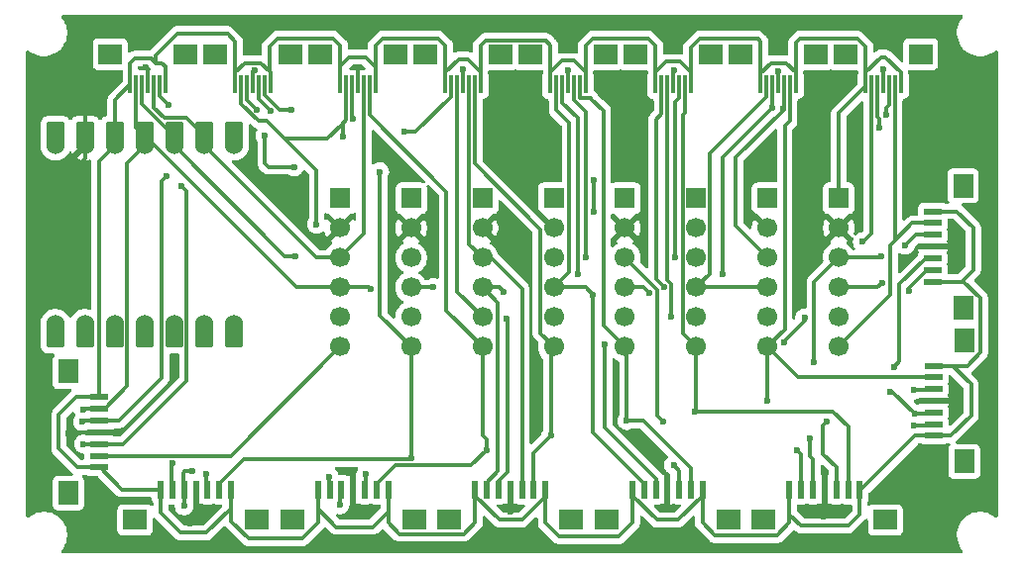
<source format=gbr>
%TF.GenerationSoftware,KiCad,Pcbnew,9.0.2*%
%TF.CreationDate,2025-08-25T15:59:26+09:00*%
%TF.ProjectId,imu_controller_board,696d755f-636f-46e7-9472-6f6c6c65725f,rev?*%
%TF.SameCoordinates,Original*%
%TF.FileFunction,Copper,L1,Top*%
%TF.FilePolarity,Positive*%
%FSLAX46Y46*%
G04 Gerber Fmt 4.6, Leading zero omitted, Abs format (unit mm)*
G04 Created by KiCad (PCBNEW 9.0.2) date 2025-08-25 15:59:26*
%MOMM*%
%LPD*%
G01*
G04 APERTURE LIST*
G04 Aperture macros list*
%AMRoundRect*
0 Rectangle with rounded corners*
0 $1 Rounding radius*
0 $2 $3 $4 $5 $6 $7 $8 $9 X,Y pos of 4 corners*
0 Add a 4 corners polygon primitive as box body*
4,1,4,$2,$3,$4,$5,$6,$7,$8,$9,$2,$3,0*
0 Add four circle primitives for the rounded corners*
1,1,$1+$1,$2,$3*
1,1,$1+$1,$4,$5*
1,1,$1+$1,$6,$7*
1,1,$1+$1,$8,$9*
0 Add four rect primitives between the rounded corners*
20,1,$1+$1,$2,$3,$4,$5,0*
20,1,$1+$1,$4,$5,$6,$7,0*
20,1,$1+$1,$6,$7,$8,$9,0*
20,1,$1+$1,$8,$9,$2,$3,0*%
G04 Aperture macros list end*
%TA.AperFunction,SMDPad,CuDef*%
%ADD10R,0.350000X1.500000*%
%TD*%
%TA.AperFunction,SMDPad,CuDef*%
%ADD11R,2.000000X1.700000*%
%TD*%
%TA.AperFunction,SMDPad,CuDef*%
%ADD12R,0.500000X1.500000*%
%TD*%
%TA.AperFunction,ComponentPad*%
%ADD13R,1.700000X1.700000*%
%TD*%
%TA.AperFunction,ComponentPad*%
%ADD14C,1.700000*%
%TD*%
%TA.AperFunction,SMDPad,CuDef*%
%ADD15R,1.500000X0.500000*%
%TD*%
%TA.AperFunction,SMDPad,CuDef*%
%ADD16R,1.700000X2.000000*%
%TD*%
%TA.AperFunction,SMDPad,CuDef*%
%ADD17RoundRect,0.152400X-0.609600X1.063600X-0.609600X-1.063600X0.609600X-1.063600X0.609600X1.063600X0*%
%TD*%
%TA.AperFunction,ComponentPad*%
%ADD18C,1.524000*%
%TD*%
%TA.AperFunction,SMDPad,CuDef*%
%ADD19RoundRect,0.152400X0.609600X-1.063600X0.609600X1.063600X-0.609600X1.063600X-0.609600X-1.063600X0*%
%TD*%
%TA.AperFunction,ViaPad*%
%ADD20C,0.600000*%
%TD*%
%TA.AperFunction,Conductor*%
%ADD21C,0.300000*%
%TD*%
G04 APERTURE END LIST*
D10*
%TO.P,CS6_0.5,1,Pin_1*%
%TO.N,+3V3*%
X120257143Y-75438500D03*
%TO.P,CS6_0.5,2,Pin_2*%
%TO.N,/MOSI*%
X120757143Y-75438500D03*
%TO.P,CS6_0.5,3,Pin_3*%
%TO.N,/MISO*%
X121257143Y-75438500D03*
%TO.P,CS6_0.5,4,Pin_4*%
%TO.N,GND*%
X121757143Y-75438500D03*
%TO.P,CS6_0.5,5,Pin_5*%
%TO.N,/SCK*%
X122257143Y-75438500D03*
%TO.P,CS6_0.5,6,Pin_6*%
%TO.N,/CS6*%
X122757143Y-75438500D03*
%TO.P,CS6_0.5,7,Pin_7*%
%TO.N,+3V3*%
X123257143Y-75438500D03*
D11*
%TO.P,CS6_0.5,8*%
%TO.N,N/C*%
X124957143Y-72838500D03*
%TO.P,CS6_0.5,9*%
X118557143Y-72838500D03*
%TD*%
D12*
%TO.P,CS3_1.0,1,Pin_1*%
%TO.N,+3V3*%
X91425000Y-110100000D03*
%TO.P,CS3_1.0,2,Pin_2*%
%TO.N,/MOSI*%
X92425000Y-110100000D03*
%TO.P,CS3_1.0,3,Pin_3*%
%TO.N,/MISO*%
X93425000Y-110100000D03*
%TO.P,CS3_1.0,4,Pin_4*%
%TO.N,GND*%
X94425000Y-110100000D03*
%TO.P,CS3_1.0,5,Pin_5*%
%TO.N,/SCK*%
X95425000Y-110100000D03*
%TO.P,CS3_1.0,6,Pin_6*%
%TO.N,/CS3*%
X96425000Y-110100000D03*
%TO.P,CS3_1.0,7,Pin_7*%
%TO.N,+3V3*%
X97425000Y-110100000D03*
D11*
%TO.P,CS3_1.0,8*%
%TO.N,N/C*%
X99625000Y-112700000D03*
%TO.P,CS3_1.0,9*%
X89225000Y-112700000D03*
%TD*%
D13*
%TO.P,J1,1,Pin_1*%
%TO.N,+3V3*%
X93300000Y-85180000D03*
D14*
%TO.P,J1,2,Pin_2*%
%TO.N,GND*%
X93300000Y-87720000D03*
%TO.P,J1,3,Pin_3*%
%TO.N,/SCK*%
X93300000Y-90260000D03*
%TO.P,J1,4,Pin_4*%
%TO.N,/MOSI*%
X93300000Y-92800000D03*
%TO.P,J1,5,Pin_5*%
%TO.N,/MISO*%
X93300000Y-95340000D03*
%TO.P,J1,6,Pin_6*%
%TO.N,/CS1*%
X93300000Y-97880000D03*
%TD*%
D13*
%TO.P,J2,1,Pin_1*%
%TO.N,+3V3*%
X99385714Y-85180000D03*
D14*
%TO.P,J2,2,Pin_2*%
%TO.N,GND*%
X99385714Y-87720000D03*
%TO.P,J2,3,Pin_3*%
%TO.N,/SCK*%
X99385714Y-90260000D03*
%TO.P,J2,4,Pin_4*%
%TO.N,/MOSI*%
X99385714Y-92800000D03*
%TO.P,J2,5,Pin_5*%
%TO.N,/MISO*%
X99385714Y-95340000D03*
%TO.P,J2,6,Pin_6*%
%TO.N,/CS2*%
X99385714Y-97880000D03*
%TD*%
D13*
%TO.P,J3,1,Pin_1*%
%TO.N,+3V3*%
X105471429Y-85180000D03*
D14*
%TO.P,J3,2,Pin_2*%
%TO.N,GND*%
X105471429Y-87720000D03*
%TO.P,J3,3,Pin_3*%
%TO.N,/SCK*%
X105471429Y-90260000D03*
%TO.P,J3,4,Pin_4*%
%TO.N,/MOSI*%
X105471429Y-92800000D03*
%TO.P,J3,5,Pin_5*%
%TO.N,/MISO*%
X105471429Y-95340000D03*
%TO.P,J3,6,Pin_6*%
%TO.N,/CS3*%
X105471429Y-97880000D03*
%TD*%
D13*
%TO.P,J8,1,Pin_1*%
%TO.N,+3V3*%
X135900000Y-85180000D03*
D14*
%TO.P,J8,2,Pin_2*%
%TO.N,GND*%
X135900000Y-87720000D03*
%TO.P,J8,3,Pin_3*%
%TO.N,/SCK*%
X135900000Y-90260000D03*
%TO.P,J8,4,Pin_4*%
%TO.N,/MOSI*%
X135900000Y-92800000D03*
%TO.P,J8,5,Pin_5*%
%TO.N,/MISO*%
X135900000Y-95340000D03*
%TO.P,J8,6,Pin_6*%
%TO.N,/CS8*%
X135900000Y-97880000D03*
%TD*%
D13*
%TO.P,J7,1,Pin_1*%
%TO.N,+3V3*%
X129814286Y-85180000D03*
D14*
%TO.P,J7,2,Pin_2*%
%TO.N,GND*%
X129814286Y-87720000D03*
%TO.P,J7,3,Pin_3*%
%TO.N,/SCK*%
X129814286Y-90260000D03*
%TO.P,J7,4,Pin_4*%
%TO.N,/MOSI*%
X129814286Y-92800000D03*
%TO.P,J7,5,Pin_5*%
%TO.N,/MISO*%
X129814286Y-95340000D03*
%TO.P,J7,6,Pin_6*%
%TO.N,/CS7*%
X129814286Y-97880000D03*
%TD*%
D13*
%TO.P,J6,1,Pin_1*%
%TO.N,+3V3*%
X123728571Y-85180000D03*
D14*
%TO.P,J6,2,Pin_2*%
%TO.N,GND*%
X123728571Y-87720000D03*
%TO.P,J6,3,Pin_3*%
%TO.N,/SCK*%
X123728571Y-90260000D03*
%TO.P,J6,4,Pin_4*%
%TO.N,/MOSI*%
X123728571Y-92800000D03*
%TO.P,J6,5,Pin_5*%
%TO.N,/MISO*%
X123728571Y-95340000D03*
%TO.P,J6,6,Pin_6*%
%TO.N,/CS6*%
X123728571Y-97880000D03*
%TD*%
D13*
%TO.P,J5,1,Pin_1*%
%TO.N,+3V3*%
X117642857Y-85180000D03*
D14*
%TO.P,J5,2,Pin_2*%
%TO.N,GND*%
X117642857Y-87720000D03*
%TO.P,J5,3,Pin_3*%
%TO.N,/SCK*%
X117642857Y-90260000D03*
%TO.P,J5,4,Pin_4*%
%TO.N,/MOSI*%
X117642857Y-92800000D03*
%TO.P,J5,5,Pin_5*%
%TO.N,/MISO*%
X117642857Y-95340000D03*
%TO.P,J5,6,Pin_6*%
%TO.N,/CS5*%
X117642857Y-97880000D03*
%TD*%
D13*
%TO.P,J4,1,Pin_1*%
%TO.N,+3V3*%
X111557143Y-85180000D03*
D14*
%TO.P,J4,2,Pin_2*%
%TO.N,GND*%
X111557143Y-87720000D03*
%TO.P,J4,3,Pin_3*%
%TO.N,/SCK*%
X111557143Y-90260000D03*
%TO.P,J4,4,Pin_4*%
%TO.N,/MOSI*%
X111557143Y-92800000D03*
%TO.P,J4,5,Pin_5*%
%TO.N,/MISO*%
X111557143Y-95340000D03*
%TO.P,J4,6,Pin_6*%
%TO.N,/CS4*%
X111557143Y-97880000D03*
%TD*%
D10*
%TO.P,CS7_0.5,1,Pin_1*%
%TO.N,+3V3*%
X129228571Y-75438500D03*
%TO.P,CS7_0.5,2,Pin_2*%
%TO.N,/MOSI*%
X129728571Y-75438500D03*
%TO.P,CS7_0.5,3,Pin_3*%
%TO.N,/MISO*%
X130228571Y-75438500D03*
%TO.P,CS7_0.5,4,Pin_4*%
%TO.N,GND*%
X130728571Y-75438500D03*
%TO.P,CS7_0.5,5,Pin_5*%
%TO.N,/SCK*%
X131228571Y-75438500D03*
%TO.P,CS7_0.5,6,Pin_6*%
%TO.N,/CS7*%
X131728571Y-75438500D03*
%TO.P,CS7_0.5,7,Pin_7*%
%TO.N,+3V3*%
X132228571Y-75438500D03*
D11*
%TO.P,CS7_0.5,8*%
%TO.N,N/C*%
X133928571Y-72838500D03*
%TO.P,CS7_0.5,9*%
X127528571Y-72838500D03*
%TD*%
D15*
%TO.P,CS7_1.0,1,Pin_1*%
%TO.N,+3V3*%
X144025000Y-105500000D03*
%TO.P,CS7_1.0,2,Pin_2*%
%TO.N,/MOSI*%
X144025000Y-104500000D03*
%TO.P,CS7_1.0,3,Pin_3*%
%TO.N,/MISO*%
X144025000Y-103500000D03*
%TO.P,CS7_1.0,4,Pin_4*%
%TO.N,GND*%
X144025000Y-102500000D03*
%TO.P,CS7_1.0,5,Pin_5*%
%TO.N,/SCK*%
X144025000Y-101500000D03*
%TO.P,CS7_1.0,6,Pin_6*%
%TO.N,/CS7*%
X144025000Y-100500000D03*
%TO.P,CS7_1.0,7,Pin_7*%
%TO.N,+3V3*%
X144025000Y-99500000D03*
D16*
%TO.P,CS7_1.0,8*%
%TO.N,N/C*%
X146625000Y-97300000D03*
%TO.P,CS7_1.0,9*%
X146625000Y-107700000D03*
%TD*%
D12*
%TO.P,CS5_1.0,1,Pin_1*%
%TO.N,+3V3*%
X118275000Y-110100000D03*
%TO.P,CS5_1.0,2,Pin_2*%
%TO.N,/MOSI*%
X119275000Y-110100000D03*
%TO.P,CS5_1.0,3,Pin_3*%
%TO.N,/MISO*%
X120275000Y-110100000D03*
%TO.P,CS5_1.0,4,Pin_4*%
%TO.N,GND*%
X121275000Y-110100000D03*
%TO.P,CS5_1.0,5,Pin_5*%
%TO.N,/SCK*%
X122275000Y-110100000D03*
%TO.P,CS5_1.0,6,Pin_6*%
%TO.N,/CS5*%
X123275000Y-110100000D03*
%TO.P,CS5_1.0,7,Pin_7*%
%TO.N,+3V3*%
X124275000Y-110100000D03*
D11*
%TO.P,CS5_1.0,8*%
%TO.N,N/C*%
X126475000Y-112700000D03*
%TO.P,CS5_1.0,9*%
X116075000Y-112700000D03*
%TD*%
D10*
%TO.P,CS3_0.5,1,Pin_1*%
%TO.N,+3V3*%
X93342857Y-75438500D03*
%TO.P,CS3_0.5,2,Pin_2*%
%TO.N,/MOSI*%
X93842857Y-75438500D03*
%TO.P,CS3_0.5,3,Pin_3*%
%TO.N,/MISO*%
X94342857Y-75438500D03*
%TO.P,CS3_0.5,4,Pin_4*%
%TO.N,GND*%
X94842857Y-75438500D03*
%TO.P,CS3_0.5,5,Pin_5*%
%TO.N,/SCK*%
X95342857Y-75438500D03*
%TO.P,CS3_0.5,6,Pin_6*%
%TO.N,/CS3*%
X95842857Y-75438500D03*
%TO.P,CS3_0.5,7,Pin_7*%
%TO.N,+3V3*%
X96342857Y-75438500D03*
D11*
%TO.P,CS3_0.5,8*%
%TO.N,N/C*%
X98042857Y-72838500D03*
%TO.P,CS3_0.5,9*%
X91642857Y-72838500D03*
%TD*%
D10*
%TO.P,CS4_0.5,1,Pin_1*%
%TO.N,+3V3*%
X102314286Y-75438500D03*
%TO.P,CS4_0.5,2,Pin_2*%
%TO.N,/MOSI*%
X102814286Y-75438500D03*
%TO.P,CS4_0.5,3,Pin_3*%
%TO.N,/MISO*%
X103314286Y-75438500D03*
%TO.P,CS4_0.5,4,Pin_4*%
%TO.N,GND*%
X103814286Y-75438500D03*
%TO.P,CS4_0.5,5,Pin_5*%
%TO.N,/SCK*%
X104314286Y-75438500D03*
%TO.P,CS4_0.5,6,Pin_6*%
%TO.N,/CS4*%
X104814286Y-75438500D03*
%TO.P,CS4_0.5,7,Pin_7*%
%TO.N,+3V3*%
X105314286Y-75438500D03*
D11*
%TO.P,CS4_0.5,8*%
%TO.N,N/C*%
X107014286Y-72838500D03*
%TO.P,CS4_0.5,9*%
X100614286Y-72838500D03*
%TD*%
D17*
%TO.P,U1,1,GPIO0/A0/D0*%
%TO.N,/CS1*%
X69000000Y-96735000D03*
D18*
X69000000Y-95900000D03*
D17*
%TO.P,U1,2,GPIO1/A1/D1*%
%TO.N,/CS2*%
X71540000Y-96735000D03*
D18*
X71540000Y-95900000D03*
D17*
%TO.P,U1,3,GPIO2/A2/D2*%
%TO.N,/CS3*%
X74080000Y-96735000D03*
D18*
X74080000Y-95900000D03*
D17*
%TO.P,U1,4,GPIO21/D3*%
%TO.N,/CS4*%
X76620000Y-96735000D03*
D18*
X76620000Y-95900000D03*
D17*
%TO.P,U1,5,GPIO22/D4/SDA*%
%TO.N,/CS5*%
X79160000Y-96735000D03*
D18*
X79160000Y-95900000D03*
D17*
%TO.P,U1,6,GPIO23/D5/SCL*%
%TO.N,/CS6*%
X81700000Y-96735000D03*
D18*
X81700000Y-95900000D03*
D17*
%TO.P,U1,7,GPIO16/D6/TX*%
%TO.N,/CS7*%
X84240000Y-96735000D03*
D18*
X84240000Y-95900000D03*
%TO.P,U1,8,GPIO17/D7/RX*%
%TO.N,/CS8*%
X84240000Y-80660000D03*
D19*
X84240000Y-79825000D03*
D18*
%TO.P,U1,9,GPIO19/D8/SCK*%
%TO.N,/SCK*%
X81700000Y-80660000D03*
D19*
X81700000Y-79825000D03*
D18*
%TO.P,U1,10,GPIO20/D9/MISO*%
%TO.N,/MISO*%
X79160000Y-80660000D03*
D19*
X79160000Y-79825000D03*
D18*
%TO.P,U1,11,GPIO18/D10/MOSI*%
%TO.N,/MOSI*%
X76620000Y-80660000D03*
D19*
X76620000Y-79825000D03*
D18*
%TO.P,U1,12,3V3*%
%TO.N,+3V3*%
X74080000Y-80660000D03*
D19*
X74080000Y-79825000D03*
D18*
%TO.P,U1,13,GND*%
%TO.N,GND*%
X71540000Y-80660000D03*
D19*
X71540000Y-79825000D03*
D18*
%TO.P,U1,14,VBUS*%
%TO.N,unconnected-(U1-VBUS-Pad14)*%
X69000000Y-80660000D03*
D19*
X69000000Y-79825000D03*
%TD*%
D12*
%TO.P,CS2_1.0,1,Pin_1*%
%TO.N,+3V3*%
X78000000Y-110100000D03*
%TO.P,CS2_1.0,2,Pin_2*%
%TO.N,/MOSI*%
X79000000Y-110100000D03*
%TO.P,CS2_1.0,3,Pin_3*%
%TO.N,/MISO*%
X80000000Y-110100000D03*
%TO.P,CS2_1.0,4,Pin_4*%
%TO.N,GND*%
X81000000Y-110100000D03*
%TO.P,CS2_1.0,5,Pin_5*%
%TO.N,/SCK*%
X82000000Y-110100000D03*
%TO.P,CS2_1.0,6,Pin_6*%
%TO.N,/CS2*%
X83000000Y-110100000D03*
%TO.P,CS2_1.0,7,Pin_7*%
%TO.N,+3V3*%
X84000000Y-110100000D03*
D11*
%TO.P,CS2_1.0,8*%
%TO.N,N/C*%
X86200000Y-112700000D03*
%TO.P,CS2_1.0,9*%
X75800000Y-112700000D03*
%TD*%
D12*
%TO.P,CS6_1.0,1,Pin_1*%
%TO.N,+3V3*%
X131700000Y-110100000D03*
%TO.P,CS6_1.0,2,Pin_2*%
%TO.N,/MOSI*%
X132700000Y-110100000D03*
%TO.P,CS6_1.0,3,Pin_3*%
%TO.N,/MISO*%
X133700000Y-110100000D03*
%TO.P,CS6_1.0,4,Pin_4*%
%TO.N,GND*%
X134700000Y-110100000D03*
%TO.P,CS6_1.0,5,Pin_5*%
%TO.N,/SCK*%
X135700000Y-110100000D03*
%TO.P,CS6_1.0,6,Pin_6*%
%TO.N,/CS6*%
X136700000Y-110100000D03*
%TO.P,CS6_1.0,7,Pin_7*%
%TO.N,+3V3*%
X137700000Y-110100000D03*
D11*
%TO.P,CS6_1.0,8*%
%TO.N,N/C*%
X139900000Y-112700000D03*
%TO.P,CS6_1.0,9*%
X129500000Y-112700000D03*
%TD*%
D10*
%TO.P,CS8_0.5,1,Pin_1*%
%TO.N,+3V3*%
X138200000Y-75438500D03*
%TO.P,CS8_0.5,2,Pin_2*%
%TO.N,/MOSI*%
X138700000Y-75438500D03*
%TO.P,CS8_0.5,3,Pin_3*%
%TO.N,/MISO*%
X139200000Y-75438500D03*
%TO.P,CS8_0.5,4,Pin_4*%
%TO.N,GND*%
X139700000Y-75438500D03*
%TO.P,CS8_0.5,5,Pin_5*%
%TO.N,/SCK*%
X140200000Y-75438500D03*
%TO.P,CS8_0.5,6,Pin_6*%
%TO.N,/CS8*%
X140700000Y-75438500D03*
%TO.P,CS8_0.5,7,Pin_7*%
%TO.N,+3V3*%
X141200000Y-75438500D03*
D11*
%TO.P,CS8_0.5,8*%
%TO.N,N/C*%
X142900000Y-72838500D03*
%TO.P,CS8_0.5,9*%
X136500000Y-72838500D03*
%TD*%
D15*
%TO.P,CS1_1.0,1,Pin_1*%
%TO.N,+3V3*%
X72700000Y-102200000D03*
%TO.P,CS1_1.0,2,Pin_2*%
%TO.N,/MOSI*%
X72700000Y-103200000D03*
%TO.P,CS1_1.0,3,Pin_3*%
%TO.N,/MISO*%
X72700000Y-104200000D03*
%TO.P,CS1_1.0,4,Pin_4*%
%TO.N,GND*%
X72700000Y-105200000D03*
%TO.P,CS1_1.0,5,Pin_5*%
%TO.N,/SCK*%
X72700000Y-106200000D03*
%TO.P,CS1_1.0,6,Pin_6*%
%TO.N,/CS1*%
X72700000Y-107200000D03*
%TO.P,CS1_1.0,7,Pin_7*%
%TO.N,+3V3*%
X72700000Y-108200000D03*
D16*
%TO.P,CS1_1.0,8*%
%TO.N,N/C*%
X70100000Y-110400000D03*
%TO.P,CS1_1.0,9*%
X70100000Y-100000000D03*
%TD*%
D10*
%TO.P,CS2_0.5,1,Pin_1*%
%TO.N,+3V3*%
X84371429Y-75438500D03*
%TO.P,CS2_0.5,2,Pin_2*%
%TO.N,/MOSI*%
X84871429Y-75438500D03*
%TO.P,CS2_0.5,3,Pin_3*%
%TO.N,/MISO*%
X85371429Y-75438500D03*
%TO.P,CS2_0.5,4,Pin_4*%
%TO.N,GND*%
X85871429Y-75438500D03*
%TO.P,CS2_0.5,5,Pin_5*%
%TO.N,/SCK*%
X86371429Y-75438500D03*
%TO.P,CS2_0.5,6,Pin_6*%
%TO.N,/CS2*%
X86871429Y-75438500D03*
%TO.P,CS2_0.5,7,Pin_7*%
%TO.N,+3V3*%
X87371429Y-75438500D03*
D11*
%TO.P,CS2_0.5,8*%
%TO.N,N/C*%
X89071429Y-72838500D03*
%TO.P,CS2_0.5,9*%
X82671429Y-72838500D03*
%TD*%
D10*
%TO.P,CS1_0.5,1,Pin_1*%
%TO.N,+3V3*%
X75400000Y-75438500D03*
%TO.P,CS1_0.5,2,Pin_2*%
%TO.N,/MOSI*%
X75900000Y-75438500D03*
%TO.P,CS1_0.5,3,Pin_3*%
%TO.N,/MISO*%
X76400000Y-75438500D03*
%TO.P,CS1_0.5,4,Pin_4*%
%TO.N,GND*%
X76900000Y-75438500D03*
%TO.P,CS1_0.5,5,Pin_5*%
%TO.N,/SCK*%
X77400000Y-75438500D03*
%TO.P,CS1_0.5,6,Pin_6*%
%TO.N,/CS1*%
X77900000Y-75438500D03*
%TO.P,CS1_0.5,7,Pin_7*%
%TO.N,+3V3*%
X78400000Y-75438500D03*
D11*
%TO.P,CS1_0.5,8*%
%TO.N,N/C*%
X80100000Y-72838500D03*
%TO.P,CS1_0.5,9*%
X73700000Y-72838500D03*
%TD*%
D15*
%TO.P,CS8_1.0,1,Pin_1*%
%TO.N,+3V3*%
X143925000Y-92300000D03*
%TO.P,CS8_1.0,2,Pin_2*%
%TO.N,/MOSI*%
X143925000Y-91300000D03*
%TO.P,CS8_1.0,3,Pin_3*%
%TO.N,/MISO*%
X143925000Y-90300000D03*
%TO.P,CS8_1.0,4,Pin_4*%
%TO.N,GND*%
X143925000Y-89300000D03*
%TO.P,CS8_1.0,5,Pin_5*%
%TO.N,/SCK*%
X143925000Y-88300000D03*
%TO.P,CS8_1.0,6,Pin_6*%
%TO.N,/CS8*%
X143925000Y-87300000D03*
%TO.P,CS8_1.0,7,Pin_7*%
%TO.N,+3V3*%
X143925000Y-86300000D03*
D16*
%TO.P,CS8_1.0,8*%
%TO.N,N/C*%
X146525000Y-84100000D03*
%TO.P,CS8_1.0,9*%
X146525000Y-94500000D03*
%TD*%
D10*
%TO.P,CS5_0.5,1,Pin_1*%
%TO.N,+3V3*%
X111285714Y-75438500D03*
%TO.P,CS5_0.5,2,Pin_2*%
%TO.N,/MOSI*%
X111785714Y-75438500D03*
%TO.P,CS5_0.5,3,Pin_3*%
%TO.N,/MISO*%
X112285714Y-75438500D03*
%TO.P,CS5_0.5,4,Pin_4*%
%TO.N,GND*%
X112785714Y-75438500D03*
%TO.P,CS5_0.5,5,Pin_5*%
%TO.N,/SCK*%
X113285714Y-75438500D03*
%TO.P,CS5_0.5,6,Pin_6*%
%TO.N,/CS5*%
X113785714Y-75438500D03*
%TO.P,CS5_0.5,7,Pin_7*%
%TO.N,+3V3*%
X114285714Y-75438500D03*
D11*
%TO.P,CS5_0.5,8*%
%TO.N,N/C*%
X115985714Y-72838500D03*
%TO.P,CS5_0.5,9*%
X109585714Y-72838500D03*
%TD*%
D12*
%TO.P,CS4_1.0,1,Pin_1*%
%TO.N,+3V3*%
X104850000Y-110100000D03*
%TO.P,CS4_1.0,2,Pin_2*%
%TO.N,/MOSI*%
X105850000Y-110100000D03*
%TO.P,CS4_1.0,3,Pin_3*%
%TO.N,/MISO*%
X106850000Y-110100000D03*
%TO.P,CS4_1.0,4,Pin_4*%
%TO.N,GND*%
X107850000Y-110100000D03*
%TO.P,CS4_1.0,5,Pin_5*%
%TO.N,/SCK*%
X108850000Y-110100000D03*
%TO.P,CS4_1.0,6,Pin_6*%
%TO.N,/CS4*%
X109850000Y-110100000D03*
%TO.P,CS4_1.0,7,Pin_7*%
%TO.N,+3V3*%
X110850000Y-110100000D03*
D11*
%TO.P,CS4_1.0,8*%
%TO.N,N/C*%
X113050000Y-112700000D03*
%TO.P,CS4_1.0,9*%
X102650000Y-112700000D03*
%TD*%
D20*
%TO.N,/MISO*%
X80700000Y-108500000D03*
%TO.N,/CS2*%
X99400000Y-107400000D03*
%TO.N,/CS4*%
X111300000Y-105500000D03*
%TO.N,GND*%
X133200000Y-87600000D03*
X128100000Y-83300000D03*
%TO.N,*%
X115000000Y-83600000D03*
X115000000Y-86300000D03*
%TO.N,GND*%
X94800000Y-74000000D03*
%TO.N,/SCK*%
X71400000Y-106200000D03*
%TO.N,/MISO*%
X71300000Y-104300000D03*
%TO.N,/MOSI*%
X71400000Y-103300000D03*
%TO.N,/MISO*%
X140600000Y-99600000D03*
%TO.N,/MOSI*%
X93600000Y-79900000D03*
%TO.N,GND*%
X70400000Y-75700000D03*
X70000000Y-83300000D03*
X108900000Y-78700000D03*
X108800000Y-83100000D03*
%TO.N,/SCK*%
X131128571Y-77522902D03*
X140000000Y-78000000D03*
%TO.N,/MISO*%
X139400000Y-79100000D03*
X130228571Y-77471429D03*
%TO.N,/MOSI*%
X137900000Y-88900000D03*
%TO.N,/MISO*%
X126000000Y-91700000D03*
%TO.N,/SCK*%
X121900000Y-90260000D03*
%TO.N,/MISO*%
X121600000Y-95340000D03*
%TO.N,/MOSI*%
X120965693Y-92734307D03*
%TO.N,/SCK*%
X114300000Y-90260000D03*
%TO.N,/MISO*%
X113600000Y-91700000D03*
%TO.N,/MOSI*%
X98800000Y-79500000D03*
%TO.N,/MISO*%
X131200000Y-97500000D03*
X133000000Y-95400000D03*
%TO.N,/MOSI*%
X119700000Y-93300000D03*
X107300000Y-93200000D03*
X101300000Y-92800000D03*
X95900000Y-92900000D03*
%TO.N,GND*%
X146100000Y-89300000D03*
X70100000Y-105300000D03*
X80500000Y-113000000D03*
X94800000Y-112200000D03*
X107900000Y-112000000D03*
X121200000Y-111600000D03*
%TO.N,/MOSI*%
X139600000Y-92400000D03*
X141900000Y-93100000D03*
%TO.N,/MISO*%
X140300000Y-101700000D03*
%TO.N,/SCK*%
X139500000Y-90100000D03*
X141600000Y-89200000D03*
%TO.N,GND*%
X146000000Y-102500000D03*
X134600000Y-112400000D03*
%TO.N,/SCK*%
X142300000Y-101600000D03*
%TO.N,/MISO*%
X142400000Y-103600000D03*
%TO.N,/MOSI*%
X142300000Y-104600000D03*
%TO.N,/SCK*%
X133800000Y-99200000D03*
X134900000Y-104300000D03*
%TO.N,/MISO*%
X133400000Y-105700000D03*
%TO.N,/MOSI*%
X132300000Y-106700000D03*
%TO.N,/SCK*%
X120900000Y-104300000D03*
X121800000Y-108000000D03*
%TO.N,/MISO*%
X115900000Y-97700000D03*
%TO.N,/MOSI*%
X114900000Y-93400000D03*
%TO.N,/MISO*%
X107500000Y-95500000D03*
%TO.N,/SCK*%
X95500000Y-108800000D03*
%TO.N,/MISO*%
X93300000Y-111400000D03*
X80000000Y-111500000D03*
%TO.N,/MOSI*%
X92400000Y-109000000D03*
%TO.N,/SCK*%
X81900000Y-108800000D03*
%TO.N,/MOSI*%
X79000000Y-107800000D03*
%TO.N,/SCK*%
X79800000Y-84100000D03*
%TO.N,/MISO*%
X78500000Y-83300000D03*
%TO.N,GND*%
X139700000Y-74100000D03*
X130706871Y-74290995D03*
X121800000Y-74200000D03*
X112800000Y-74200000D03*
X103800000Y-74100000D03*
%TO.N,/MISO*%
X94442857Y-78400000D03*
%TO.N,/CS2*%
X96700000Y-82900000D03*
X89400000Y-82500000D03*
X86900000Y-79800000D03*
X89200000Y-77600000D03*
%TO.N,/SCK*%
X87400000Y-77700000D03*
%TO.N,/MISO*%
X86224265Y-77575735D03*
%TO.N,GND*%
X86000000Y-74200000D03*
%TO.N,/MOSI*%
X91300000Y-87400000D03*
%TO.N,/CS1*%
X78700000Y-77200000D03*
%TO.N,GND*%
X76700000Y-74000000D03*
%TO.N,/CS7*%
X129800000Y-102500000D03*
%TO.N,/CS6*%
X123600000Y-103400000D03*
%TO.N,/CS5*%
X117800000Y-104200000D03*
%TO.N,/CS3*%
X105800000Y-106700000D03*
%TO.N,/MISO*%
X89500000Y-90100000D03*
%TD*%
D21*
%TO.N,/MISO*%
X79900000Y-110000000D02*
X80000000Y-110100000D01*
X79900000Y-108650000D02*
X79900000Y-110000000D01*
X80050000Y-108500000D02*
X79900000Y-108650000D01*
X80700000Y-108500000D02*
X80050000Y-108500000D01*
%TO.N,/CS6*%
X122577571Y-78022429D02*
X122757143Y-77842857D01*
X122577571Y-96729000D02*
X122577571Y-78022429D01*
X122757143Y-77842857D02*
X122757143Y-75438500D01*
X123728571Y-97880000D02*
X122577571Y-96729000D01*
%TO.N,/MISO*%
X113600000Y-78300000D02*
X113600000Y-91700000D01*
X112285714Y-76985714D02*
X113600000Y-78300000D01*
X112285714Y-75438500D02*
X112285714Y-76985714D01*
%TO.N,/MOSI*%
X112900000Y-91457143D02*
X111557143Y-92800000D01*
X112900000Y-78700000D02*
X112900000Y-91457143D01*
X111785714Y-77585714D02*
X112900000Y-78700000D01*
X111785714Y-75438500D02*
X111785714Y-77585714D01*
%TO.N,/CS7*%
X131728571Y-78571429D02*
X131728571Y-75438500D01*
X131300000Y-79000000D02*
X131728571Y-78571429D01*
X129814286Y-97880000D02*
X131300000Y-96394286D01*
X131300000Y-96394286D02*
X131300000Y-79000000D01*
%TO.N,/SCK*%
X114300000Y-77800000D02*
X114300000Y-90260000D01*
X113285714Y-76785714D02*
X114300000Y-77800000D01*
X113285714Y-75438500D02*
X113285714Y-76785714D01*
%TO.N,/CS3*%
X102400000Y-84600000D02*
X102400000Y-94808571D01*
X102400000Y-94808571D02*
X105471429Y-97880000D01*
X95842857Y-78042857D02*
X102400000Y-84600000D01*
X95842857Y-75438500D02*
X95842857Y-78042857D01*
%TO.N,/MOSI*%
X101300000Y-92800000D02*
X99385714Y-92800000D01*
X106800000Y-94128571D02*
X105471429Y-92800000D01*
X106800000Y-108548000D02*
X106800000Y-94128571D01*
X105850000Y-110100000D02*
X105850000Y-109498000D01*
X105850000Y-109498000D02*
X106800000Y-108548000D01*
%TO.N,/SCK*%
X106160000Y-90260000D02*
X105471429Y-90260000D01*
X108850000Y-92950000D02*
X106160000Y-90260000D01*
X108850000Y-110100000D02*
X108850000Y-92950000D01*
%TO.N,/MISO*%
X107600000Y-108600000D02*
X107600000Y-95600000D01*
X107600000Y-95600000D02*
X107500000Y-95500000D01*
X106850000Y-109350000D02*
X107600000Y-108600000D01*
X106850000Y-110100000D02*
X106850000Y-109350000D01*
X120275000Y-109175000D02*
X115900000Y-104800000D01*
X115900000Y-104800000D02*
X115900000Y-97700000D01*
X120275000Y-110100000D02*
X120275000Y-109175000D01*
%TO.N,/CS4*%
X111300000Y-98137143D02*
X111557143Y-97880000D01*
X111300000Y-105500000D02*
X111300000Y-98137143D01*
%TO.N,/SCK*%
X140000000Y-77400000D02*
X140200000Y-77200000D01*
X140000000Y-78000000D02*
X140000000Y-77400000D01*
X140200000Y-77200000D02*
X140200000Y-75438500D01*
%TO.N,/MISO*%
X139200000Y-78200000D02*
X139200000Y-75438500D01*
X139400000Y-78400000D02*
X139200000Y-78200000D01*
X139400000Y-79100000D02*
X139400000Y-78400000D01*
%TO.N,/CS8*%
X140300000Y-89200000D02*
X140300000Y-93480000D01*
X140700000Y-88800000D02*
X140300000Y-89200000D01*
X140300000Y-93480000D02*
X135900000Y-97880000D01*
%TO.N,/MOSI*%
X139200000Y-92800000D02*
X135900000Y-92800000D01*
X139600000Y-92400000D02*
X139200000Y-92800000D01*
%TO.N,/SCK*%
X139340000Y-90260000D02*
X135900000Y-90260000D01*
X139500000Y-90100000D02*
X139340000Y-90260000D01*
%TO.N,/MOSI*%
X138700000Y-88200000D02*
X138700000Y-75438500D01*
X138000000Y-88900000D02*
X138700000Y-88200000D01*
X137900000Y-88900000D02*
X138000000Y-88900000D01*
%TO.N,GND*%
X128100000Y-86005714D02*
X128100000Y-83300000D01*
X129814286Y-87720000D02*
X128100000Y-86005714D01*
%TO.N,/SCK*%
X120400000Y-93017143D02*
X117642857Y-90260000D01*
X120400000Y-103800000D02*
X120400000Y-93017143D01*
X120900000Y-104300000D02*
X120400000Y-103800000D01*
%TO.N,/MOSI*%
X120300000Y-92068614D02*
X120965693Y-92734307D01*
X120757143Y-77957143D02*
X120300000Y-78414286D01*
X120300000Y-78414286D02*
X120300000Y-92068614D01*
X120757143Y-75438500D02*
X120757143Y-77957143D01*
%TO.N,GND*%
X80600000Y-113000000D02*
X81000000Y-112600000D01*
X81000000Y-112600000D02*
X81000000Y-110100000D01*
X80500000Y-113000000D02*
X80600000Y-113000000D01*
%TO.N,/MOSI*%
X78900000Y-110000000D02*
X79000000Y-110100000D01*
X79000000Y-107800000D02*
X78900000Y-107900000D01*
X78900000Y-107900000D02*
X78900000Y-110000000D01*
%TO.N,/CS5*%
X117800000Y-98037143D02*
X117642857Y-97880000D01*
X117800000Y-104200000D02*
X117800000Y-98037143D01*
%TO.N,/MISO*%
X133000000Y-95600000D02*
X133000000Y-95400000D01*
X131200000Y-97400000D02*
X133000000Y-95600000D01*
X131200000Y-97500000D02*
X131200000Y-97400000D01*
%TO.N,/SCK*%
X133800000Y-92360000D02*
X135900000Y-90260000D01*
X133800000Y-99200000D02*
X133800000Y-92360000D01*
%TO.N,+3V3*%
X145500000Y-105500000D02*
X144025000Y-105500000D01*
X147200000Y-101100000D02*
X147200000Y-103800000D01*
X145600000Y-99500000D02*
X147200000Y-101100000D01*
X144025000Y-99500000D02*
X145600000Y-99500000D01*
X147200000Y-103800000D02*
X145500000Y-105500000D01*
%TO.N,/CS5*%
X115800000Y-96037143D02*
X117642857Y-97880000D01*
X115800000Y-77676393D02*
X115800000Y-96037143D01*
X113809714Y-76600000D02*
X114761714Y-76600000D01*
X114761714Y-76638107D02*
X115800000Y-77676393D01*
X113809714Y-75462500D02*
X113809714Y-76600000D01*
X114761714Y-76600000D02*
X114761714Y-76638107D01*
X113785714Y-75438500D02*
X113809714Y-75462500D01*
%TO.N,+3V3*%
X120257143Y-74411500D02*
X120257143Y-75438500D01*
%TO.N,GND*%
X121757143Y-75438500D02*
X121757143Y-74242857D01*
%TO.N,+3V3*%
X122345643Y-73500000D02*
X121168643Y-73500000D01*
%TO.N,GND*%
X121757143Y-74242857D02*
X121800000Y-74200000D01*
%TO.N,+3V3*%
X121168643Y-73500000D02*
X120257143Y-74411500D01*
X123257143Y-74411500D02*
X122345643Y-73500000D01*
X123257143Y-75438500D02*
X123257143Y-74411500D01*
%TO.N,GND*%
X72700000Y-105200000D02*
X70200000Y-105200000D01*
X121275000Y-110100000D02*
X121275000Y-111525000D01*
X121275000Y-111525000D02*
X121200000Y-111600000D01*
X70200000Y-105200000D02*
X70100000Y-105300000D01*
%TO.N,/MOSI*%
X71500000Y-103200000D02*
X71400000Y-103300000D01*
%TO.N,/MISO*%
X71400000Y-104200000D02*
X71300000Y-104300000D01*
%TO.N,/MOSI*%
X72700000Y-103200000D02*
X71500000Y-103200000D01*
%TO.N,/SCK*%
X81900000Y-108800000D02*
X81900000Y-110000000D01*
%TO.N,/MOSI*%
X92400000Y-110075000D02*
X92425000Y-110100000D01*
%TO.N,/SCK*%
X81900000Y-110000000D02*
X82000000Y-110100000D01*
%TO.N,/MISO*%
X72700000Y-104200000D02*
X71400000Y-104200000D01*
%TO.N,/SCK*%
X72700000Y-106200000D02*
X71400000Y-106200000D01*
%TO.N,+3V3*%
X91425000Y-111725000D02*
X91425000Y-110100000D01*
%TO.N,/MISO*%
X80000000Y-110100000D02*
X80000000Y-111500000D01*
%TO.N,+3V3*%
X97425000Y-110100000D02*
X97425000Y-111975000D01*
X96100000Y-113300000D02*
X93000000Y-113300000D01*
X97425000Y-111975000D02*
X96100000Y-113300000D01*
X93000000Y-113300000D02*
X91425000Y-111725000D01*
%TO.N,/MOSI*%
X92400000Y-109000000D02*
X92400000Y-110075000D01*
%TO.N,+3V3*%
X130652000Y-114000000D02*
X131700000Y-112952000D01*
X85500000Y-114300000D02*
X90077000Y-114300000D01*
X84000000Y-112800000D02*
X85500000Y-114300000D01*
X103902000Y-113900000D02*
X104850000Y-112952000D01*
X110850000Y-112952000D02*
X111998000Y-114100000D01*
X148000000Y-98377000D02*
X148000000Y-93700000D01*
X72800000Y-108200000D02*
X74700000Y-110100000D01*
X146877000Y-99500000D02*
X148000000Y-98377000D01*
X117127000Y-114100000D02*
X118275000Y-112952000D01*
X142400000Y-105500000D02*
X144025000Y-105500000D01*
X146600000Y-92300000D02*
X143925000Y-92300000D01*
X84000000Y-110100000D02*
X84000000Y-112800000D01*
X110850000Y-110100000D02*
X110850000Y-112952000D01*
X97425000Y-112952000D02*
X98373000Y-113900000D01*
X124275000Y-110100000D02*
X124275000Y-112952000D01*
X124275000Y-112952000D02*
X125323000Y-114000000D01*
X74700000Y-110100000D02*
X78000000Y-110100000D01*
X118275000Y-112952000D02*
X118275000Y-110100000D01*
X98373000Y-113900000D02*
X103902000Y-113900000D01*
X148000000Y-93700000D02*
X146600000Y-92300000D01*
X104850000Y-112952000D02*
X104850000Y-110100000D01*
%TO.N,/SCK*%
X91300000Y-90260000D02*
X93300000Y-90260000D01*
%TO.N,+3V3*%
X72700000Y-108200000D02*
X72800000Y-108200000D01*
X144025000Y-99500000D02*
X146877000Y-99500000D01*
X90077000Y-114300000D02*
X91425000Y-112952000D01*
X125323000Y-114000000D02*
X130652000Y-114000000D01*
X91425000Y-112952000D02*
X91425000Y-110100000D01*
X137700000Y-110100000D02*
X137800000Y-110100000D01*
X137800000Y-110100000D02*
X142400000Y-105500000D01*
X97425000Y-110100000D02*
X97425000Y-112952000D01*
X111998000Y-114100000D02*
X117127000Y-114100000D01*
X131700000Y-112952000D02*
X131700000Y-110100000D01*
%TO.N,/SCK*%
X81700000Y-80660000D02*
X91300000Y-90260000D01*
%TO.N,/MISO*%
X93300000Y-111400000D02*
X93300000Y-110225000D01*
X93300000Y-110225000D02*
X93425000Y-110100000D01*
%TO.N,+3V3*%
X124000000Y-71500000D02*
X129000000Y-71500000D01*
X129228571Y-71728571D02*
X129228571Y-75438500D01*
X132228571Y-71871429D02*
X132600000Y-71500000D01*
X132600000Y-71500000D02*
X137500000Y-71500000D01*
X129000000Y-71500000D02*
X129228571Y-71728571D01*
X138200000Y-72200000D02*
X138200000Y-75438500D01*
X132228571Y-75438500D02*
X132228571Y-71871429D01*
X137500000Y-71500000D02*
X138200000Y-72200000D01*
X114285714Y-72086500D02*
X114872214Y-71500000D01*
X114872214Y-71500000D02*
X119670643Y-71500000D01*
X119670643Y-71500000D02*
X120257143Y-72086500D01*
X123257143Y-75438500D02*
X123257143Y-72242857D01*
X123257143Y-72242857D02*
X124000000Y-71500000D01*
X111285714Y-72086500D02*
X111285714Y-75438500D01*
X120257143Y-72086500D02*
X120257143Y-75438500D01*
X114285714Y-75438500D02*
X114285714Y-72086500D01*
X110886714Y-71687500D02*
X111285714Y-72086500D01*
X105314286Y-72086500D02*
X105713286Y-71687500D01*
X102314286Y-72086500D02*
X102314286Y-75438500D01*
X105713286Y-71687500D02*
X110886714Y-71687500D01*
%TO.N,/MOSI*%
X76620000Y-79825000D02*
X89595000Y-92800000D01*
%TO.N,+3V3*%
X96342857Y-75438500D02*
X96342857Y-72086500D01*
X96929357Y-71500000D02*
X101727786Y-71500000D01*
X96342857Y-72086500D02*
X96929357Y-71500000D01*
X101727786Y-71500000D02*
X102314286Y-72086500D01*
X105314286Y-75438500D02*
X105314286Y-72086500D01*
%TO.N,/MOSI*%
X119275000Y-110100000D02*
X119275000Y-109600000D01*
X114900000Y-105225000D02*
X114900000Y-93400000D01*
%TO.N,/CS5*%
X123275000Y-110100000D02*
X123275000Y-108275000D01*
X119200000Y-104200000D02*
X117800000Y-104200000D01*
%TO.N,/SCK*%
X95500000Y-110025000D02*
X95425000Y-110100000D01*
%TO.N,/MOSI*%
X119275000Y-109600000D02*
X114900000Y-105225000D01*
%TO.N,/SCK*%
X122275000Y-110100000D02*
X122275000Y-108475000D01*
%TO.N,/MOSI*%
X132700000Y-107100000D02*
X132300000Y-106700000D01*
X132700000Y-110100000D02*
X132700000Y-107100000D01*
%TO.N,/SCK*%
X122275000Y-108475000D02*
X121800000Y-108000000D01*
%TO.N,/CS5*%
X123275000Y-108275000D02*
X119200000Y-104200000D01*
%TO.N,/SCK*%
X95500000Y-108800000D02*
X95500000Y-110025000D01*
%TO.N,/MISO*%
X79160000Y-80660000D02*
X88600000Y-90100000D01*
X88600000Y-90100000D02*
X89500000Y-90100000D01*
%TO.N,/MOSI*%
X89595000Y-92800000D02*
X93300000Y-92800000D01*
%TO.N,/CS4*%
X110406143Y-96729000D02*
X111557143Y-97880000D01*
X104814286Y-75438500D02*
X104814286Y-82220857D01*
%TO.N,/CS3*%
X98024000Y-108001000D02*
X104499000Y-108001000D01*
%TO.N,/CS8*%
X142200000Y-87300000D02*
X140700000Y-88800000D01*
%TO.N,/CS3*%
X96425000Y-109600000D02*
X98024000Y-108001000D01*
X104499000Y-108001000D02*
X105800000Y-106700000D01*
%TO.N,/CS1*%
X72700000Y-107200000D02*
X83980000Y-107200000D01*
%TO.N,/CS8*%
X140700000Y-75438500D02*
X140700000Y-88800000D01*
%TO.N,/CS7*%
X144025000Y-100500000D02*
X132434286Y-100500000D01*
%TO.N,/CS1*%
X83980000Y-107200000D02*
X93300000Y-97880000D01*
%TO.N,/SCK*%
X95342857Y-75438500D02*
X95342857Y-88217143D01*
%TO.N,+3V3*%
X69300000Y-103700000D02*
X69300000Y-106600000D01*
%TO.N,/CS7*%
X132434286Y-100500000D02*
X129814286Y-97880000D01*
%TO.N,/CS4*%
X104814286Y-82220857D02*
X110406143Y-87812714D01*
%TO.N,/CS8*%
X143925000Y-87300000D02*
X142200000Y-87300000D01*
%TO.N,/CS4*%
X110406143Y-87812714D02*
X110406143Y-96729000D01*
%TO.N,/CS3*%
X96425000Y-110100000D02*
X96425000Y-109600000D01*
%TO.N,/SCK*%
X95342857Y-88217143D02*
X93300000Y-90260000D01*
%TO.N,+3V3*%
X114285714Y-74411500D02*
X113274214Y-73400000D01*
X114285714Y-75438500D02*
X114285714Y-74411500D01*
%TO.N,GND*%
X103814286Y-75438500D02*
X103814286Y-74114286D01*
X130728571Y-74312695D02*
X130706871Y-74290995D01*
%TO.N,/MISO*%
X74427626Y-104200000D02*
X78097000Y-100530626D01*
%TO.N,GND*%
X112785714Y-74214286D02*
X112800000Y-74200000D01*
%TO.N,/MISO*%
X72700000Y-104200000D02*
X74427626Y-104200000D01*
X78097000Y-100530626D02*
X78097000Y-83703000D01*
%TO.N,/SCK*%
X80223000Y-84523000D02*
X79800000Y-84100000D01*
%TO.N,+3V3*%
X112297214Y-73400000D02*
X111285714Y-74411500D01*
X131417071Y-73600000D02*
X130128571Y-73600000D01*
%TO.N,/SCK*%
X72700000Y-106200000D02*
X74800000Y-106200000D01*
%TO.N,+3V3*%
X132228571Y-75438500D02*
X132228571Y-74411500D01*
X113274214Y-73400000D02*
X112297214Y-73400000D01*
X129228571Y-74500000D02*
X129228571Y-75438500D01*
X132228571Y-74411500D02*
X131417071Y-73600000D01*
X130128571Y-73600000D02*
X129228571Y-74500000D01*
%TO.N,/SCK*%
X80223000Y-100777000D02*
X80223000Y-84523000D01*
X74800000Y-106200000D02*
X80223000Y-100777000D01*
%TO.N,/MISO*%
X78097000Y-83703000D02*
X78500000Y-83300000D01*
%TO.N,+3V3*%
X111285714Y-74411500D02*
X111285714Y-75438500D01*
%TO.N,GND*%
X103814286Y-74114286D02*
X103800000Y-74100000D01*
X130728571Y-75438500D02*
X130728571Y-74312695D01*
X112785714Y-75438500D02*
X112785714Y-74214286D01*
%TO.N,+3V3*%
X72700000Y-102200000D02*
X70800000Y-102200000D01*
%TO.N,/MISO*%
X133700000Y-107500000D02*
X133700000Y-110100000D01*
%TO.N,/SCK*%
X134575735Y-107075735D02*
X135700000Y-108200000D01*
%TO.N,/MISO*%
X133400000Y-107200000D02*
X133700000Y-107500000D01*
%TO.N,/CS6*%
X135400000Y-103400000D02*
X123600000Y-103400000D01*
%TO.N,/MISO*%
X143925000Y-103600000D02*
X144025000Y-103500000D01*
%TO.N,/SCK*%
X134575735Y-104624265D02*
X134575735Y-107075735D01*
X135700000Y-108200000D02*
X135700000Y-110100000D01*
%TO.N,/MOSI*%
X143925000Y-104600000D02*
X144025000Y-104500000D01*
%TO.N,/MISO*%
X133400000Y-105700000D02*
X133400000Y-107200000D01*
%TO.N,/SCK*%
X143925000Y-101600000D02*
X144025000Y-101500000D01*
%TO.N,/CS6*%
X136700000Y-104700000D02*
X135400000Y-103400000D01*
%TO.N,/MOSI*%
X142300000Y-104600000D02*
X143925000Y-104600000D01*
%TO.N,/CS6*%
X136700000Y-110100000D02*
X136700000Y-104700000D01*
%TO.N,/MISO*%
X142400000Y-103600000D02*
X143925000Y-103600000D01*
%TO.N,GND*%
X134700000Y-110100000D02*
X134700000Y-112300000D01*
X94425000Y-111825000D02*
X94800000Y-112200000D01*
%TO.N,+3V3*%
X78000000Y-112100000D02*
X79700000Y-113800000D01*
X79700000Y-113800000D02*
X81900000Y-113800000D01*
X84000000Y-111700000D02*
X84000000Y-110100000D01*
%TO.N,GND*%
X134700000Y-112300000D02*
X134600000Y-112400000D01*
X94425000Y-110100000D02*
X94425000Y-111825000D01*
%TO.N,+3V3*%
X78000000Y-110100000D02*
X78000000Y-112100000D01*
%TO.N,/SCK*%
X134900000Y-104300000D02*
X134575735Y-104624265D01*
X142300000Y-101600000D02*
X143925000Y-101600000D01*
%TO.N,+3V3*%
X69300000Y-106600000D02*
X70900000Y-108200000D01*
X81900000Y-113800000D02*
X84000000Y-111700000D01*
X79400000Y-71100000D02*
X83700000Y-71100000D01*
X87279964Y-74320036D02*
X87371429Y-74411500D01*
X87279964Y-74320036D02*
X87279964Y-72177965D01*
%TO.N,/CS3*%
X105800000Y-105800000D02*
X105471429Y-105471429D01*
%TO.N,+3V3*%
X77588500Y-73600000D02*
X77588500Y-72911500D01*
X77588500Y-72911500D02*
X79400000Y-71100000D01*
X84371429Y-75438500D02*
X84371429Y-74411500D01*
X84371429Y-71771429D02*
X84371429Y-75438500D01*
X84371429Y-74411500D02*
X85182929Y-73600000D01*
X85182929Y-73600000D02*
X86559929Y-73600000D01*
X86559929Y-73600000D02*
X87279964Y-74320036D01*
X92756357Y-71500000D02*
X93342857Y-72086500D01*
%TO.N,/CS3*%
X105471429Y-105471429D02*
X105471429Y-97880000D01*
X105800000Y-106700000D02*
X105800000Y-105800000D01*
%TO.N,+3V3*%
X83700000Y-71100000D02*
X84371429Y-71771429D01*
X87957929Y-71500000D02*
X92756357Y-71500000D01*
%TO.N,/CS6*%
X123600000Y-103400000D02*
X123728571Y-103271429D01*
X123728571Y-103271429D02*
X123728571Y-97880000D01*
%TO.N,+3V3*%
X87371429Y-74411500D02*
X87371429Y-75438500D01*
X87279964Y-72177965D02*
X87957929Y-71500000D01*
X93342857Y-72086500D02*
X93342857Y-75438500D01*
%TO.N,/MOSI*%
X91300000Y-82800000D02*
X91300000Y-87400000D01*
%TO.N,+3V3*%
X77588500Y-73600000D02*
X78094250Y-73600000D01*
%TO.N,/MOSI*%
X93842857Y-75438500D02*
X93842857Y-78457143D01*
%TO.N,/MISO*%
X76400000Y-75438500D02*
X76400000Y-77100000D01*
%TO.N,GND*%
X76900000Y-75438500D02*
X76900000Y-74200000D01*
%TO.N,+3V3*%
X70800000Y-102200000D02*
X69300000Y-103700000D01*
%TO.N,/CS7*%
X129814286Y-101985714D02*
X129814286Y-97880000D01*
X129800000Y-102500000D02*
X129800000Y-102000000D01*
X129800000Y-102000000D02*
X129814286Y-101985714D01*
%TO.N,/MISO*%
X76400000Y-77100000D02*
X79125000Y-79825000D01*
%TO.N,GND*%
X76900000Y-74200000D02*
X76700000Y-74000000D01*
%TO.N,+3V3*%
X78094250Y-73600000D02*
X78400000Y-73905750D01*
%TO.N,/MOSI*%
X87050000Y-78550000D02*
X91300000Y-82800000D01*
%TO.N,/SCK*%
X77400000Y-75438500D02*
X77400000Y-77400000D01*
%TO.N,+3V3*%
X75400000Y-75438500D02*
X75400000Y-73600000D01*
X75800000Y-73200000D02*
X77188500Y-73200000D01*
X78400000Y-73905750D02*
X78400000Y-75438500D01*
%TO.N,/SCK*%
X78308000Y-78308000D02*
X80183000Y-78308000D01*
X77400000Y-77400000D02*
X78308000Y-78308000D01*
%TO.N,+3V3*%
X75400000Y-73600000D02*
X75800000Y-73200000D01*
%TO.N,/MISO*%
X79125000Y-79825000D02*
X79160000Y-79825000D01*
%TO.N,/SCK*%
X80183000Y-78308000D02*
X81700000Y-79825000D01*
%TO.N,+3V3*%
X77188500Y-73200000D02*
X77588500Y-73600000D01*
%TO.N,/CS1*%
X77900000Y-75438500D02*
X77900000Y-76400000D01*
X77900000Y-76400000D02*
X78700000Y-77200000D01*
%TO.N,/CS2*%
X87249943Y-82500000D02*
X89400000Y-82500000D01*
X88149943Y-77600000D02*
X89200000Y-77600000D01*
X96700000Y-95194286D02*
X99385714Y-97880000D01*
X86871429Y-76321486D02*
X88149943Y-77600000D01*
%TO.N,/MISO*%
X94342857Y-75438500D02*
X94342857Y-78300000D01*
X94342857Y-78300000D02*
X94442857Y-78400000D01*
%TO.N,/MOSI*%
X93842857Y-78457143D02*
X93450000Y-78850000D01*
X92200000Y-80100000D02*
X88600000Y-80100000D01*
X88600000Y-80100000D02*
X87050000Y-78550000D01*
%TO.N,/CS2*%
X86871429Y-75438500D02*
X86871429Y-76321486D01*
X86900000Y-79800000D02*
X86900000Y-82150057D01*
X86900000Y-82150057D02*
X87249943Y-82500000D01*
X96700000Y-82900000D02*
X96700000Y-95194286D01*
%TO.N,/SCK*%
X86371429Y-75438500D02*
X86371429Y-76671429D01*
X86371429Y-76671429D02*
X87400000Y-77700000D01*
%TO.N,GND*%
X85871429Y-74328571D02*
X86000000Y-74200000D01*
X94842857Y-75438500D02*
X94842857Y-74042857D01*
%TO.N,/MOSI*%
X84871429Y-75438500D02*
X84871429Y-77071429D01*
%TO.N,GND*%
X85871429Y-75438500D02*
X85871429Y-74328571D01*
%TO.N,/MOSI*%
X86350000Y-78550000D02*
X87050000Y-78550000D01*
%TO.N,/MISO*%
X85371429Y-75438500D02*
X85371429Y-76722899D01*
%TO.N,GND*%
X94842857Y-74042857D02*
X94800000Y-74000000D01*
%TO.N,/MOSI*%
X84871429Y-77071429D02*
X86350000Y-78550000D01*
%TO.N,/MISO*%
X85371429Y-76722899D02*
X86224265Y-77575735D01*
%TO.N,GND*%
X144025000Y-102500000D02*
X146000000Y-102500000D01*
%TO.N,/MOSI*%
X75143000Y-82137000D02*
X75143000Y-101257000D01*
X76620000Y-80660000D02*
X75143000Y-82137000D01*
X73200000Y-103200000D02*
X72700000Y-103200000D01*
X75143000Y-101257000D02*
X73200000Y-103200000D01*
X105471429Y-92800000D02*
X106900000Y-92800000D01*
%TO.N,GND*%
X143925000Y-89300000D02*
X146100000Y-89300000D01*
%TO.N,+3V3*%
X143925000Y-86300000D02*
X146000000Y-86300000D01*
%TO.N,/MOSI*%
X114300000Y-92800000D02*
X114900000Y-93400000D01*
%TO.N,+3V3*%
X146400000Y-92300000D02*
X143925000Y-92300000D01*
X93342857Y-75438500D02*
X93342857Y-73857143D01*
X93342857Y-73857143D02*
X94100000Y-73100000D01*
X94100000Y-73100000D02*
X95500000Y-73100000D01*
X95500000Y-73100000D02*
X96342857Y-73942857D01*
X146000000Y-86300000D02*
X147400000Y-87700000D01*
X147400000Y-87700000D02*
X147400000Y-91300000D01*
%TO.N,/MOSI*%
X106900000Y-92800000D02*
X107300000Y-93200000D01*
%TO.N,+3V3*%
X96342857Y-73942857D02*
X96342857Y-75438500D01*
%TO.N,/MOSI*%
X117642857Y-92800000D02*
X119200000Y-92800000D01*
X119200000Y-92800000D02*
X119700000Y-93300000D01*
X111557143Y-92800000D02*
X114300000Y-92800000D01*
X123728571Y-92800000D02*
X129814286Y-92800000D01*
%TO.N,+3V3*%
X147400000Y-91300000D02*
X146400000Y-92300000D01*
X70900000Y-108200000D02*
X72700000Y-108200000D01*
%TO.N,GND*%
X71540000Y-76840000D02*
X70400000Y-75700000D01*
X111557143Y-87720000D02*
X108800000Y-84962857D01*
X108900000Y-83000000D02*
X108900000Y-78700000D01*
X108800000Y-83100000D02*
X108900000Y-83000000D01*
%TO.N,*%
X115000000Y-86300000D02*
X115000000Y-83600000D01*
%TO.N,GND*%
X71540000Y-81760000D02*
X70000000Y-83300000D01*
X108800000Y-84962857D02*
X108800000Y-83100000D01*
X71540000Y-80660000D02*
X71540000Y-81760000D01*
X71540000Y-80660000D02*
X71540000Y-76840000D01*
%TO.N,/SCK*%
X122257143Y-75438500D02*
X122257143Y-76590043D01*
%TO.N,/MOSI*%
X124879571Y-91649000D02*
X123728571Y-92800000D01*
X129728571Y-75438500D02*
X129728571Y-76465500D01*
%TO.N,+3V3*%
X138200000Y-75438500D02*
X138200000Y-75600000D01*
%TO.N,/MISO*%
X121257143Y-75438500D02*
X121257143Y-92175814D01*
%TO.N,/MOSI*%
X124879571Y-81314500D02*
X124879571Y-91649000D01*
%TO.N,/MISO*%
X121257143Y-92175814D02*
X121600000Y-92518671D01*
X130228571Y-77471429D02*
X126000000Y-81700000D01*
X126000000Y-81700000D02*
X126000000Y-91700000D01*
%TO.N,/SCK*%
X131228571Y-75438500D02*
X131228571Y-77571429D01*
X121900000Y-76947186D02*
X121900000Y-90260000D01*
%TO.N,/MISO*%
X121600000Y-92518671D02*
X121600000Y-95340000D01*
%TO.N,/SCK*%
X131228571Y-77571429D02*
X127100000Y-81700000D01*
X127100000Y-81700000D02*
X127100000Y-87545714D01*
%TO.N,/MOSI*%
X129728571Y-76465500D02*
X124879571Y-81314500D01*
%TO.N,/SCK*%
X127100000Y-87545714D02*
X129814286Y-90260000D01*
%TO.N,/MISO*%
X130228571Y-75438500D02*
X130228571Y-77471429D01*
%TO.N,/SCK*%
X122257143Y-76590043D02*
X121900000Y-76947186D01*
%TO.N,+3V3*%
X138200000Y-75600000D02*
X135900000Y-77900000D01*
X135900000Y-77900000D02*
X135900000Y-85180000D01*
X136700000Y-113200000D02*
X132700000Y-113200000D01*
X132700000Y-113200000D02*
X131700000Y-112200000D01*
%TO.N,/MISO*%
X103314286Y-75438500D02*
X103314286Y-93182857D01*
%TO.N,+3V3*%
X137700000Y-110100000D02*
X137700000Y-112200000D01*
X131700000Y-112200000D02*
X131700000Y-110100000D01*
%TO.N,/MISO*%
X103314286Y-93182857D02*
X105471429Y-95340000D01*
%TO.N,+3V3*%
X137700000Y-112200000D02*
X136700000Y-113200000D01*
%TO.N,/SCK*%
X104314286Y-89102857D02*
X105471429Y-90260000D01*
X104314286Y-75438500D02*
X104314286Y-89102857D01*
%TO.N,+3V3*%
X74080000Y-76758500D02*
X75400000Y-75438500D01*
%TO.N,/MOSI*%
X141900000Y-92825000D02*
X141900000Y-93100000D01*
%TO.N,/MISO*%
X141101000Y-99099000D02*
X140600000Y-99600000D01*
%TO.N,+3V3*%
X110850000Y-110702000D02*
X108852000Y-112700000D01*
X141200000Y-75438500D02*
X141200000Y-74411500D01*
X102314286Y-74411500D02*
X102314286Y-75438500D01*
%TO.N,/MOSI*%
X143925000Y-91300000D02*
X143425000Y-91300000D01*
%TO.N,+3V3*%
X139888500Y-73100000D02*
X139511500Y-73100000D01*
%TO.N,/SCK*%
X142500000Y-88300000D02*
X141600000Y-89200000D01*
%TO.N,+3V3*%
X72700000Y-102200000D02*
X72700000Y-82040000D01*
X141200000Y-74411500D02*
X139888500Y-73100000D01*
%TO.N,/MOSI*%
X75900000Y-75438500D02*
X75900000Y-79105000D01*
%TO.N,+3V3*%
X124275000Y-110100000D02*
X124275000Y-110600000D01*
%TO.N,/MISO*%
X143925000Y-90300000D02*
X143323000Y-90300000D01*
X141101000Y-92522000D02*
X141101000Y-99099000D01*
%TO.N,/MOSI*%
X75900000Y-79105000D02*
X76620000Y-79825000D01*
X143425000Y-91300000D02*
X141900000Y-92825000D01*
%TO.N,+3V3*%
X120375000Y-112700000D02*
X118275000Y-110600000D01*
X110850000Y-110100000D02*
X110850000Y-110702000D01*
X74080000Y-79825000D02*
X74080000Y-76758500D01*
X105314286Y-74411500D02*
X104202786Y-73300000D01*
X104850000Y-110600000D02*
X104850000Y-110100000D01*
%TO.N,GND*%
X107850000Y-110100000D02*
X107850000Y-111950000D01*
%TO.N,+3V3*%
X103425786Y-73300000D02*
X102314286Y-74411500D01*
%TO.N,/MISO*%
X143323000Y-90300000D02*
X141101000Y-92522000D01*
X140300000Y-101700000D02*
X140500000Y-101700000D01*
%TO.N,GND*%
X107850000Y-111950000D02*
X107900000Y-112000000D01*
%TO.N,/MISO*%
X140500000Y-101700000D02*
X142400000Y-103600000D01*
%TO.N,+3V3*%
X139511500Y-73100000D02*
X138200000Y-74411500D01*
%TO.N,/MOSI*%
X95800000Y-92800000D02*
X95900000Y-92900000D01*
%TO.N,+3V3*%
X124275000Y-110600000D02*
X122175000Y-112700000D01*
X104202786Y-73300000D02*
X103425786Y-73300000D01*
X72700000Y-82040000D02*
X74080000Y-80660000D01*
X108852000Y-112700000D02*
X106950000Y-112700000D01*
%TO.N,/MOSI*%
X93300000Y-92800000D02*
X95800000Y-92800000D01*
%TO.N,/SCK*%
X143925000Y-88300000D02*
X142500000Y-88300000D01*
%TO.N,+3V3*%
X138200000Y-74411500D02*
X138200000Y-75438500D01*
X118275000Y-110600000D02*
X118275000Y-110100000D01*
X122175000Y-112700000D02*
X120375000Y-112700000D01*
X106950000Y-112700000D02*
X104850000Y-110600000D01*
X105314286Y-75438500D02*
X105314286Y-74411500D01*
%TO.N,GND*%
X139700000Y-75438500D02*
X139700000Y-74100000D01*
%TO.N,/MOSI*%
X93450000Y-78850000D02*
X92200000Y-80100000D01*
X102814286Y-76465500D02*
X99779786Y-79500000D01*
X102814286Y-75438500D02*
X102814286Y-76465500D01*
X93600000Y-79000000D02*
X93450000Y-78850000D01*
X93600000Y-79900000D02*
X93600000Y-79000000D01*
X99779786Y-79500000D02*
X98800000Y-79500000D01*
%TO.N,/CS4*%
X109850000Y-110100000D02*
X109850000Y-106950000D01*
X109850000Y-106950000D02*
X111300000Y-105500000D01*
%TO.N,/CS2*%
X99385714Y-107385714D02*
X99385714Y-97880000D01*
X99400000Y-107400000D02*
X99385714Y-107385714D01*
X83000000Y-110100000D02*
X83000000Y-109600000D01*
X83000000Y-109600000D02*
X85100000Y-107500000D01*
X99300000Y-107500000D02*
X99400000Y-107400000D01*
X85100000Y-107500000D02*
X99300000Y-107500000D01*
%TD*%
%TA.AperFunction,Conductor*%
%TO.N,GND*%
G36*
X81192540Y-110119685D02*
G01*
X81238295Y-110172489D01*
X81249500Y-110223998D01*
X81249501Y-110897872D01*
X81249501Y-110897880D01*
X81249679Y-110901180D01*
X81249572Y-110901185D01*
X81250000Y-110909156D01*
X81250000Y-111350000D01*
X81297828Y-111350000D01*
X81297844Y-111349999D01*
X81357372Y-111343598D01*
X81357376Y-111343597D01*
X81455951Y-111306831D01*
X81525643Y-111301847D01*
X81542616Y-111306830D01*
X81642517Y-111344091D01*
X81702127Y-111350500D01*
X82297872Y-111350499D01*
X82357483Y-111344091D01*
X82456669Y-111307096D01*
X82526358Y-111302113D01*
X82543319Y-111307092D01*
X82633371Y-111340679D01*
X82642511Y-111344089D01*
X82642517Y-111344091D01*
X82702127Y-111350500D01*
X83130192Y-111350499D01*
X83197231Y-111370183D01*
X83242986Y-111422987D01*
X83252930Y-111492146D01*
X83223905Y-111555702D01*
X83217873Y-111562180D01*
X81666873Y-113113181D01*
X81605550Y-113146666D01*
X81579192Y-113149500D01*
X80020808Y-113149500D01*
X79953769Y-113129815D01*
X79933127Y-113113181D01*
X78686819Y-111866873D01*
X78653334Y-111805550D01*
X78650500Y-111779192D01*
X78650500Y-111474499D01*
X78670185Y-111407460D01*
X78722989Y-111361705D01*
X78774496Y-111350499D01*
X79075500Y-111350499D01*
X79142539Y-111370184D01*
X79188294Y-111422988D01*
X79199500Y-111474499D01*
X79199500Y-111578846D01*
X79230261Y-111733489D01*
X79230264Y-111733501D01*
X79290602Y-111879172D01*
X79290609Y-111879185D01*
X79378210Y-112010288D01*
X79378213Y-112010292D01*
X79489707Y-112121786D01*
X79489711Y-112121789D01*
X79620814Y-112209390D01*
X79620827Y-112209397D01*
X79740661Y-112259033D01*
X79766503Y-112269737D01*
X79921153Y-112300499D01*
X79921156Y-112300500D01*
X79921158Y-112300500D01*
X80078844Y-112300500D01*
X80078845Y-112300499D01*
X80233497Y-112269737D01*
X80379179Y-112209394D01*
X80510289Y-112121789D01*
X80621789Y-112010289D01*
X80709394Y-111879179D01*
X80769737Y-111733497D01*
X80800500Y-111578842D01*
X80800500Y-111421158D01*
X80800500Y-111421155D01*
X80800499Y-111421153D01*
X80769739Y-111266511D01*
X80769738Y-111266510D01*
X80769737Y-111266503D01*
X80759437Y-111241636D01*
X80750000Y-111194189D01*
X80750000Y-110909167D01*
X80750427Y-110901188D01*
X80750322Y-110901183D01*
X80750497Y-110897898D01*
X80750500Y-110897873D01*
X80750499Y-110223998D01*
X80770183Y-110156961D01*
X80822987Y-110111206D01*
X80874499Y-110100000D01*
X81125501Y-110100000D01*
X81192540Y-110119685D01*
G37*
%TD.AperFunction*%
%TA.AperFunction,Conductor*%
G36*
X94748992Y-108153363D02*
G01*
X94759077Y-108152097D01*
X94781952Y-108163041D01*
X94806280Y-108170185D01*
X94812934Y-108177865D01*
X94822104Y-108182252D01*
X94835431Y-108203828D01*
X94852035Y-108222989D01*
X94853481Y-108233047D01*
X94858823Y-108241695D01*
X94858370Y-108267047D01*
X94861979Y-108292147D01*
X94857723Y-108303253D01*
X94857575Y-108311553D01*
X94842343Y-108343391D01*
X94790609Y-108420815D01*
X94790602Y-108420827D01*
X94730264Y-108566498D01*
X94730261Y-108566510D01*
X94699500Y-108721153D01*
X94699500Y-108774138D01*
X94679815Y-108841177D01*
X94675000Y-108847152D01*
X94675000Y-109290826D01*
X94674572Y-109298798D01*
X94674678Y-109298804D01*
X94674501Y-109302116D01*
X94674500Y-109302127D01*
X94674501Y-110897872D01*
X94674501Y-110897880D01*
X94674679Y-110901180D01*
X94674572Y-110901185D01*
X94675000Y-110909156D01*
X94675000Y-111350000D01*
X94722828Y-111350000D01*
X94722844Y-111349999D01*
X94782372Y-111343598D01*
X94782376Y-111343597D01*
X94880951Y-111306831D01*
X94950643Y-111301847D01*
X94967616Y-111306830D01*
X95067517Y-111344091D01*
X95127127Y-111350500D01*
X95722872Y-111350499D01*
X95782483Y-111344091D01*
X95881669Y-111307096D01*
X95951358Y-111302113D01*
X95968319Y-111307092D01*
X96058371Y-111340679D01*
X96067511Y-111344089D01*
X96067517Y-111344091D01*
X96127127Y-111350500D01*
X96650500Y-111350499D01*
X96659186Y-111353049D01*
X96668147Y-111351761D01*
X96692183Y-111362738D01*
X96717539Y-111370183D01*
X96723467Y-111377025D01*
X96731703Y-111380786D01*
X96745989Y-111403017D01*
X96763294Y-111422987D01*
X96765581Y-111433502D01*
X96769477Y-111439564D01*
X96774500Y-111474499D01*
X96774500Y-111654192D01*
X96754815Y-111721231D01*
X96738181Y-111741873D01*
X95866873Y-112613181D01*
X95805550Y-112646666D01*
X95779192Y-112649500D01*
X93320808Y-112649500D01*
X93253769Y-112629815D01*
X93233127Y-112613181D01*
X93009994Y-112390048D01*
X92976509Y-112328725D01*
X92981493Y-112259033D01*
X93023365Y-112203100D01*
X93088829Y-112178683D01*
X93121867Y-112180750D01*
X93221155Y-112200500D01*
X93221158Y-112200500D01*
X93378844Y-112200500D01*
X93378845Y-112200499D01*
X93533497Y-112169737D01*
X93679179Y-112109394D01*
X93810289Y-112021789D01*
X93921789Y-111910289D01*
X94009394Y-111779179D01*
X94069737Y-111633497D01*
X94100500Y-111478842D01*
X94100500Y-111474000D01*
X94120185Y-111406961D01*
X94141153Y-111388791D01*
X94138681Y-111386319D01*
X94175000Y-111350000D01*
X94175000Y-110909167D01*
X94175427Y-110901188D01*
X94175322Y-110901183D01*
X94175497Y-110897898D01*
X94175500Y-110897873D01*
X94175499Y-109302128D01*
X94175498Y-109302127D01*
X94175321Y-109298804D01*
X94175426Y-109298798D01*
X94175000Y-109290836D01*
X94175000Y-108850000D01*
X94127155Y-108850000D01*
X94067627Y-108856401D01*
X94067617Y-108856403D01*
X93969046Y-108893168D01*
X93899355Y-108898152D01*
X93882381Y-108893168D01*
X93782482Y-108855908D01*
X93782483Y-108855908D01*
X93722883Y-108849501D01*
X93722881Y-108849500D01*
X93722873Y-108849500D01*
X93722865Y-108849500D01*
X93286878Y-108849500D01*
X93219839Y-108829815D01*
X93174084Y-108777011D01*
X93172215Y-108772069D01*
X93172068Y-108772131D01*
X93167177Y-108760324D01*
X93134472Y-108681364D01*
X93109397Y-108620827D01*
X93109390Y-108620814D01*
X93021789Y-108489711D01*
X93021786Y-108489707D01*
X92910291Y-108378212D01*
X92909379Y-108377603D01*
X92909008Y-108377160D01*
X92905581Y-108374347D01*
X92906114Y-108373696D01*
X92864573Y-108323990D01*
X92855866Y-108254666D01*
X92886020Y-108191638D01*
X92945463Y-108154918D01*
X92978269Y-108150500D01*
X94739241Y-108150500D01*
X94748992Y-108153363D01*
G37*
%TD.AperFunction*%
%TA.AperFunction,Conductor*%
G36*
X134555703Y-107976095D02*
G01*
X134562181Y-107982127D01*
X135013181Y-108433127D01*
X135046666Y-108494450D01*
X135049500Y-108520808D01*
X135049500Y-108726000D01*
X135029815Y-108793039D01*
X134977011Y-108838794D01*
X134956811Y-108843188D01*
X134950000Y-108850000D01*
X134950000Y-109290826D01*
X134949572Y-109298798D01*
X134949678Y-109298804D01*
X134949501Y-109302116D01*
X134949500Y-109302127D01*
X134949501Y-110897872D01*
X134949501Y-110897880D01*
X134949679Y-110901180D01*
X134949572Y-110901185D01*
X134950000Y-110909156D01*
X134950000Y-111350000D01*
X134997828Y-111350000D01*
X134997844Y-111349999D01*
X135057372Y-111343598D01*
X135057376Y-111343597D01*
X135155951Y-111306831D01*
X135225643Y-111301847D01*
X135242616Y-111306830D01*
X135342517Y-111344091D01*
X135402127Y-111350500D01*
X135997872Y-111350499D01*
X136057483Y-111344091D01*
X136156669Y-111307096D01*
X136226358Y-111302113D01*
X136243319Y-111307092D01*
X136333371Y-111340679D01*
X136342511Y-111344089D01*
X136342517Y-111344091D01*
X136402127Y-111350500D01*
X136925500Y-111350499D01*
X136992539Y-111370183D01*
X137038294Y-111422987D01*
X137049500Y-111474499D01*
X137049500Y-111879192D01*
X137029815Y-111946231D01*
X137013181Y-111966873D01*
X136466873Y-112513181D01*
X136405550Y-112546666D01*
X136379192Y-112549500D01*
X133020808Y-112549500D01*
X132953769Y-112529815D01*
X132933127Y-112513181D01*
X132386819Y-111966873D01*
X132353334Y-111905550D01*
X132350500Y-111879192D01*
X132350500Y-111474499D01*
X132370185Y-111407460D01*
X132422989Y-111361705D01*
X132474495Y-111350499D01*
X132997872Y-111350499D01*
X133057483Y-111344091D01*
X133156669Y-111307096D01*
X133226358Y-111302113D01*
X133243319Y-111307092D01*
X133333371Y-111340679D01*
X133342511Y-111344089D01*
X133342517Y-111344091D01*
X133402127Y-111350500D01*
X133997872Y-111350499D01*
X134057483Y-111344091D01*
X134157382Y-111306830D01*
X134227072Y-111301847D01*
X134244047Y-111306831D01*
X134342620Y-111343596D01*
X134342627Y-111343598D01*
X134402155Y-111349999D01*
X134402172Y-111350000D01*
X134450000Y-111350000D01*
X134450000Y-110909167D01*
X134450427Y-110901188D01*
X134450322Y-110901183D01*
X134450497Y-110897898D01*
X134450500Y-110897873D01*
X134450499Y-109302128D01*
X134450498Y-109302127D01*
X134450321Y-109298804D01*
X134450426Y-109298798D01*
X134450000Y-109290836D01*
X134450000Y-108850000D01*
X134439815Y-108839815D01*
X134407461Y-108830315D01*
X134361706Y-108777511D01*
X134350500Y-108726000D01*
X134350500Y-108069808D01*
X134370185Y-108002769D01*
X134422989Y-107957014D01*
X134492147Y-107947070D01*
X134555703Y-107976095D01*
G37*
%TD.AperFunction*%
%TA.AperFunction,Conductor*%
G36*
X108042540Y-110119685D02*
G01*
X108088295Y-110172489D01*
X108099500Y-110223998D01*
X108099501Y-110897872D01*
X108099501Y-110897880D01*
X108099679Y-110901180D01*
X108099572Y-110901185D01*
X108100000Y-110909156D01*
X108100000Y-111350000D01*
X108147828Y-111350000D01*
X108147844Y-111349999D01*
X108207372Y-111343598D01*
X108207376Y-111343597D01*
X108305951Y-111306831D01*
X108375643Y-111301847D01*
X108392616Y-111306830D01*
X108492517Y-111344091D01*
X108552127Y-111350500D01*
X108982192Y-111350499D01*
X109049231Y-111370183D01*
X109094986Y-111422987D01*
X109104930Y-111492146D01*
X109075905Y-111555702D01*
X109069873Y-111562180D01*
X108618873Y-112013181D01*
X108557550Y-112046666D01*
X108531192Y-112049500D01*
X107270808Y-112049500D01*
X107203769Y-112029815D01*
X107183127Y-112013181D01*
X106732126Y-111562180D01*
X106698641Y-111500857D01*
X106703625Y-111431165D01*
X106745497Y-111375232D01*
X106810961Y-111350815D01*
X106819791Y-111350499D01*
X107147872Y-111350499D01*
X107207483Y-111344091D01*
X107307382Y-111306830D01*
X107377072Y-111301847D01*
X107394047Y-111306831D01*
X107492620Y-111343596D01*
X107492627Y-111343598D01*
X107552155Y-111349999D01*
X107552172Y-111350000D01*
X107600000Y-111350000D01*
X107600000Y-110909167D01*
X107600427Y-110901188D01*
X107600322Y-110901183D01*
X107600497Y-110897898D01*
X107600500Y-110897873D01*
X107600499Y-110223998D01*
X107620183Y-110156961D01*
X107672987Y-110111206D01*
X107724499Y-110100000D01*
X107975501Y-110100000D01*
X108042540Y-110119685D01*
G37*
%TD.AperFunction*%
%TA.AperFunction,Conductor*%
G36*
X116678814Y-98876079D02*
G01*
X116692147Y-98874163D01*
X116712290Y-98883362D01*
X116733927Y-98888069D01*
X116751652Y-98901337D01*
X116755703Y-98903188D01*
X116762181Y-98909220D01*
X116763070Y-98910109D01*
X116935039Y-99035050D01*
X116935041Y-99035051D01*
X117081794Y-99109825D01*
X117132591Y-99157799D01*
X117149500Y-99220310D01*
X117149500Y-103695064D01*
X117129815Y-103762103D01*
X117128603Y-103763954D01*
X117090608Y-103820817D01*
X117090602Y-103820828D01*
X117030264Y-103966498D01*
X117030261Y-103966510D01*
X116999500Y-104121153D01*
X116999500Y-104278846D01*
X117030261Y-104433489D01*
X117030264Y-104433501D01*
X117090602Y-104579172D01*
X117090609Y-104579185D01*
X117178210Y-104710288D01*
X117178213Y-104710292D01*
X117289707Y-104821786D01*
X117289711Y-104821789D01*
X117420814Y-104909390D01*
X117420827Y-104909397D01*
X117530980Y-104955023D01*
X117566503Y-104969737D01*
X117690743Y-104994450D01*
X117721153Y-105000499D01*
X117721156Y-105000500D01*
X117721158Y-105000500D01*
X117878844Y-105000500D01*
X117878845Y-105000499D01*
X118033497Y-104969737D01*
X118179179Y-104909394D01*
X118236044Y-104871397D01*
X118302721Y-104850520D01*
X118304935Y-104850500D01*
X118879192Y-104850500D01*
X118946231Y-104870185D01*
X118966873Y-104886819D01*
X121286306Y-107206252D01*
X121319791Y-107267575D01*
X121314807Y-107337267D01*
X121286307Y-107381614D01*
X121178210Y-107489711D01*
X121090609Y-107620814D01*
X121090602Y-107620827D01*
X121030264Y-107766498D01*
X121030261Y-107766510D01*
X120999500Y-107921153D01*
X120999500Y-108078846D01*
X121030261Y-108233489D01*
X121030264Y-108233501D01*
X121090602Y-108379172D01*
X121090609Y-108379185D01*
X121178210Y-108510288D01*
X121178213Y-108510292D01*
X121289707Y-108621786D01*
X121289711Y-108621789D01*
X121420814Y-108709390D01*
X121420821Y-108709394D01*
X121448452Y-108720839D01*
X121502855Y-108764678D01*
X121524921Y-108830972D01*
X121525000Y-108835400D01*
X121525000Y-109290826D01*
X121524572Y-109298798D01*
X121524678Y-109298804D01*
X121524501Y-109302116D01*
X121524500Y-109302127D01*
X121524501Y-110897872D01*
X121524501Y-110897880D01*
X121524679Y-110901180D01*
X121524572Y-110901185D01*
X121525000Y-110909156D01*
X121525000Y-111350000D01*
X121572828Y-111350000D01*
X121572844Y-111349999D01*
X121632372Y-111343598D01*
X121632376Y-111343597D01*
X121730951Y-111306831D01*
X121800643Y-111301847D01*
X121817616Y-111306830D01*
X121917517Y-111344091D01*
X121977127Y-111350500D01*
X122305192Y-111350499D01*
X122372230Y-111370183D01*
X122417985Y-111422987D01*
X122427929Y-111492146D01*
X122398904Y-111555701D01*
X122392872Y-111562180D01*
X121941873Y-112013181D01*
X121880550Y-112046666D01*
X121854192Y-112049500D01*
X120695808Y-112049500D01*
X120628769Y-112029815D01*
X120608127Y-112013181D01*
X120157126Y-111562180D01*
X120123641Y-111500857D01*
X120128625Y-111431165D01*
X120170497Y-111375232D01*
X120235961Y-111350815D01*
X120244791Y-111350499D01*
X120572872Y-111350499D01*
X120632483Y-111344091D01*
X120732382Y-111306830D01*
X120802072Y-111301847D01*
X120819047Y-111306831D01*
X120917620Y-111343596D01*
X120917627Y-111343598D01*
X120977155Y-111349999D01*
X120977172Y-111350000D01*
X121025000Y-111350000D01*
X121025000Y-110909167D01*
X121025427Y-110901188D01*
X121025322Y-110901183D01*
X121025497Y-110897898D01*
X121025500Y-110897873D01*
X121025499Y-109302128D01*
X121025498Y-109302127D01*
X121025321Y-109298804D01*
X121025426Y-109298798D01*
X121025000Y-109290836D01*
X121025000Y-108850000D01*
X120977155Y-108850000D01*
X120924019Y-108855714D01*
X120855259Y-108843309D01*
X120807662Y-108801316D01*
X120780276Y-108760330D01*
X120780271Y-108760325D01*
X120780271Y-108760324D01*
X116586819Y-104566872D01*
X116553334Y-104505549D01*
X116550500Y-104479191D01*
X116550500Y-98996901D01*
X116556738Y-98975655D01*
X116558318Y-98953567D01*
X116566390Y-98942783D01*
X116570185Y-98929862D01*
X116586918Y-98915362D01*
X116600190Y-98897634D01*
X116612810Y-98892926D01*
X116622989Y-98884107D01*
X116644906Y-98880955D01*
X116665654Y-98873217D01*
X116678814Y-98876079D01*
G37*
%TD.AperFunction*%
%TA.AperFunction,Conductor*%
G36*
X79515539Y-98471185D02*
G01*
X79561294Y-98523989D01*
X79572500Y-98575500D01*
X79572500Y-100456192D01*
X79552815Y-100523231D01*
X79536181Y-100543873D01*
X74566873Y-105513181D01*
X74505550Y-105546666D01*
X74479192Y-105549500D01*
X74074000Y-105549500D01*
X74006961Y-105529815D01*
X73961206Y-105477011D01*
X73956811Y-105456811D01*
X73950000Y-105450000D01*
X73509167Y-105450000D01*
X73501188Y-105449572D01*
X73501183Y-105449678D01*
X73497879Y-105449500D01*
X73497873Y-105449500D01*
X73497866Y-105449500D01*
X71902129Y-105449500D01*
X71898805Y-105449679D01*
X71898799Y-105449573D01*
X71890837Y-105450000D01*
X71705811Y-105450000D01*
X71658363Y-105440562D01*
X71633497Y-105430263D01*
X71633490Y-105430261D01*
X71633489Y-105430261D01*
X71633488Y-105430260D01*
X71478845Y-105399500D01*
X71478842Y-105399500D01*
X71321158Y-105399500D01*
X71321155Y-105399500D01*
X71166510Y-105430261D01*
X71166498Y-105430264D01*
X71020827Y-105490602D01*
X71020814Y-105490609D01*
X70889711Y-105578210D01*
X70889707Y-105578213D01*
X70778213Y-105689707D01*
X70778210Y-105689711D01*
X70690609Y-105820814D01*
X70690602Y-105820827D01*
X70630264Y-105966498D01*
X70630261Y-105966510D01*
X70599500Y-106121153D01*
X70599500Y-106278846D01*
X70630261Y-106433489D01*
X70630264Y-106433501D01*
X70690602Y-106579172D01*
X70690609Y-106579185D01*
X70778210Y-106710288D01*
X70778213Y-106710292D01*
X70889707Y-106821786D01*
X70889711Y-106821789D01*
X71020814Y-106909390D01*
X71020827Y-106909397D01*
X71100925Y-106942574D01*
X71166503Y-106969737D01*
X71321153Y-107000499D01*
X71321156Y-107000500D01*
X71321158Y-107000500D01*
X71325500Y-107000500D01*
X71392539Y-107020185D01*
X71438294Y-107072989D01*
X71449500Y-107124500D01*
X71449501Y-107425500D01*
X71446950Y-107434186D01*
X71448239Y-107443147D01*
X71437261Y-107467183D01*
X71429817Y-107492539D01*
X71422974Y-107498467D01*
X71419214Y-107506703D01*
X71396982Y-107520989D01*
X71377013Y-107538294D01*
X71366497Y-107540581D01*
X71360436Y-107544477D01*
X71325501Y-107549500D01*
X71220808Y-107549500D01*
X71153769Y-107529815D01*
X71133127Y-107513181D01*
X69986819Y-106366873D01*
X69953334Y-106305550D01*
X69950500Y-106279192D01*
X69950500Y-104020808D01*
X69970185Y-103953769D01*
X69986819Y-103933127D01*
X70206367Y-103713579D01*
X70427629Y-103492316D01*
X70456430Y-103476590D01*
X70484643Y-103459851D01*
X70486935Y-103459932D01*
X70488950Y-103458833D01*
X70521684Y-103461174D01*
X70554468Y-103462345D01*
X70556352Y-103463653D01*
X70558641Y-103463817D01*
X70584907Y-103483479D01*
X70611860Y-103502193D01*
X70613421Y-103504824D01*
X70614575Y-103505688D01*
X70629869Y-103532547D01*
X70688761Y-103674727D01*
X70696230Y-103744196D01*
X70677302Y-103791070D01*
X70590609Y-103920814D01*
X70590602Y-103920827D01*
X70530264Y-104066498D01*
X70530261Y-104066510D01*
X70499500Y-104221153D01*
X70499500Y-104378846D01*
X70530261Y-104533489D01*
X70530264Y-104533501D01*
X70590602Y-104679172D01*
X70590609Y-104679185D01*
X70678210Y-104810288D01*
X70678213Y-104810292D01*
X70789707Y-104921786D01*
X70789711Y-104921789D01*
X70920814Y-105009390D01*
X70920827Y-105009397D01*
X71052541Y-105063954D01*
X71066503Y-105069737D01*
X71186455Y-105093597D01*
X71221153Y-105100499D01*
X71221156Y-105100500D01*
X71221158Y-105100500D01*
X71378844Y-105100500D01*
X71378845Y-105100499D01*
X71533497Y-105069737D01*
X71679179Y-105009394D01*
X71736792Y-104970897D01*
X71754837Y-104965247D01*
X71770747Y-104955023D01*
X71801706Y-104950571D01*
X71803468Y-104950020D01*
X71805682Y-104950000D01*
X71890833Y-104950000D01*
X71898811Y-104950427D01*
X71898817Y-104950322D01*
X71902102Y-104950497D01*
X71902127Y-104950500D01*
X73497872Y-104950499D01*
X73497872Y-104950498D01*
X73501196Y-104950321D01*
X73501201Y-104950426D01*
X73509163Y-104950000D01*
X73950000Y-104950000D01*
X73960184Y-104939815D01*
X73969685Y-104907461D01*
X74022489Y-104861706D01*
X74074000Y-104850500D01*
X74491697Y-104850500D01*
X74577152Y-104833501D01*
X74617370Y-104825501D01*
X74735753Y-104776465D01*
X74754305Y-104764069D01*
X74842295Y-104705277D01*
X78602276Y-100945296D01*
X78608360Y-100936191D01*
X78673464Y-100838755D01*
X78690398Y-100797873D01*
X78722501Y-100720370D01*
X78729471Y-100685331D01*
X78730425Y-100680536D01*
X78730425Y-100680535D01*
X78747500Y-100594697D01*
X78747500Y-98575500D01*
X78767185Y-98508461D01*
X78819989Y-98462706D01*
X78871500Y-98451500D01*
X79448500Y-98451500D01*
X79515539Y-98471185D01*
G37*
%TD.AperFunction*%
%TA.AperFunction,Conductor*%
G36*
X107027131Y-85354094D02*
G01*
X107033609Y-85360126D01*
X109719324Y-88045841D01*
X109752809Y-88107164D01*
X109755643Y-88133522D01*
X109755643Y-96793071D01*
X109780484Y-96917949D01*
X109780489Y-96917975D01*
X109780640Y-96918739D01*
X109780642Y-96918744D01*
X109829677Y-97037125D01*
X109900869Y-97143673D01*
X109900870Y-97143674D01*
X110206485Y-97449288D01*
X110239970Y-97510611D01*
X110239462Y-97558755D01*
X110240659Y-97558945D01*
X110238780Y-97570808D01*
X110206643Y-97773713D01*
X110206643Y-97986287D01*
X110210445Y-98010289D01*
X110228541Y-98124548D01*
X110239897Y-98196243D01*
X110302708Y-98389556D01*
X110305587Y-98398414D01*
X110402094Y-98587820D01*
X110527033Y-98759786D01*
X110613181Y-98845934D01*
X110646666Y-98907257D01*
X110649500Y-98933615D01*
X110649500Y-104995064D01*
X110629815Y-105062103D01*
X110628603Y-105063954D01*
X110590608Y-105120817D01*
X110590602Y-105120828D01*
X110530264Y-105266498D01*
X110530261Y-105266508D01*
X110516920Y-105333579D01*
X110484535Y-105395490D01*
X110482984Y-105397068D01*
X109712181Y-106167872D01*
X109650858Y-106201357D01*
X109581167Y-106196373D01*
X109525233Y-106154501D01*
X109500816Y-106089037D01*
X109500500Y-106080191D01*
X109500500Y-92885928D01*
X109475502Y-92760261D01*
X109475501Y-92760260D01*
X109475501Y-92760256D01*
X109426465Y-92641873D01*
X109420868Y-92633497D01*
X109355276Y-92535330D01*
X109355274Y-92535328D01*
X109355272Y-92535325D01*
X109355271Y-92535324D01*
X106821293Y-90001347D01*
X106791417Y-89947990D01*
X106790181Y-89948392D01*
X106752614Y-89832774D01*
X106722986Y-89741588D01*
X106722984Y-89741585D01*
X106722984Y-89741583D01*
X106654240Y-89606666D01*
X106626480Y-89552184D01*
X106626478Y-89552181D01*
X106626477Y-89552179D01*
X106501538Y-89380213D01*
X106351215Y-89229890D01*
X106179246Y-89104949D01*
X106169933Y-89100204D01*
X106119136Y-89052230D01*
X106102341Y-88984409D01*
X106124878Y-88918274D01*
X106169936Y-88879232D01*
X106178984Y-88874622D01*
X106233145Y-88835270D01*
X106233146Y-88835270D01*
X105600838Y-88202962D01*
X105664422Y-88185925D01*
X105778436Y-88120099D01*
X105871528Y-88027007D01*
X105937354Y-87912993D01*
X105954391Y-87849409D01*
X106586699Y-88481717D01*
X106586699Y-88481716D01*
X106626051Y-88427554D01*
X106722524Y-88238217D01*
X106788186Y-88036130D01*
X106788186Y-88036127D01*
X106821429Y-87826246D01*
X106821429Y-87613753D01*
X106788186Y-87403872D01*
X106788186Y-87403869D01*
X106722524Y-87201782D01*
X106626053Y-87012449D01*
X106586699Y-86958282D01*
X106586698Y-86958282D01*
X105954391Y-87590590D01*
X105937354Y-87527007D01*
X105871528Y-87412993D01*
X105778436Y-87319901D01*
X105664422Y-87254075D01*
X105600836Y-87237036D01*
X106271056Y-86566818D01*
X106332379Y-86533333D01*
X106358737Y-86530499D01*
X106369300Y-86530499D01*
X106369301Y-86530499D01*
X106428912Y-86524091D01*
X106563760Y-86473796D01*
X106678975Y-86387546D01*
X106765225Y-86272331D01*
X106815520Y-86137483D01*
X106821929Y-86077873D01*
X106821928Y-85447805D01*
X106841612Y-85380768D01*
X106894416Y-85335013D01*
X106963575Y-85325069D01*
X107027131Y-85354094D01*
G37*
%TD.AperFunction*%
%TA.AperFunction,Conductor*%
G36*
X145480702Y-100301094D02*
G01*
X145487180Y-100307126D01*
X146513181Y-101333127D01*
X146546666Y-101394450D01*
X146549500Y-101420808D01*
X146549500Y-103479191D01*
X146529815Y-103546230D01*
X146513181Y-103566872D01*
X145487180Y-104592872D01*
X145425857Y-104626357D01*
X145356165Y-104621373D01*
X145300232Y-104579501D01*
X145275815Y-104514037D01*
X145275499Y-104505205D01*
X145275499Y-104202128D01*
X145269091Y-104142517D01*
X145232096Y-104043330D01*
X145227113Y-103973642D01*
X145232092Y-103956680D01*
X145269091Y-103857483D01*
X145275500Y-103797873D01*
X145275499Y-103202128D01*
X145269091Y-103142517D01*
X145231830Y-103042617D01*
X145226847Y-102972927D01*
X145231831Y-102955951D01*
X145268597Y-102857376D01*
X145268598Y-102857372D01*
X145274999Y-102797844D01*
X145275000Y-102797827D01*
X145275000Y-102750000D01*
X144834167Y-102750000D01*
X144826188Y-102749572D01*
X144826183Y-102749678D01*
X144822879Y-102749500D01*
X144822873Y-102749500D01*
X144822866Y-102749500D01*
X143227129Y-102749500D01*
X143223805Y-102749679D01*
X143223799Y-102749573D01*
X143215837Y-102750000D01*
X142775000Y-102750000D01*
X142757255Y-102767744D01*
X142755315Y-102774354D01*
X142739396Y-102788147D01*
X142727071Y-102805240D01*
X142713515Y-102810573D01*
X142702511Y-102820109D01*
X142681658Y-102823107D01*
X142662053Y-102830821D01*
X142637255Y-102829491D01*
X142633353Y-102830053D01*
X142626809Y-102828932D01*
X142566420Y-102816920D01*
X142504509Y-102784535D01*
X142502930Y-102782984D01*
X142327356Y-102607410D01*
X142293871Y-102546087D01*
X142298855Y-102476395D01*
X142340727Y-102420462D01*
X142390845Y-102398112D01*
X142533497Y-102369737D01*
X142679179Y-102309394D01*
X142736044Y-102271397D01*
X142802721Y-102250520D01*
X142804935Y-102250500D01*
X144003503Y-102250500D01*
X144003511Y-102250499D01*
X144822871Y-102250499D01*
X144822872Y-102250499D01*
X144822872Y-102250498D01*
X144826196Y-102250321D01*
X144826201Y-102250426D01*
X144834163Y-102250000D01*
X145275000Y-102250000D01*
X145275000Y-102202172D01*
X145274999Y-102202155D01*
X145268598Y-102142627D01*
X145268596Y-102142620D01*
X145231831Y-102044047D01*
X145226847Y-101974356D01*
X145231827Y-101957390D01*
X145269091Y-101857483D01*
X145275500Y-101797873D01*
X145275499Y-101202128D01*
X145269091Y-101142517D01*
X145232096Y-101043330D01*
X145227113Y-100973642D01*
X145232092Y-100956680D01*
X145269091Y-100857483D01*
X145275500Y-100797873D01*
X145275499Y-100394805D01*
X145295183Y-100327768D01*
X145347987Y-100282013D01*
X145417146Y-100272069D01*
X145480702Y-100301094D01*
G37*
%TD.AperFunction*%
%TA.AperFunction,Conductor*%
G36*
X135236175Y-74127612D02*
G01*
X135240643Y-74127293D01*
X135257618Y-74132277D01*
X135392517Y-74182591D01*
X135392516Y-74182591D01*
X135399444Y-74183335D01*
X135452127Y-74189000D01*
X137425500Y-74188999D01*
X137434185Y-74191549D01*
X137443147Y-74190261D01*
X137467187Y-74201239D01*
X137492539Y-74208684D01*
X137498466Y-74215524D01*
X137506703Y-74219286D01*
X137520990Y-74241518D01*
X137538294Y-74261487D01*
X137540581Y-74272002D01*
X137544477Y-74278064D01*
X137549500Y-74312999D01*
X137549500Y-74508799D01*
X137541682Y-74552132D01*
X137530908Y-74581016D01*
X137524501Y-74640616D01*
X137524501Y-74640623D01*
X137524500Y-74640635D01*
X137524500Y-75304191D01*
X137504815Y-75371230D01*
X137488181Y-75391872D01*
X135394727Y-77485325D01*
X135394726Y-77485326D01*
X135335145Y-77574498D01*
X135323533Y-77591876D01*
X135274499Y-77710255D01*
X135274497Y-77710261D01*
X135249500Y-77835928D01*
X135249500Y-83705500D01*
X135229815Y-83772539D01*
X135177011Y-83818294D01*
X135125501Y-83829500D01*
X135002130Y-83829500D01*
X135002123Y-83829501D01*
X134942516Y-83835908D01*
X134807671Y-83886202D01*
X134807664Y-83886206D01*
X134692455Y-83972452D01*
X134692452Y-83972455D01*
X134606206Y-84087664D01*
X134606202Y-84087671D01*
X134555908Y-84222517D01*
X134550500Y-84272826D01*
X134549501Y-84282123D01*
X134549500Y-84282135D01*
X134549500Y-86077870D01*
X134549501Y-86077876D01*
X134555908Y-86137483D01*
X134606202Y-86272328D01*
X134606206Y-86272335D01*
X134692452Y-86387544D01*
X134692455Y-86387547D01*
X134807664Y-86473793D01*
X134807671Y-86473797D01*
X134852618Y-86490561D01*
X134942517Y-86524091D01*
X135002127Y-86530500D01*
X135012685Y-86530499D01*
X135079723Y-86550179D01*
X135100372Y-86566818D01*
X135770591Y-87237037D01*
X135707007Y-87254075D01*
X135592993Y-87319901D01*
X135499901Y-87412993D01*
X135434075Y-87527007D01*
X135417037Y-87590591D01*
X134784728Y-86958282D01*
X134784727Y-86958282D01*
X134745380Y-87012439D01*
X134648904Y-87201782D01*
X134583242Y-87403869D01*
X134583242Y-87403872D01*
X134550000Y-87613753D01*
X134550000Y-87826246D01*
X134583242Y-88036127D01*
X134583242Y-88036130D01*
X134648904Y-88238217D01*
X134745375Y-88427550D01*
X134784728Y-88481716D01*
X135417037Y-87849408D01*
X135434075Y-87912993D01*
X135499901Y-88027007D01*
X135592993Y-88120099D01*
X135707007Y-88185925D01*
X135770590Y-88202962D01*
X135138282Y-88835269D01*
X135138282Y-88835270D01*
X135192452Y-88874626D01*
X135192451Y-88874626D01*
X135201495Y-88879234D01*
X135252292Y-88927208D01*
X135269087Y-88995029D01*
X135246550Y-89061164D01*
X135201499Y-89100202D01*
X135192182Y-89104949D01*
X135020213Y-89229890D01*
X134869890Y-89380213D01*
X134744951Y-89552179D01*
X134648444Y-89741585D01*
X134648443Y-89741587D01*
X134648443Y-89741588D01*
X134631842Y-89792679D01*
X134582753Y-89943760D01*
X134549500Y-90153713D01*
X134549500Y-90366286D01*
X134583516Y-90581055D01*
X134581877Y-90581314D01*
X134578738Y-90643883D01*
X134549342Y-90690710D01*
X133294724Y-91945328D01*
X133244282Y-92020820D01*
X133244283Y-92020821D01*
X133223534Y-92051874D01*
X133174499Y-92170255D01*
X133174497Y-92170261D01*
X133149500Y-92295928D01*
X133149500Y-94475500D01*
X133129815Y-94542539D01*
X133077011Y-94588294D01*
X133025500Y-94599500D01*
X132921155Y-94599500D01*
X132766510Y-94630261D01*
X132766498Y-94630264D01*
X132620827Y-94690602D01*
X132620814Y-94690609D01*
X132489711Y-94778210D01*
X132489707Y-94778213D01*
X132378213Y-94889707D01*
X132378210Y-94889711D01*
X132290609Y-95020814D01*
X132290602Y-95020827D01*
X132230264Y-95166498D01*
X132230261Y-95166510D01*
X132199500Y-95321153D01*
X132199500Y-95429191D01*
X132190855Y-95458631D01*
X132184332Y-95488618D01*
X132180577Y-95493633D01*
X132179815Y-95496230D01*
X132163181Y-95516872D01*
X132162181Y-95517872D01*
X132100858Y-95551357D01*
X132031166Y-95546373D01*
X131975233Y-95504501D01*
X131950816Y-95439037D01*
X131950500Y-95430191D01*
X131950500Y-79320808D01*
X131970185Y-79253769D01*
X131986819Y-79233127D01*
X132233844Y-78986102D01*
X132233848Y-78986098D01*
X132305036Y-78879556D01*
X132354072Y-78761173D01*
X132379071Y-78635498D01*
X132379071Y-76808163D01*
X132398756Y-76741124D01*
X132451560Y-76695369D01*
X132489819Y-76684873D01*
X132511054Y-76682591D01*
X132645902Y-76632296D01*
X132761117Y-76546046D01*
X132847367Y-76430831D01*
X132897662Y-76295983D01*
X132904071Y-76236373D01*
X132904070Y-74640628D01*
X132897662Y-74581017D01*
X132886888Y-74552132D01*
X132885873Y-74546503D01*
X132884094Y-74543735D01*
X132879071Y-74508800D01*
X132879071Y-74312999D01*
X132898756Y-74245960D01*
X132951560Y-74200205D01*
X133003066Y-74188999D01*
X134976443Y-74188999D01*
X135036054Y-74182591D01*
X135170902Y-74132296D01*
X135170902Y-74132295D01*
X135170952Y-74132277D01*
X135197310Y-74130391D01*
X135223131Y-74124775D01*
X135236175Y-74127612D01*
G37*
%TD.AperFunction*%
%TA.AperFunction,Conductor*%
G36*
X96198560Y-79318952D02*
G01*
X96205038Y-79324984D01*
X100534637Y-83654583D01*
X100568122Y-83715906D01*
X100563138Y-83785598D01*
X100521266Y-83841531D01*
X100455802Y-83865948D01*
X100403623Y-83858446D01*
X100343196Y-83835908D01*
X100343197Y-83835908D01*
X100283597Y-83829501D01*
X100283595Y-83829500D01*
X100283587Y-83829500D01*
X100283578Y-83829500D01*
X98487843Y-83829500D01*
X98487837Y-83829501D01*
X98428230Y-83835908D01*
X98293385Y-83886202D01*
X98293378Y-83886206D01*
X98178169Y-83972452D01*
X98178166Y-83972455D01*
X98091920Y-84087664D01*
X98091916Y-84087671D01*
X98041622Y-84222517D01*
X98036214Y-84272826D01*
X98035215Y-84282123D01*
X98035214Y-84282135D01*
X98035214Y-86077870D01*
X98035215Y-86077876D01*
X98041622Y-86137483D01*
X98091916Y-86272328D01*
X98091920Y-86272335D01*
X98178166Y-86387544D01*
X98178169Y-86387547D01*
X98293378Y-86473793D01*
X98293385Y-86473797D01*
X98338332Y-86490561D01*
X98428231Y-86524091D01*
X98487841Y-86530500D01*
X98498399Y-86530499D01*
X98565437Y-86550179D01*
X98586086Y-86566818D01*
X99256305Y-87237037D01*
X99192721Y-87254075D01*
X99078707Y-87319901D01*
X98985615Y-87412993D01*
X98919789Y-87527007D01*
X98902751Y-87590591D01*
X98270442Y-86958282D01*
X98270441Y-86958282D01*
X98231094Y-87012439D01*
X98134618Y-87201782D01*
X98068956Y-87403869D01*
X98068956Y-87403872D01*
X98035714Y-87613753D01*
X98035714Y-87826246D01*
X98068956Y-88036127D01*
X98068956Y-88036130D01*
X98134618Y-88238217D01*
X98231089Y-88427550D01*
X98270442Y-88481716D01*
X98902751Y-87849408D01*
X98919789Y-87912993D01*
X98985615Y-88027007D01*
X99078707Y-88120099D01*
X99192721Y-88185925D01*
X99256304Y-88202962D01*
X98623996Y-88835269D01*
X98623996Y-88835270D01*
X98678166Y-88874626D01*
X98678165Y-88874626D01*
X98687209Y-88879234D01*
X98738006Y-88927208D01*
X98754801Y-88995029D01*
X98732264Y-89061164D01*
X98687213Y-89100202D01*
X98677896Y-89104949D01*
X98505927Y-89229890D01*
X98355604Y-89380213D01*
X98230665Y-89552179D01*
X98134158Y-89741585D01*
X98134157Y-89741587D01*
X98134157Y-89741588D01*
X98117556Y-89792679D01*
X98068467Y-89943760D01*
X98035214Y-90153713D01*
X98035214Y-90366286D01*
X98053093Y-90479173D01*
X98068468Y-90576243D01*
X98131518Y-90770291D01*
X98134158Y-90778414D01*
X98230665Y-90967820D01*
X98355604Y-91139786D01*
X98505927Y-91290109D01*
X98677896Y-91415050D01*
X98686660Y-91419516D01*
X98737456Y-91467491D01*
X98754250Y-91535312D01*
X98731712Y-91601447D01*
X98686660Y-91640484D01*
X98677896Y-91644949D01*
X98505927Y-91769890D01*
X98355604Y-91920213D01*
X98230665Y-92092179D01*
X98134158Y-92281585D01*
X98068467Y-92483760D01*
X98044751Y-92633497D01*
X98035214Y-92693713D01*
X98035214Y-92906287D01*
X98036342Y-92913411D01*
X98065939Y-93100279D01*
X98068468Y-93116243D01*
X98129889Y-93305278D01*
X98134158Y-93318414D01*
X98230665Y-93507820D01*
X98355604Y-93679786D01*
X98505927Y-93830109D01*
X98677896Y-93955050D01*
X98686660Y-93959516D01*
X98737456Y-94007491D01*
X98754250Y-94075312D01*
X98731712Y-94141447D01*
X98686660Y-94180484D01*
X98677896Y-94184949D01*
X98505927Y-94309890D01*
X98355604Y-94460213D01*
X98230665Y-94632179D01*
X98134158Y-94821585D01*
X98068467Y-95023760D01*
X98035214Y-95233713D01*
X98035214Y-95310192D01*
X98015529Y-95377231D01*
X97962725Y-95422986D01*
X97893567Y-95432930D01*
X97830011Y-95403905D01*
X97823533Y-95397873D01*
X97386819Y-94961159D01*
X97353334Y-94899836D01*
X97350500Y-94873478D01*
X97350500Y-83404935D01*
X97370185Y-83337896D01*
X97371366Y-83336090D01*
X97409394Y-83279179D01*
X97469737Y-83133497D01*
X97500500Y-82978842D01*
X97500500Y-82821158D01*
X97500500Y-82821155D01*
X97500499Y-82821153D01*
X97486118Y-82748855D01*
X97469737Y-82666503D01*
X97465470Y-82656202D01*
X97409397Y-82520827D01*
X97409390Y-82520814D01*
X97321789Y-82389711D01*
X97321786Y-82389707D01*
X97210292Y-82278213D01*
X97210288Y-82278210D01*
X97079185Y-82190609D01*
X97079172Y-82190602D01*
X96933501Y-82130264D01*
X96933489Y-82130261D01*
X96778845Y-82099500D01*
X96778842Y-82099500D01*
X96621158Y-82099500D01*
X96621155Y-82099500D01*
X96466510Y-82130261D01*
X96466498Y-82130264D01*
X96320827Y-82190602D01*
X96320814Y-82190609D01*
X96186248Y-82280524D01*
X96119570Y-82301402D01*
X96052190Y-82282917D01*
X96005500Y-82230938D01*
X95993357Y-82177422D01*
X95993357Y-79412665D01*
X96013042Y-79345626D01*
X96065846Y-79299871D01*
X96135004Y-79289927D01*
X96198560Y-79318952D01*
G37*
%TD.AperFunction*%
%TA.AperFunction,Conductor*%
G36*
X100866782Y-84002575D02*
G01*
X100911130Y-84031076D01*
X101713181Y-84833127D01*
X101746666Y-84894450D01*
X101749500Y-84920808D01*
X101749500Y-91934155D01*
X101729815Y-92001194D01*
X101677011Y-92046949D01*
X101607853Y-92056893D01*
X101578048Y-92048716D01*
X101533501Y-92030264D01*
X101533489Y-92030261D01*
X101378845Y-91999500D01*
X101378842Y-91999500D01*
X101221158Y-91999500D01*
X101221155Y-91999500D01*
X101066510Y-92030261D01*
X101066498Y-92030264D01*
X100920827Y-92090602D01*
X100920820Y-92090606D01*
X100914023Y-92095148D01*
X100863955Y-92128602D01*
X100845908Y-92134253D01*
X100830000Y-92144477D01*
X100799040Y-92148928D01*
X100797279Y-92149480D01*
X100795065Y-92149500D01*
X100645332Y-92149500D01*
X100578293Y-92129815D01*
X100544614Y-92095408D01*
X100543629Y-92096125D01*
X100415823Y-91920213D01*
X100265500Y-91769890D01*
X100093534Y-91644951D01*
X100092829Y-91644591D01*
X100084768Y-91640485D01*
X100033973Y-91592512D01*
X100017177Y-91524692D01*
X100039713Y-91458556D01*
X100084768Y-91419515D01*
X100093530Y-91415051D01*
X100143412Y-91378810D01*
X100265500Y-91290109D01*
X100265502Y-91290106D01*
X100265506Y-91290104D01*
X100415818Y-91139792D01*
X100415820Y-91139788D01*
X100415823Y-91139786D01*
X100539616Y-90969397D01*
X100540765Y-90967816D01*
X100637271Y-90778412D01*
X100702960Y-90576243D01*
X100736214Y-90366287D01*
X100736214Y-90153713D01*
X100702960Y-89943757D01*
X100637271Y-89741588D01*
X100540765Y-89552184D01*
X100540763Y-89552181D01*
X100540762Y-89552179D01*
X100415823Y-89380213D01*
X100265500Y-89229890D01*
X100093531Y-89104949D01*
X100084218Y-89100204D01*
X100033421Y-89052230D01*
X100016626Y-88984409D01*
X100039163Y-88918274D01*
X100084221Y-88879232D01*
X100093269Y-88874622D01*
X100147430Y-88835270D01*
X100147431Y-88835270D01*
X99515122Y-88202962D01*
X99578707Y-88185925D01*
X99692721Y-88120099D01*
X99785813Y-88027007D01*
X99851639Y-87912993D01*
X99868676Y-87849409D01*
X100500984Y-88481717D01*
X100500984Y-88481716D01*
X100540336Y-88427554D01*
X100636809Y-88238217D01*
X100702471Y-88036130D01*
X100702471Y-88036127D01*
X100735714Y-87826246D01*
X100735714Y-87613753D01*
X100702471Y-87403872D01*
X100702471Y-87403869D01*
X100636809Y-87201782D01*
X100540338Y-87012449D01*
X100500984Y-86958282D01*
X100500983Y-86958282D01*
X99868676Y-87590590D01*
X99851639Y-87527007D01*
X99785813Y-87412993D01*
X99692721Y-87319901D01*
X99578707Y-87254075D01*
X99515123Y-87237037D01*
X100185341Y-86566818D01*
X100246664Y-86533333D01*
X100273021Y-86530499D01*
X100283586Y-86530499D01*
X100343197Y-86524091D01*
X100478045Y-86473796D01*
X100593260Y-86387546D01*
X100679510Y-86272331D01*
X100729805Y-86137483D01*
X100736214Y-86077873D01*
X100736213Y-84282128D01*
X100729805Y-84222517D01*
X100707266Y-84162089D01*
X100702283Y-84092399D01*
X100735768Y-84031076D01*
X100797091Y-83997591D01*
X100866782Y-84002575D01*
G37*
%TD.AperFunction*%
%TA.AperFunction,Conductor*%
G36*
X145746231Y-86970185D02*
G01*
X145766873Y-86986819D01*
X146713181Y-87933127D01*
X146746666Y-87994450D01*
X146749500Y-88020808D01*
X146749500Y-90979192D01*
X146729815Y-91046231D01*
X146713181Y-91066873D01*
X146166873Y-91613181D01*
X146105550Y-91646666D01*
X146079192Y-91649500D01*
X145299500Y-91649500D01*
X145232461Y-91629815D01*
X145186706Y-91577011D01*
X145175500Y-91525500D01*
X145175499Y-91002129D01*
X145175498Y-91002123D01*
X145172366Y-90972989D01*
X145169091Y-90942517D01*
X145132096Y-90843330D01*
X145127113Y-90773642D01*
X145132092Y-90756680D01*
X145169091Y-90657483D01*
X145175500Y-90597873D01*
X145175499Y-90002128D01*
X145169091Y-89942517D01*
X145167661Y-89938684D01*
X145131831Y-89842618D01*
X145126847Y-89772927D01*
X145131831Y-89755951D01*
X145168597Y-89657376D01*
X145168598Y-89657372D01*
X145174999Y-89597844D01*
X145175000Y-89597827D01*
X145175000Y-89550000D01*
X144734167Y-89550000D01*
X144726188Y-89549572D01*
X144726183Y-89549678D01*
X144722879Y-89549500D01*
X144722873Y-89549500D01*
X144722866Y-89549500D01*
X143127129Y-89549500D01*
X143123805Y-89549679D01*
X143123799Y-89549573D01*
X143115837Y-89550000D01*
X142675000Y-89550000D01*
X142675000Y-89597844D01*
X142681401Y-89657372D01*
X142681403Y-89657380D01*
X142718168Y-89755952D01*
X142719695Y-89777309D01*
X142725977Y-89797780D01*
X142722561Y-89817389D01*
X142723152Y-89825644D01*
X142721378Y-89832774D01*
X142719975Y-89837774D01*
X142680909Y-89942517D01*
X142674887Y-89998518D01*
X142672095Y-90008476D01*
X142658826Y-90029684D01*
X142649253Y-90052795D01*
X142640384Y-90062668D01*
X141162181Y-91540872D01*
X141100858Y-91574357D01*
X141031166Y-91569373D01*
X140975233Y-91527501D01*
X140950816Y-91462037D01*
X140950500Y-91453191D01*
X140950500Y-89960759D01*
X140970185Y-89893720D01*
X141022989Y-89847965D01*
X141092147Y-89838021D01*
X141143391Y-89857657D01*
X141180688Y-89882578D01*
X141220821Y-89909394D01*
X141220823Y-89909395D01*
X141220827Y-89909397D01*
X141314971Y-89948392D01*
X141366503Y-89969737D01*
X141521153Y-90000499D01*
X141521156Y-90000500D01*
X141521158Y-90000500D01*
X141678844Y-90000500D01*
X141678845Y-90000499D01*
X141833497Y-89969737D01*
X141979179Y-89909394D01*
X142110289Y-89821789D01*
X142221789Y-89710289D01*
X142309394Y-89579179D01*
X142369737Y-89433497D01*
X142383079Y-89366417D01*
X142415462Y-89304508D01*
X142416953Y-89302990D01*
X142633626Y-89086318D01*
X142694948Y-89052834D01*
X142721306Y-89050000D01*
X143115833Y-89050000D01*
X143123811Y-89050427D01*
X143123817Y-89050322D01*
X143127102Y-89050497D01*
X143127127Y-89050500D01*
X144722872Y-89050499D01*
X144722872Y-89050498D01*
X144726196Y-89050321D01*
X144726201Y-89050426D01*
X144734163Y-89050000D01*
X145175000Y-89050000D01*
X145175000Y-89002172D01*
X145174999Y-89002155D01*
X145168598Y-88942627D01*
X145168596Y-88942620D01*
X145131831Y-88844047D01*
X145126847Y-88774356D01*
X145131827Y-88757390D01*
X145169091Y-88657483D01*
X145175500Y-88597873D01*
X145175499Y-88002128D01*
X145169091Y-87942517D01*
X145132096Y-87843330D01*
X145127113Y-87773642D01*
X145132092Y-87756680D01*
X145169091Y-87657483D01*
X145175500Y-87597873D01*
X145175499Y-87074499D01*
X145195183Y-87007461D01*
X145247987Y-86961706D01*
X145299499Y-86950500D01*
X145679192Y-86950500D01*
X145746231Y-86970185D01*
G37*
%TD.AperFunction*%
%TA.AperFunction,Conductor*%
G36*
X117293318Y-74127612D02*
G01*
X117297786Y-74127293D01*
X117314761Y-74132277D01*
X117449660Y-74182591D01*
X117449659Y-74182591D01*
X117456587Y-74183335D01*
X117509270Y-74189000D01*
X119482643Y-74188999D01*
X119491328Y-74191549D01*
X119500290Y-74190261D01*
X119524330Y-74201239D01*
X119549682Y-74208684D01*
X119555609Y-74215524D01*
X119563846Y-74219286D01*
X119578133Y-74241518D01*
X119595437Y-74261487D01*
X119597724Y-74272002D01*
X119601620Y-74278064D01*
X119606643Y-74312999D01*
X119606643Y-74508799D01*
X119598825Y-74552132D01*
X119588051Y-74581016D01*
X119581644Y-74640616D01*
X119581644Y-74640623D01*
X119581643Y-74640635D01*
X119581643Y-76236370D01*
X119581644Y-76236376D01*
X119588051Y-76295983D01*
X119638345Y-76430828D01*
X119638349Y-76430835D01*
X119724595Y-76546044D01*
X119724598Y-76546047D01*
X119839807Y-76632293D01*
X119839814Y-76632297D01*
X119861414Y-76640353D01*
X119974660Y-76682591D01*
X119995899Y-76684874D01*
X120060447Y-76711610D01*
X120100297Y-76769002D01*
X120106643Y-76808163D01*
X120106643Y-77636334D01*
X120086958Y-77703373D01*
X120070324Y-77724015D01*
X119794727Y-77999611D01*
X119794726Y-77999612D01*
X119732183Y-78093217D01*
X119723533Y-78106162D01*
X119674499Y-78224541D01*
X119674497Y-78224547D01*
X119649500Y-78350214D01*
X119649500Y-91047335D01*
X119629815Y-91114374D01*
X119577011Y-91160129D01*
X119507853Y-91170073D01*
X119444297Y-91141048D01*
X119437819Y-91135016D01*
X118993514Y-90690711D01*
X118960029Y-90629388D01*
X118960546Y-90581245D01*
X118959341Y-90581055D01*
X118993357Y-90366286D01*
X118993357Y-90153713D01*
X118977373Y-90052795D01*
X118960103Y-89943757D01*
X118894414Y-89741588D01*
X118797908Y-89552184D01*
X118797906Y-89552181D01*
X118797905Y-89552179D01*
X118672966Y-89380213D01*
X118522643Y-89229890D01*
X118350674Y-89104949D01*
X118341361Y-89100204D01*
X118290564Y-89052230D01*
X118273769Y-88984409D01*
X118296306Y-88918274D01*
X118341364Y-88879232D01*
X118350412Y-88874622D01*
X118404573Y-88835270D01*
X118404574Y-88835270D01*
X117772265Y-88202962D01*
X117835850Y-88185925D01*
X117949864Y-88120099D01*
X118042956Y-88027007D01*
X118108782Y-87912993D01*
X118125819Y-87849409D01*
X118758127Y-88481717D01*
X118758127Y-88481716D01*
X118797479Y-88427554D01*
X118893952Y-88238217D01*
X118959614Y-88036130D01*
X118959614Y-88036127D01*
X118992857Y-87826246D01*
X118992857Y-87613753D01*
X118959614Y-87403872D01*
X118959614Y-87403869D01*
X118893952Y-87201782D01*
X118797481Y-87012449D01*
X118758127Y-86958282D01*
X118758126Y-86958282D01*
X118125819Y-87590590D01*
X118108782Y-87527007D01*
X118042956Y-87412993D01*
X117949864Y-87319901D01*
X117835850Y-87254075D01*
X117772266Y-87237037D01*
X118442484Y-86566818D01*
X118503807Y-86533333D01*
X118530164Y-86530499D01*
X118540729Y-86530499D01*
X118600340Y-86524091D01*
X118735188Y-86473796D01*
X118850403Y-86387546D01*
X118936653Y-86272331D01*
X118986948Y-86137483D01*
X118993357Y-86077873D01*
X118993356Y-84282128D01*
X118986948Y-84222517D01*
X118970658Y-84178842D01*
X118936654Y-84087671D01*
X118936650Y-84087664D01*
X118850404Y-83972455D01*
X118850401Y-83972452D01*
X118735192Y-83886206D01*
X118735185Y-83886202D01*
X118600339Y-83835908D01*
X118600340Y-83835908D01*
X118540740Y-83829501D01*
X118540738Y-83829500D01*
X118540730Y-83829500D01*
X118540721Y-83829500D01*
X116744986Y-83829500D01*
X116744980Y-83829501D01*
X116685371Y-83835909D01*
X116617832Y-83861099D01*
X116548140Y-83866083D01*
X116486817Y-83832597D01*
X116453333Y-83771273D01*
X116450500Y-83744917D01*
X116450500Y-77612321D01*
X116425502Y-77486654D01*
X116425501Y-77486653D01*
X116425501Y-77486649D01*
X116387574Y-77395085D01*
X116376466Y-77368268D01*
X116376461Y-77368259D01*
X116305277Y-77261725D01*
X116264366Y-77220814D01*
X116214669Y-77171117D01*
X115784676Y-76741124D01*
X115352360Y-76308807D01*
X115336939Y-76290017D01*
X115266990Y-76185330D01*
X115176386Y-76094726D01*
X115176382Y-76094723D01*
X115069847Y-76023538D01*
X115069842Y-76023536D01*
X115069841Y-76023535D01*
X115050038Y-76015332D01*
X115037759Y-76010246D01*
X114983356Y-75966404D01*
X114961292Y-75900110D01*
X114961213Y-75895685D01*
X114961213Y-74640629D01*
X114961212Y-74640623D01*
X114961211Y-74640616D01*
X114954805Y-74581017D01*
X114944031Y-74552132D01*
X114943016Y-74546503D01*
X114941237Y-74543735D01*
X114936214Y-74508800D01*
X114936214Y-74312999D01*
X114955899Y-74245960D01*
X115008703Y-74200205D01*
X115060209Y-74188999D01*
X117033586Y-74188999D01*
X117093197Y-74182591D01*
X117228045Y-74132296D01*
X117228045Y-74132295D01*
X117228095Y-74132277D01*
X117254453Y-74130391D01*
X117280274Y-74124775D01*
X117293318Y-74127612D01*
G37*
%TD.AperFunction*%
%TA.AperFunction,Conductor*%
G36*
X85707703Y-78828094D02*
G01*
X85714181Y-78834126D01*
X85844724Y-78964669D01*
X85900863Y-79020808D01*
X85935332Y-79055277D01*
X86041866Y-79126461D01*
X86041872Y-79126464D01*
X86041873Y-79126465D01*
X86160256Y-79175501D01*
X86160257Y-79175501D01*
X86160259Y-79175502D01*
X86161788Y-79175966D01*
X86162490Y-79176426D01*
X86165884Y-79177832D01*
X86165617Y-79178475D01*
X86220227Y-79214264D01*
X86248683Y-79278076D01*
X86238122Y-79347143D01*
X86228895Y-79363516D01*
X86190608Y-79420816D01*
X86190602Y-79420827D01*
X86130264Y-79566498D01*
X86130261Y-79566510D01*
X86099500Y-79721153D01*
X86099500Y-79878846D01*
X86130261Y-80033489D01*
X86130264Y-80033501D01*
X86190602Y-80179172D01*
X86190606Y-80179179D01*
X86228602Y-80236044D01*
X86249480Y-80302721D01*
X86249500Y-80304935D01*
X86249500Y-82214128D01*
X86271901Y-82326740D01*
X86271901Y-82326741D01*
X86274497Y-82339794D01*
X86274500Y-82339804D01*
X86323532Y-82458180D01*
X86394726Y-82564730D01*
X86394727Y-82564731D01*
X86744667Y-82914669D01*
X86808840Y-82978842D01*
X86835275Y-83005277D01*
X86941809Y-83076461D01*
X86941815Y-83076464D01*
X86941816Y-83076465D01*
X87060199Y-83125501D01*
X87060203Y-83125501D01*
X87060204Y-83125502D01*
X87185871Y-83150500D01*
X87185874Y-83150500D01*
X88895065Y-83150500D01*
X88962104Y-83170185D01*
X88963909Y-83171366D01*
X89020821Y-83209394D01*
X89020823Y-83209395D01*
X89020827Y-83209397D01*
X89166498Y-83269735D01*
X89166503Y-83269737D01*
X89274922Y-83291303D01*
X89321153Y-83300499D01*
X89321156Y-83300500D01*
X89321158Y-83300500D01*
X89478844Y-83300500D01*
X89478845Y-83300499D01*
X89633497Y-83269737D01*
X89779179Y-83209394D01*
X89910289Y-83121789D01*
X90021789Y-83010289D01*
X90109394Y-82879179D01*
X90140841Y-82803256D01*
X90184681Y-82748855D01*
X90250975Y-82726789D01*
X90318674Y-82744067D01*
X90343083Y-82763029D01*
X90613181Y-83033127D01*
X90646666Y-83094450D01*
X90649500Y-83120808D01*
X90649500Y-86895064D01*
X90629815Y-86962103D01*
X90628603Y-86963954D01*
X90590608Y-87020817D01*
X90590602Y-87020828D01*
X90530264Y-87166498D01*
X90530261Y-87166510D01*
X90499500Y-87321153D01*
X90499500Y-87478846D01*
X90530261Y-87633489D01*
X90530264Y-87633501D01*
X90590602Y-87779172D01*
X90590609Y-87779185D01*
X90678210Y-87910288D01*
X90678213Y-87910292D01*
X90789707Y-88021786D01*
X90789711Y-88021789D01*
X90920814Y-88109390D01*
X90920827Y-88109397D01*
X91066498Y-88169735D01*
X91066503Y-88169737D01*
X91221153Y-88200499D01*
X91221156Y-88200500D01*
X91221158Y-88200500D01*
X91378844Y-88200500D01*
X91378845Y-88200499D01*
X91533497Y-88169737D01*
X91679179Y-88109394D01*
X91810289Y-88021789D01*
X91810289Y-88021788D01*
X91812360Y-88020405D01*
X91879037Y-87999527D01*
X91946417Y-88018011D01*
X91993108Y-88069990D01*
X91999182Y-88085189D01*
X92048904Y-88238216D01*
X92145375Y-88427550D01*
X92184728Y-88481716D01*
X92817037Y-87849408D01*
X92834075Y-87912993D01*
X92899901Y-88027007D01*
X92992993Y-88120099D01*
X93107007Y-88185925D01*
X93170590Y-88202962D01*
X92538282Y-88835269D01*
X92538282Y-88835270D01*
X92592452Y-88874626D01*
X92592451Y-88874626D01*
X92601495Y-88879234D01*
X92652292Y-88927208D01*
X92669087Y-88995029D01*
X92646550Y-89061164D01*
X92601499Y-89100202D01*
X92592182Y-89104949D01*
X92420213Y-89229890D01*
X92269890Y-89380213D01*
X92142085Y-89556125D01*
X92140740Y-89555148D01*
X92094295Y-89597166D01*
X92040382Y-89609500D01*
X91620807Y-89609500D01*
X91553768Y-89589815D01*
X91533126Y-89573181D01*
X84094127Y-82134181D01*
X84060642Y-82072858D01*
X84065626Y-82003166D01*
X84107498Y-81947233D01*
X84172962Y-81922816D01*
X84181808Y-81922500D01*
X84339360Y-81922500D01*
X84339361Y-81922500D01*
X84535636Y-81891413D01*
X84724632Y-81830005D01*
X84901694Y-81739787D01*
X85062464Y-81622981D01*
X85202981Y-81482464D01*
X85260760Y-81402936D01*
X85273389Y-81388148D01*
X85369592Y-81291947D01*
X85453564Y-81149959D01*
X85499587Y-80991548D01*
X85502500Y-80954534D01*
X85502500Y-78921807D01*
X85522185Y-78854768D01*
X85574989Y-78809013D01*
X85644147Y-78799069D01*
X85707703Y-78828094D01*
G37*
%TD.AperFunction*%
%TA.AperFunction,Conductor*%
G36*
X137016636Y-88483083D02*
G01*
X137079909Y-88496375D01*
X137129666Y-88545426D01*
X137145005Y-88613591D01*
X137135823Y-88653080D01*
X137130263Y-88666503D01*
X137130261Y-88666510D01*
X137099500Y-88821153D01*
X137099500Y-88978846D01*
X137130261Y-89133489D01*
X137130264Y-89133501D01*
X137190602Y-89279172D01*
X137190609Y-89279185D01*
X137281595Y-89415354D01*
X137279568Y-89416708D01*
X137281708Y-89421745D01*
X137292317Y-89433989D01*
X137295084Y-89453239D01*
X137302689Y-89471142D01*
X137299955Y-89487110D01*
X137302261Y-89503147D01*
X137294180Y-89520840D01*
X137290899Y-89540010D01*
X137279966Y-89551964D01*
X137273236Y-89566703D01*
X137256872Y-89577219D01*
X137243748Y-89591571D01*
X137227468Y-89596115D01*
X137214458Y-89604477D01*
X137179523Y-89609500D01*
X137159618Y-89609500D01*
X137092579Y-89589815D01*
X137058900Y-89555408D01*
X137057915Y-89556125D01*
X136930109Y-89380213D01*
X136779786Y-89229890D01*
X136607817Y-89104949D01*
X136598504Y-89100204D01*
X136547707Y-89052230D01*
X136530912Y-88984409D01*
X136553449Y-88918274D01*
X136598507Y-88879232D01*
X136607555Y-88874622D01*
X136661716Y-88835270D01*
X136661717Y-88835270D01*
X136029408Y-88202962D01*
X136092993Y-88185925D01*
X136207007Y-88120099D01*
X136300099Y-88027007D01*
X136365925Y-87912993D01*
X136382962Y-87849408D01*
X137016636Y-88483083D01*
G37*
%TD.AperFunction*%
%TA.AperFunction,Conductor*%
G36*
X117176932Y-87912993D02*
G01*
X117242758Y-88027007D01*
X117335850Y-88120099D01*
X117449864Y-88185925D01*
X117513447Y-88202962D01*
X116881139Y-88835269D01*
X116881139Y-88835270D01*
X116935309Y-88874626D01*
X116935308Y-88874626D01*
X116944352Y-88879234D01*
X116995149Y-88927208D01*
X117011944Y-88995029D01*
X116989407Y-89061164D01*
X116944356Y-89100202D01*
X116935039Y-89104949D01*
X116763070Y-89229890D01*
X116763066Y-89229894D01*
X116662181Y-89330780D01*
X116600858Y-89364265D01*
X116531166Y-89359281D01*
X116475233Y-89317409D01*
X116450816Y-89251945D01*
X116450500Y-89243099D01*
X116450500Y-88609792D01*
X116470185Y-88542753D01*
X116490325Y-88525301D01*
X116487163Y-88522139D01*
X117159894Y-87849408D01*
X117176932Y-87912993D01*
G37*
%TD.AperFunction*%
%TA.AperFunction,Conductor*%
G36*
X137968834Y-76853624D02*
G01*
X138024767Y-76895496D01*
X138049184Y-76960960D01*
X138049500Y-76969806D01*
X138049500Y-87879192D01*
X138040855Y-87908632D01*
X138034332Y-87938619D01*
X138030577Y-87943634D01*
X138029815Y-87946231D01*
X138013181Y-87966873D01*
X137916873Y-88063181D01*
X137855550Y-88096666D01*
X137829192Y-88099500D01*
X137821155Y-88099500D01*
X137666510Y-88130261D01*
X137666498Y-88130264D01*
X137520827Y-88190602D01*
X137520814Y-88190609D01*
X137389711Y-88278210D01*
X137389710Y-88278210D01*
X137382214Y-88285707D01*
X137320889Y-88319189D01*
X137251198Y-88314202D01*
X137195266Y-88272328D01*
X137170852Y-88206863D01*
X137176605Y-88159703D01*
X137216758Y-88036126D01*
X137250000Y-87826246D01*
X137250000Y-87613753D01*
X137216757Y-87403872D01*
X137216757Y-87403869D01*
X137151095Y-87201782D01*
X137054624Y-87012449D01*
X137015270Y-86958282D01*
X137015269Y-86958282D01*
X136382962Y-87590590D01*
X136365925Y-87527007D01*
X136300099Y-87412993D01*
X136207007Y-87319901D01*
X136092993Y-87254075D01*
X136029409Y-87237037D01*
X136699627Y-86566818D01*
X136760950Y-86533333D01*
X136787307Y-86530499D01*
X136797872Y-86530499D01*
X136857483Y-86524091D01*
X136992331Y-86473796D01*
X137107546Y-86387546D01*
X137193796Y-86272331D01*
X137244091Y-86137483D01*
X137250500Y-86077873D01*
X137250499Y-84282128D01*
X137244091Y-84222517D01*
X137227801Y-84178842D01*
X137193797Y-84087671D01*
X137193793Y-84087664D01*
X137107547Y-83972455D01*
X137107544Y-83972452D01*
X136992335Y-83886206D01*
X136992328Y-83886202D01*
X136857482Y-83835908D01*
X136857483Y-83835908D01*
X136797883Y-83829501D01*
X136797881Y-83829500D01*
X136797873Y-83829500D01*
X136797865Y-83829500D01*
X136674500Y-83829500D01*
X136607461Y-83809815D01*
X136561706Y-83757011D01*
X136550500Y-83705500D01*
X136550500Y-78220806D01*
X136570185Y-78153767D01*
X136586814Y-78133130D01*
X137837819Y-76882124D01*
X137899142Y-76848640D01*
X137968834Y-76853624D01*
G37*
%TD.AperFunction*%
%TA.AperFunction,Conductor*%
G36*
X130568834Y-79253626D02*
G01*
X130624767Y-79295498D01*
X130649184Y-79360962D01*
X130649500Y-79369808D01*
X130649500Y-83705500D01*
X130629815Y-83772539D01*
X130577011Y-83818294D01*
X130525500Y-83829500D01*
X128916415Y-83829500D01*
X128916409Y-83829501D01*
X128856802Y-83835908D01*
X128721957Y-83886202D01*
X128721950Y-83886206D01*
X128606741Y-83972452D01*
X128606738Y-83972455D01*
X128520492Y-84087664D01*
X128520488Y-84087671D01*
X128470194Y-84222517D01*
X128464786Y-84272826D01*
X128463787Y-84282123D01*
X128463786Y-84282135D01*
X128463786Y-86077870D01*
X128463787Y-86077876D01*
X128470194Y-86137483D01*
X128520488Y-86272328D01*
X128520492Y-86272335D01*
X128606738Y-86387544D01*
X128606741Y-86387547D01*
X128721950Y-86473793D01*
X128721957Y-86473797D01*
X128766904Y-86490561D01*
X128856803Y-86524091D01*
X128916413Y-86530500D01*
X128926971Y-86530499D01*
X128994009Y-86550179D01*
X129014658Y-86566818D01*
X129684877Y-87237037D01*
X129621293Y-87254075D01*
X129507279Y-87319901D01*
X129414187Y-87412993D01*
X129348361Y-87527007D01*
X129331323Y-87590591D01*
X128699014Y-86958282D01*
X128699013Y-86958282D01*
X128659666Y-87012439D01*
X128563190Y-87201782D01*
X128497528Y-87403869D01*
X128497528Y-87403872D01*
X128464286Y-87613753D01*
X128464286Y-87690692D01*
X128444601Y-87757731D01*
X128391797Y-87803486D01*
X128322639Y-87813430D01*
X128259083Y-87784405D01*
X128252605Y-87778373D01*
X127786819Y-87312587D01*
X127753334Y-87251264D01*
X127750500Y-87224906D01*
X127750500Y-82020808D01*
X127770185Y-81953769D01*
X127786819Y-81933127D01*
X130437819Y-79282127D01*
X130499142Y-79248642D01*
X130568834Y-79253626D01*
G37*
%TD.AperFunction*%
%TA.AperFunction,Conductor*%
G36*
X92148810Y-86429734D02*
G01*
X92191861Y-86461962D01*
X92207668Y-86473795D01*
X92207671Y-86473797D01*
X92252618Y-86490561D01*
X92342517Y-86524091D01*
X92402127Y-86530500D01*
X92412685Y-86530499D01*
X92479723Y-86550179D01*
X92500372Y-86566818D01*
X93170591Y-87237037D01*
X93107007Y-87254075D01*
X92992993Y-87319901D01*
X92899901Y-87412993D01*
X92834075Y-87527007D01*
X92817037Y-87590591D01*
X92184728Y-86958282D01*
X92184726Y-86958282D01*
X92176200Y-86970018D01*
X92152060Y-86988632D01*
X92129381Y-87008998D01*
X92124658Y-87009762D01*
X92120870Y-87012684D01*
X92090502Y-87015292D01*
X92060410Y-87020164D01*
X92056023Y-87018253D01*
X92051257Y-87018663D01*
X92024301Y-87004439D01*
X91996350Y-86992268D01*
X91991952Y-86987371D01*
X91989462Y-86986057D01*
X91972769Y-86966008D01*
X91971387Y-86963939D01*
X91950519Y-86897258D01*
X91950500Y-86895064D01*
X91950500Y-86529001D01*
X91970185Y-86461962D01*
X92022989Y-86416207D01*
X92092147Y-86406263D01*
X92148810Y-86429734D01*
G37*
%TD.AperFunction*%
%TA.AperFunction,Conductor*%
G36*
X108321890Y-74127612D02*
G01*
X108326358Y-74127293D01*
X108343333Y-74132277D01*
X108343382Y-74132295D01*
X108343383Y-74132296D01*
X108478231Y-74182591D01*
X108478230Y-74182591D01*
X108485158Y-74183335D01*
X108537841Y-74189000D01*
X110511214Y-74188999D01*
X110519899Y-74191549D01*
X110528861Y-74190261D01*
X110552901Y-74201239D01*
X110578253Y-74208684D01*
X110584180Y-74215524D01*
X110592417Y-74219286D01*
X110606704Y-74241518D01*
X110624008Y-74261487D01*
X110626295Y-74272002D01*
X110630191Y-74278064D01*
X110635214Y-74312999D01*
X110635214Y-74508799D01*
X110627396Y-74552132D01*
X110616622Y-74581016D01*
X110610215Y-74640616D01*
X110610215Y-74640623D01*
X110610214Y-74640635D01*
X110610214Y-76236370D01*
X110610215Y-76236376D01*
X110616622Y-76295983D01*
X110666916Y-76430828D01*
X110666920Y-76430835D01*
X110753166Y-76546044D01*
X110753169Y-76546047D01*
X110868378Y-76632293D01*
X110868385Y-76632297D01*
X110889985Y-76640353D01*
X111003231Y-76682591D01*
X111024470Y-76684874D01*
X111089018Y-76711610D01*
X111128868Y-76769002D01*
X111135214Y-76808163D01*
X111135214Y-77649783D01*
X111135214Y-77649785D01*
X111135213Y-77649785D01*
X111157890Y-77763783D01*
X111160212Y-77775454D01*
X111160214Y-77775461D01*
X111209247Y-77893839D01*
X111243992Y-77945838D01*
X111279925Y-77999617D01*
X111280440Y-78000387D01*
X111280441Y-78000388D01*
X112213181Y-78933127D01*
X112246666Y-78994450D01*
X112249500Y-79020808D01*
X112249500Y-83705500D01*
X112229815Y-83772539D01*
X112177011Y-83818294D01*
X112125500Y-83829500D01*
X110659272Y-83829500D01*
X110659266Y-83829501D01*
X110599659Y-83835908D01*
X110464814Y-83886202D01*
X110464807Y-83886206D01*
X110349598Y-83972452D01*
X110349595Y-83972455D01*
X110263349Y-84087664D01*
X110263345Y-84087671D01*
X110213051Y-84222517D01*
X110207643Y-84272826D01*
X110206644Y-84282123D01*
X110206643Y-84282135D01*
X110206643Y-86077870D01*
X110206644Y-86077876D01*
X110213051Y-86137483D01*
X110263345Y-86272328D01*
X110263349Y-86272335D01*
X110349595Y-86387544D01*
X110349598Y-86387547D01*
X110464807Y-86473793D01*
X110464814Y-86473797D01*
X110509761Y-86490561D01*
X110599660Y-86524091D01*
X110659270Y-86530500D01*
X110669828Y-86530499D01*
X110736866Y-86550179D01*
X110757515Y-86566818D01*
X111427734Y-87237037D01*
X111364150Y-87254075D01*
X111250136Y-87319901D01*
X111157044Y-87412993D01*
X111091218Y-87527007D01*
X111074180Y-87590591D01*
X110980034Y-87496445D01*
X110964612Y-87477654D01*
X110955535Y-87464069D01*
X110955535Y-87464068D01*
X110911418Y-87398042D01*
X105501105Y-81987729D01*
X105467620Y-81926406D01*
X105464786Y-81900048D01*
X105464786Y-76808163D01*
X105484471Y-76741124D01*
X105537275Y-76695369D01*
X105575534Y-76684873D01*
X105596769Y-76682591D01*
X105731617Y-76632296D01*
X105846832Y-76546046D01*
X105933082Y-76430831D01*
X105983377Y-76295983D01*
X105989786Y-76236373D01*
X105989785Y-74640628D01*
X105983377Y-74581017D01*
X105972603Y-74552132D01*
X105971588Y-74546503D01*
X105969809Y-74543735D01*
X105964786Y-74508800D01*
X105964786Y-74312999D01*
X105984471Y-74245960D01*
X106037275Y-74200205D01*
X106088781Y-74188999D01*
X108062158Y-74188999D01*
X108121769Y-74182591D01*
X108256617Y-74132296D01*
X108256617Y-74132295D01*
X108256667Y-74132277D01*
X108283025Y-74130391D01*
X108308846Y-74124775D01*
X108321890Y-74127612D01*
G37*
%TD.AperFunction*%
%TA.AperFunction,Conductor*%
G36*
X116617834Y-86498900D02*
G01*
X116685374Y-86524091D01*
X116744984Y-86530500D01*
X116755542Y-86530499D01*
X116822580Y-86550179D01*
X116843229Y-86566818D01*
X117513448Y-87237037D01*
X117449864Y-87254075D01*
X117335850Y-87319901D01*
X117242758Y-87412993D01*
X117176932Y-87527007D01*
X117159894Y-87590591D01*
X116487163Y-86917860D01*
X116488526Y-86916496D01*
X116481549Y-86905639D01*
X116466082Y-86890385D01*
X116462259Y-86875624D01*
X116455523Y-86865141D01*
X116450500Y-86830206D01*
X116450500Y-86615082D01*
X116470185Y-86548043D01*
X116522989Y-86502288D01*
X116592147Y-86492344D01*
X116617834Y-86498900D01*
G37*
%TD.AperFunction*%
%TA.AperFunction,Conductor*%
G36*
X94627783Y-86388085D02*
G01*
X94677188Y-86437490D01*
X94692357Y-86496918D01*
X94692357Y-86962527D01*
X94672672Y-87029566D01*
X94619868Y-87075321D01*
X94550710Y-87085265D01*
X94487154Y-87056240D01*
X94457874Y-87018825D01*
X94454627Y-87012453D01*
X94454626Y-87012452D01*
X94415270Y-86958282D01*
X94415269Y-86958282D01*
X93782962Y-87590590D01*
X93765925Y-87527007D01*
X93700099Y-87412993D01*
X93607007Y-87319901D01*
X93492993Y-87254075D01*
X93429409Y-87237037D01*
X94099627Y-86566818D01*
X94160950Y-86533333D01*
X94187307Y-86530499D01*
X94197872Y-86530499D01*
X94257483Y-86524091D01*
X94392331Y-86473796D01*
X94494047Y-86397651D01*
X94559509Y-86373234D01*
X94627783Y-86388085D01*
G37*
%TD.AperFunction*%
%TA.AperFunction,Conductor*%
G36*
X76934731Y-73870185D02*
G01*
X76955368Y-73886814D01*
X77019054Y-73950500D01*
X77078346Y-74009792D01*
X77082685Y-74017738D01*
X77089931Y-74023163D01*
X77099165Y-74047920D01*
X77111830Y-74071115D01*
X77111184Y-74080144D01*
X77114348Y-74088627D01*
X77108731Y-74114447D01*
X77106846Y-74140807D01*
X77101027Y-74149860D01*
X77099496Y-74156900D01*
X77078345Y-74185154D01*
X77059360Y-74204139D01*
X77015016Y-74232639D01*
X76982663Y-74244706D01*
X76974307Y-74250962D01*
X76908842Y-74275377D01*
X76840570Y-74260523D01*
X76825693Y-74250962D01*
X76817336Y-74244706D01*
X76817334Y-74244705D01*
X76784984Y-74232639D01*
X76740639Y-74204139D01*
X76725000Y-74188500D01*
X76677169Y-74188500D01*
X76665594Y-74189744D01*
X76639100Y-74189743D01*
X76622889Y-74188001D01*
X76622875Y-74188000D01*
X76622873Y-74188000D01*
X76622870Y-74188000D01*
X76174500Y-74188000D01*
X76165814Y-74185449D01*
X76156853Y-74186738D01*
X76132812Y-74175759D01*
X76107461Y-74168315D01*
X76101533Y-74161474D01*
X76093297Y-74157713D01*
X76079007Y-74135478D01*
X76061706Y-74115511D01*
X76059418Y-74104996D01*
X76055523Y-74098935D01*
X76050500Y-74064000D01*
X76050500Y-73974500D01*
X76070185Y-73907461D01*
X76122989Y-73861706D01*
X76174500Y-73850500D01*
X76867692Y-73850500D01*
X76934731Y-73870185D01*
G37*
%TD.AperFunction*%
%TA.AperFunction,Conductor*%
G36*
X95246231Y-73770185D02*
G01*
X95266873Y-73786819D01*
X95456373Y-73976319D01*
X95489858Y-74037642D01*
X95484874Y-74107334D01*
X95443002Y-74163267D01*
X95377538Y-74187684D01*
X95368692Y-74188000D01*
X95119988Y-74188000D01*
X95119973Y-74188001D01*
X95114255Y-74188616D01*
X95114249Y-74188617D01*
X95060374Y-74194409D01*
X94953232Y-74234370D01*
X94953219Y-74234374D01*
X94925520Y-74244706D01*
X94917164Y-74250962D01*
X94851699Y-74275377D01*
X94783427Y-74260523D01*
X94768550Y-74250962D01*
X94760193Y-74244706D01*
X94760191Y-74244705D01*
X94727841Y-74232639D01*
X94683496Y-74204139D01*
X94667857Y-74188500D01*
X94620026Y-74188500D01*
X94608451Y-74189744D01*
X94581957Y-74189743D01*
X94565746Y-74188001D01*
X94565732Y-74188000D01*
X94565730Y-74188000D01*
X94565727Y-74188000D01*
X94231307Y-74188000D01*
X94164268Y-74168315D01*
X94118513Y-74115511D01*
X94108569Y-74046353D01*
X94137594Y-73982797D01*
X94143612Y-73976333D01*
X94333127Y-73786819D01*
X94394450Y-73753334D01*
X94420808Y-73750500D01*
X95179192Y-73750500D01*
X95246231Y-73770185D01*
G37*
%TD.AperFunction*%
%TA.AperFunction,Conductor*%
G36*
X146391209Y-69504500D02*
G01*
X146405385Y-69503656D01*
X146424069Y-69514149D01*
X146444625Y-69520185D01*
X146453922Y-69530914D01*
X146466305Y-69537869D01*
X146476350Y-69556797D01*
X146490380Y-69572989D01*
X146492400Y-69587043D01*
X146499057Y-69599586D01*
X146497274Y-69620937D01*
X146500324Y-69642147D01*
X146494312Y-69656419D01*
X146493244Y-69669214D01*
X146475961Y-69699987D01*
X146333075Y-69886196D01*
X146201958Y-70113299D01*
X146201953Y-70113309D01*
X146101605Y-70355571D01*
X146101602Y-70355581D01*
X146037525Y-70594723D01*
X146033730Y-70608885D01*
X145999500Y-70868872D01*
X145999500Y-71131127D01*
X146020436Y-71290140D01*
X146033730Y-71391116D01*
X146098831Y-71634076D01*
X146101602Y-71644418D01*
X146101605Y-71644428D01*
X146201953Y-71886690D01*
X146201958Y-71886700D01*
X146333075Y-72113803D01*
X146492718Y-72321851D01*
X146492726Y-72321860D01*
X146678140Y-72507274D01*
X146678148Y-72507281D01*
X146886196Y-72666924D01*
X147113299Y-72798041D01*
X147113309Y-72798046D01*
X147339828Y-72891873D01*
X147355581Y-72898398D01*
X147608884Y-72966270D01*
X147857188Y-72998960D01*
X147859385Y-72999250D01*
X147868880Y-73000500D01*
X147868887Y-73000500D01*
X148131113Y-73000500D01*
X148131120Y-73000500D01*
X148391116Y-72966270D01*
X148644419Y-72898398D01*
X148857582Y-72810103D01*
X148886690Y-72798046D01*
X148886691Y-72798045D01*
X148886697Y-72798043D01*
X149113803Y-72666924D01*
X149300015Y-72524036D01*
X149365182Y-72498843D01*
X149433627Y-72512881D01*
X149483617Y-72561694D01*
X149499500Y-72622413D01*
X149499500Y-112377586D01*
X149479815Y-112444625D01*
X149427011Y-112490380D01*
X149357853Y-112500324D01*
X149300013Y-112475961D01*
X149113803Y-112333075D01*
X148886700Y-112201958D01*
X148886690Y-112201953D01*
X148644428Y-112101605D01*
X148644421Y-112101603D01*
X148644419Y-112101602D01*
X148391116Y-112033730D01*
X148333339Y-112026123D01*
X148131127Y-111999500D01*
X148131120Y-111999500D01*
X147868880Y-111999500D01*
X147868872Y-111999500D01*
X147638621Y-112029815D01*
X147608884Y-112033730D01*
X147355581Y-112101602D01*
X147355571Y-112101605D01*
X147113309Y-112201953D01*
X147113299Y-112201958D01*
X146886196Y-112333075D01*
X146678148Y-112492718D01*
X146492718Y-112678148D01*
X146333075Y-112886196D01*
X146201958Y-113113299D01*
X146201953Y-113113309D01*
X146101605Y-113355571D01*
X146101602Y-113355581D01*
X146036681Y-113597873D01*
X146033730Y-113608885D01*
X145999500Y-113868872D01*
X145999500Y-114131127D01*
X146020436Y-114290140D01*
X146033730Y-114391116D01*
X146098831Y-114634076D01*
X146101602Y-114644418D01*
X146101605Y-114644428D01*
X146201953Y-114886690D01*
X146201958Y-114886700D01*
X146333075Y-115113803D01*
X146475961Y-115300013D01*
X146501156Y-115365182D01*
X146487118Y-115433627D01*
X146438304Y-115483617D01*
X146377586Y-115499500D01*
X69622414Y-115499500D01*
X69555375Y-115479815D01*
X69509620Y-115427011D01*
X69499676Y-115357853D01*
X69524039Y-115300013D01*
X69666924Y-115113803D01*
X69757764Y-114956462D01*
X69798043Y-114886697D01*
X69898398Y-114644419D01*
X69966270Y-114391116D01*
X70000500Y-114131120D01*
X70000500Y-113868880D01*
X69966270Y-113608884D01*
X69898398Y-113355581D01*
X69898394Y-113355571D01*
X69798046Y-113113309D01*
X69798041Y-113113299D01*
X69666924Y-112886196D01*
X69507281Y-112678148D01*
X69507274Y-112678140D01*
X69321860Y-112492726D01*
X69321851Y-112492718D01*
X69113803Y-112333075D01*
X68886700Y-112201958D01*
X68886690Y-112201953D01*
X68644428Y-112101605D01*
X68644421Y-112101603D01*
X68644419Y-112101602D01*
X68391116Y-112033730D01*
X68333339Y-112026123D01*
X68131127Y-111999500D01*
X68131120Y-111999500D01*
X67868880Y-111999500D01*
X67868872Y-111999500D01*
X67638621Y-112029815D01*
X67608884Y-112033730D01*
X67355581Y-112101602D01*
X67355571Y-112101605D01*
X67113309Y-112201953D01*
X67113299Y-112201958D01*
X66886196Y-112333075D01*
X66699987Y-112475961D01*
X66634818Y-112501156D01*
X66566373Y-112487118D01*
X66516383Y-112438304D01*
X66500500Y-112377586D01*
X66500500Y-78695458D01*
X67737500Y-78695458D01*
X67737500Y-80954541D01*
X67740412Y-80991546D01*
X67740413Y-80991552D01*
X67786434Y-81149954D01*
X67786435Y-81149957D01*
X67870405Y-81291943D01*
X67870407Y-81291945D01*
X67870408Y-81291947D01*
X67966608Y-81388147D01*
X67979240Y-81402938D01*
X68037019Y-81482464D01*
X68177536Y-81622981D01*
X68338306Y-81739787D01*
X68411362Y-81777011D01*
X68515367Y-81830005D01*
X68515370Y-81830006D01*
X68609866Y-81860709D01*
X68704364Y-81891413D01*
X68900639Y-81922500D01*
X68900640Y-81922500D01*
X69099360Y-81922500D01*
X69099361Y-81922500D01*
X69295636Y-81891413D01*
X69484632Y-81830005D01*
X69661694Y-81739787D01*
X69822464Y-81622981D01*
X69962981Y-81482464D01*
X70020762Y-81402933D01*
X70026007Y-81396213D01*
X70029518Y-81392019D01*
X70129592Y-81291947D01*
X70168718Y-81225787D01*
X70175220Y-81218024D01*
X70196198Y-81204035D01*
X70214626Y-81186830D01*
X70224772Y-81184984D01*
X70233353Y-81179263D01*
X70258565Y-81178837D01*
X70283368Y-81174326D01*
X70292899Y-81178258D01*
X70303212Y-81178084D01*
X70324650Y-81191356D01*
X70347958Y-81200971D01*
X70356956Y-81211355D01*
X70362620Y-81214862D01*
X70365838Y-81221606D01*
X70377022Y-81234513D01*
X70410803Y-81291634D01*
X70410807Y-81291639D01*
X70482807Y-81363638D01*
X71102352Y-80744093D01*
X71125792Y-80831571D01*
X71184311Y-80932930D01*
X71267070Y-81015689D01*
X71368429Y-81074208D01*
X71455904Y-81097647D01*
X70841283Y-81712268D01*
X70841283Y-81712269D01*
X70878567Y-81739358D01*
X71055562Y-81829542D01*
X71244477Y-81890924D01*
X71440679Y-81922000D01*
X71639321Y-81922000D01*
X71835519Y-81890925D01*
X71887181Y-81874139D01*
X71957022Y-81872144D01*
X72016855Y-81908224D01*
X72047684Y-81970925D01*
X72049500Y-81992070D01*
X72049500Y-94567403D01*
X72029815Y-94634442D01*
X71977011Y-94680197D01*
X71907853Y-94690141D01*
X71887184Y-94685335D01*
X71835635Y-94668586D01*
X71670447Y-94642423D01*
X71639361Y-94637500D01*
X71440639Y-94637500D01*
X71375214Y-94647862D01*
X71244362Y-94668587D01*
X71055370Y-94729993D01*
X71055367Y-94729994D01*
X70878305Y-94820213D01*
X70717533Y-94937021D01*
X70577018Y-95077536D01*
X70519239Y-95157061D01*
X70513960Y-95163821D01*
X70510446Y-95168013D01*
X70410408Y-95268053D01*
X70371564Y-95333733D01*
X70365038Y-95341521D01*
X70344076Y-95355485D01*
X70325662Y-95372679D01*
X70315492Y-95374528D01*
X70306891Y-95380259D01*
X70281703Y-95380674D01*
X70256921Y-95385182D01*
X70247366Y-95381240D01*
X70237031Y-95381411D01*
X70215616Y-95368142D01*
X70192331Y-95358536D01*
X70183308Y-95348123D01*
X70177638Y-95344610D01*
X70174426Y-95337873D01*
X70163268Y-95324996D01*
X70154513Y-95310192D01*
X70129592Y-95268053D01*
X70033390Y-95171851D01*
X70020758Y-95157060D01*
X69962984Y-95077539D01*
X69822466Y-94937021D01*
X69822464Y-94937019D01*
X69661694Y-94820213D01*
X69612062Y-94794924D01*
X69484632Y-94729994D01*
X69484629Y-94729993D01*
X69295637Y-94668587D01*
X69193505Y-94652411D01*
X69099361Y-94637500D01*
X68900639Y-94637500D01*
X68835214Y-94647862D01*
X68704362Y-94668587D01*
X68515370Y-94729993D01*
X68515367Y-94729994D01*
X68338305Y-94820213D01*
X68177533Y-94937021D01*
X68037018Y-95077536D01*
X67979239Y-95157061D01*
X67966604Y-95171854D01*
X67870413Y-95268046D01*
X67870405Y-95268056D01*
X67786435Y-95410042D01*
X67786434Y-95410045D01*
X67740413Y-95568447D01*
X67740412Y-95568453D01*
X67737500Y-95605458D01*
X67737500Y-97864541D01*
X67740412Y-97901546D01*
X67740413Y-97901552D01*
X67786434Y-98059954D01*
X67786435Y-98059957D01*
X67870405Y-98201943D01*
X67870412Y-98201952D01*
X67987047Y-98318587D01*
X67987051Y-98318590D01*
X67987053Y-98318592D01*
X68129041Y-98402564D01*
X68167130Y-98413630D01*
X68287447Y-98448586D01*
X68287450Y-98448586D01*
X68287452Y-98448587D01*
X68324466Y-98451500D01*
X68324474Y-98451500D01*
X68787680Y-98451500D01*
X68854719Y-98471185D01*
X68900474Y-98523989D01*
X68910418Y-98593147D01*
X68886946Y-98649811D01*
X68806206Y-98757664D01*
X68806202Y-98757671D01*
X68755908Y-98892517D01*
X68749501Y-98952116D01*
X68749501Y-98952123D01*
X68749500Y-98952135D01*
X68749500Y-101047870D01*
X68749501Y-101047876D01*
X68755908Y-101107483D01*
X68806202Y-101242328D01*
X68806206Y-101242335D01*
X68892452Y-101357544D01*
X68892455Y-101357547D01*
X69007664Y-101443793D01*
X69007671Y-101443797D01*
X69142517Y-101494091D01*
X69142516Y-101494091D01*
X69149444Y-101494835D01*
X69202127Y-101500500D01*
X70280192Y-101500499D01*
X70347230Y-101520183D01*
X70392985Y-101572987D01*
X70402929Y-101642146D01*
X70373904Y-101705702D01*
X70367872Y-101712180D01*
X68794726Y-103285326D01*
X68732243Y-103378841D01*
X68732242Y-103378842D01*
X68723534Y-103391873D01*
X68674499Y-103510255D01*
X68674497Y-103510261D01*
X68649500Y-103635928D01*
X68649500Y-106664070D01*
X68671857Y-106776459D01*
X68671857Y-106776468D01*
X68671859Y-106776468D01*
X68674499Y-106789745D01*
X68723533Y-106908125D01*
X68794726Y-107014673D01*
X70467872Y-108687819D01*
X70501357Y-108749142D01*
X70496373Y-108818834D01*
X70454501Y-108874767D01*
X70389037Y-108899184D01*
X70380191Y-108899500D01*
X69202129Y-108899500D01*
X69202123Y-108899501D01*
X69142516Y-108905908D01*
X69007671Y-108956202D01*
X69007664Y-108956206D01*
X68892455Y-109042452D01*
X68892452Y-109042455D01*
X68806206Y-109157664D01*
X68806202Y-109157671D01*
X68755908Y-109292517D01*
X68749501Y-109352116D01*
X68749501Y-109352123D01*
X68749500Y-109352135D01*
X68749500Y-111447870D01*
X68749501Y-111447876D01*
X68755908Y-111507483D01*
X68806202Y-111642328D01*
X68806206Y-111642335D01*
X68892452Y-111757544D01*
X68892455Y-111757547D01*
X69007664Y-111843793D01*
X69007671Y-111843797D01*
X69142517Y-111894091D01*
X69142516Y-111894091D01*
X69149444Y-111894835D01*
X69202127Y-111900500D01*
X70997872Y-111900499D01*
X71057483Y-111894091D01*
X71192331Y-111843796D01*
X71307546Y-111757546D01*
X71393796Y-111642331D01*
X71444091Y-111507483D01*
X71450500Y-111447873D01*
X71450499Y-109352128D01*
X71444091Y-109292517D01*
X71443460Y-109290826D01*
X71393797Y-109157671D01*
X71393793Y-109157664D01*
X71312305Y-109048811D01*
X71307597Y-109036190D01*
X71298777Y-109026011D01*
X71295625Y-109004094D01*
X71287887Y-108983347D01*
X71290750Y-108970183D01*
X71288833Y-108956853D01*
X71298031Y-108936711D01*
X71302738Y-108915074D01*
X71312262Y-108905549D01*
X71317858Y-108893297D01*
X71336485Y-108881326D01*
X71352143Y-108865668D01*
X71366586Y-108861981D01*
X71376636Y-108855523D01*
X71411571Y-108850500D01*
X71608561Y-108850500D01*
X71675600Y-108870185D01*
X71682872Y-108875233D01*
X71707002Y-108893297D01*
X71707668Y-108893795D01*
X71707671Y-108893797D01*
X71740942Y-108906206D01*
X71842517Y-108944091D01*
X71902127Y-108950500D01*
X72579191Y-108950499D01*
X72646230Y-108970183D01*
X72666872Y-108986818D01*
X74285325Y-110605272D01*
X74285332Y-110605278D01*
X74373320Y-110664069D01*
X74373321Y-110664069D01*
X74391873Y-110676465D01*
X74510256Y-110725501D01*
X74510260Y-110725501D01*
X74510261Y-110725502D01*
X74635928Y-110750500D01*
X74635931Y-110750500D01*
X77125501Y-110750500D01*
X77192540Y-110770185D01*
X77238295Y-110822989D01*
X77249501Y-110874500D01*
X77249501Y-110897876D01*
X77255908Y-110957483D01*
X77306203Y-111092329D01*
X77306204Y-111092331D01*
X77324766Y-111117126D01*
X77332504Y-111137874D01*
X77344477Y-111156503D01*
X77347628Y-111178418D01*
X77349184Y-111182590D01*
X77349500Y-111191438D01*
X77349500Y-111388428D01*
X77329815Y-111455467D01*
X77277011Y-111501222D01*
X77207853Y-111511166D01*
X77151189Y-111487695D01*
X77098007Y-111447883D01*
X77042331Y-111406204D01*
X77042329Y-111406203D01*
X77042328Y-111406202D01*
X76907482Y-111355908D01*
X76907483Y-111355908D01*
X76847883Y-111349501D01*
X76847881Y-111349500D01*
X76847873Y-111349500D01*
X76847864Y-111349500D01*
X74752129Y-111349500D01*
X74752123Y-111349501D01*
X74692516Y-111355908D01*
X74557671Y-111406202D01*
X74557664Y-111406206D01*
X74442455Y-111492452D01*
X74442452Y-111492455D01*
X74356206Y-111607664D01*
X74356202Y-111607671D01*
X74305908Y-111742517D01*
X74299501Y-111802116D01*
X74299501Y-111802123D01*
X74299500Y-111802135D01*
X74299500Y-113597870D01*
X74299501Y-113597876D01*
X74305908Y-113657483D01*
X74356202Y-113792328D01*
X74356206Y-113792335D01*
X74442452Y-113907544D01*
X74442455Y-113907547D01*
X74557664Y-113993793D01*
X74557671Y-113993797D01*
X74692517Y-114044091D01*
X74692516Y-114044091D01*
X74699444Y-114044835D01*
X74752127Y-114050500D01*
X76847872Y-114050499D01*
X76907483Y-114044091D01*
X77042331Y-113993796D01*
X77157546Y-113907546D01*
X77243796Y-113792331D01*
X77294091Y-113657483D01*
X77300500Y-113597873D01*
X77300499Y-112619806D01*
X77320183Y-112552769D01*
X77372987Y-112507014D01*
X77442146Y-112497070D01*
X77505702Y-112526095D01*
X77512180Y-112532127D01*
X79285325Y-114305272D01*
X79285332Y-114305278D01*
X79373320Y-114364069D01*
X79373321Y-114364069D01*
X79391873Y-114376465D01*
X79510256Y-114425501D01*
X79510260Y-114425501D01*
X79510261Y-114425502D01*
X79635928Y-114450500D01*
X79635931Y-114450500D01*
X81964071Y-114450500D01*
X82048615Y-114433682D01*
X82089744Y-114425501D01*
X82208127Y-114376465D01*
X82226679Y-114364069D01*
X82314669Y-114305277D01*
X83362318Y-113257626D01*
X83423641Y-113224142D01*
X83493332Y-113229126D01*
X83537680Y-113257627D01*
X85085324Y-114805271D01*
X85085331Y-114805277D01*
X85191871Y-114876464D01*
X85191870Y-114876464D01*
X85203980Y-114881480D01*
X85310256Y-114925501D01*
X85310260Y-114925501D01*
X85310261Y-114925502D01*
X85435928Y-114950500D01*
X85435931Y-114950500D01*
X90141071Y-114950500D01*
X90225615Y-114933682D01*
X90266744Y-114925501D01*
X90385127Y-114876465D01*
X90491669Y-114805277D01*
X91930277Y-113366669D01*
X91933026Y-113362554D01*
X91986631Y-113317748D01*
X92055955Y-113309034D01*
X92118985Y-113339183D01*
X92123812Y-113343758D01*
X92585324Y-113805271D01*
X92585327Y-113805274D01*
X92585330Y-113805276D01*
X92673321Y-113864069D01*
X92691873Y-113876465D01*
X92810256Y-113925501D01*
X92810260Y-113925501D01*
X92810261Y-113925502D01*
X92935928Y-113950500D01*
X92935931Y-113950500D01*
X96164071Y-113950500D01*
X96248615Y-113933682D01*
X96289744Y-113925501D01*
X96408127Y-113876465D01*
X96426679Y-113864069D01*
X96514669Y-113805277D01*
X96848819Y-113471127D01*
X96910142Y-113437642D01*
X96979833Y-113442626D01*
X97024181Y-113471127D01*
X97958324Y-114405271D01*
X97958327Y-114405274D01*
X97958330Y-114405276D01*
X98056935Y-114471161D01*
X98064873Y-114476465D01*
X98183256Y-114525501D01*
X98183260Y-114525501D01*
X98183261Y-114525502D01*
X98308928Y-114550500D01*
X98308931Y-114550500D01*
X103966071Y-114550500D01*
X104050615Y-114533682D01*
X104091744Y-114525501D01*
X104210127Y-114476465D01*
X104218062Y-114471162D01*
X104218065Y-114471162D01*
X104291850Y-114421860D01*
X104316669Y-114405277D01*
X105355276Y-113366670D01*
X105426465Y-113260127D01*
X105475501Y-113141744D01*
X105476657Y-113135931D01*
X105500500Y-113016069D01*
X105500500Y-112469808D01*
X105520185Y-112402769D01*
X105572989Y-112357014D01*
X105642147Y-112347070D01*
X105705703Y-112376095D01*
X105712181Y-112382127D01*
X106535324Y-113205271D01*
X106535327Y-113205274D01*
X106601518Y-113249501D01*
X106641866Y-113276461D01*
X106641872Y-113276464D01*
X106641873Y-113276465D01*
X106760256Y-113325501D01*
X106760260Y-113325501D01*
X106760261Y-113325502D01*
X106885928Y-113350500D01*
X106885931Y-113350500D01*
X108916071Y-113350500D01*
X109000615Y-113333682D01*
X109041744Y-113325501D01*
X109160127Y-113276465D01*
X109172353Y-113268296D01*
X109184578Y-113260128D01*
X109238435Y-113224142D01*
X109266669Y-113205277D01*
X109987819Y-112484127D01*
X110049142Y-112450642D01*
X110118833Y-112455626D01*
X110174767Y-112497498D01*
X110199184Y-112562962D01*
X110199500Y-112571808D01*
X110199500Y-113016069D01*
X110222126Y-113129815D01*
X110223343Y-113135930D01*
X110223345Y-113135940D01*
X110224499Y-113141746D01*
X110273533Y-113260125D01*
X110321210Y-113331479D01*
X110344722Y-113366668D01*
X110344726Y-113366673D01*
X110344727Y-113366674D01*
X111492724Y-114514669D01*
X111554520Y-114576465D01*
X111583332Y-114605277D01*
X111689866Y-114676461D01*
X111689872Y-114676464D01*
X111689873Y-114676465D01*
X111808256Y-114725501D01*
X111808260Y-114725501D01*
X111808261Y-114725502D01*
X111933928Y-114750500D01*
X111933931Y-114750500D01*
X117191071Y-114750500D01*
X117275615Y-114733682D01*
X117316744Y-114725501D01*
X117435127Y-114676465D01*
X117541669Y-114605277D01*
X118780276Y-113366669D01*
X118851465Y-113260127D01*
X118900501Y-113141744D01*
X118901657Y-113135931D01*
X118925500Y-113016069D01*
X118925500Y-112469808D01*
X118945185Y-112402769D01*
X118997989Y-112357014D01*
X119067147Y-112347070D01*
X119130703Y-112376095D01*
X119137181Y-112382127D01*
X119960324Y-113205271D01*
X119960327Y-113205274D01*
X120026518Y-113249501D01*
X120066866Y-113276461D01*
X120066872Y-113276464D01*
X120066873Y-113276465D01*
X120185256Y-113325501D01*
X120185260Y-113325501D01*
X120185261Y-113325502D01*
X120310928Y-113350500D01*
X120310931Y-113350500D01*
X122239071Y-113350500D01*
X122323615Y-113333682D01*
X122364744Y-113325501D01*
X122483127Y-113276465D01*
X122495353Y-113268296D01*
X122507578Y-113260128D01*
X122561435Y-113224142D01*
X122589669Y-113205277D01*
X123412819Y-112382127D01*
X123474142Y-112348642D01*
X123543833Y-112353626D01*
X123599767Y-112395498D01*
X123624184Y-112460962D01*
X123624500Y-112469808D01*
X123624500Y-113016069D01*
X123647126Y-113129815D01*
X123648343Y-113135930D01*
X123648345Y-113135940D01*
X123649499Y-113141746D01*
X123698533Y-113260125D01*
X123746210Y-113331479D01*
X123769722Y-113366668D01*
X123769726Y-113366673D01*
X124908326Y-114505273D01*
X124908329Y-114505275D01*
X124908331Y-114505277D01*
X125014873Y-114576465D01*
X125133256Y-114625501D01*
X125133260Y-114625501D01*
X125133261Y-114625502D01*
X125258928Y-114650500D01*
X125258931Y-114650500D01*
X130716071Y-114650500D01*
X130800615Y-114633682D01*
X130841744Y-114625501D01*
X130960127Y-114576465D01*
X131066669Y-114505277D01*
X131988320Y-113583625D01*
X132049641Y-113550142D01*
X132119332Y-113555126D01*
X132163680Y-113583627D01*
X132285325Y-113705272D01*
X132285331Y-113705277D01*
X132391874Y-113776466D01*
X132461221Y-113805189D01*
X132510256Y-113825501D01*
X132510259Y-113825501D01*
X132510260Y-113825502D01*
X132635928Y-113850500D01*
X132635931Y-113850500D01*
X136764071Y-113850500D01*
X136848615Y-113833682D01*
X136889744Y-113825501D01*
X137008127Y-113776465D01*
X137114669Y-113705277D01*
X138187819Y-112632127D01*
X138249142Y-112598642D01*
X138318834Y-112603626D01*
X138374767Y-112645498D01*
X138399184Y-112710962D01*
X138399500Y-112719808D01*
X138399500Y-113597870D01*
X138399501Y-113597876D01*
X138405908Y-113657483D01*
X138456202Y-113792328D01*
X138456206Y-113792335D01*
X138542452Y-113907544D01*
X138542455Y-113907547D01*
X138657664Y-113993793D01*
X138657671Y-113993797D01*
X138792517Y-114044091D01*
X138792516Y-114044091D01*
X138799444Y-114044835D01*
X138852127Y-114050500D01*
X140947872Y-114050499D01*
X141007483Y-114044091D01*
X141142331Y-113993796D01*
X141257546Y-113907546D01*
X141343796Y-113792331D01*
X141394091Y-113657483D01*
X141400500Y-113597873D01*
X141400499Y-111802128D01*
X141394091Y-111742517D01*
X141390728Y-111733501D01*
X141343797Y-111607671D01*
X141343793Y-111607664D01*
X141257547Y-111492455D01*
X141257544Y-111492452D01*
X141142335Y-111406206D01*
X141142328Y-111406202D01*
X141007482Y-111355908D01*
X141007483Y-111355908D01*
X140947883Y-111349501D01*
X140947881Y-111349500D01*
X140947873Y-111349500D01*
X140947864Y-111349500D01*
X138852129Y-111349500D01*
X138852123Y-111349501D01*
X138792516Y-111355908D01*
X138657671Y-111406202D01*
X138657669Y-111406204D01*
X138548811Y-111487695D01*
X138536188Y-111492402D01*
X138526011Y-111501222D01*
X138504095Y-111504373D01*
X138483347Y-111512112D01*
X138470185Y-111509248D01*
X138456853Y-111511166D01*
X138436708Y-111501966D01*
X138415074Y-111497260D01*
X138405551Y-111487737D01*
X138393297Y-111482141D01*
X138381324Y-111463511D01*
X138365668Y-111447855D01*
X138361981Y-111433413D01*
X138355523Y-111423363D01*
X138350500Y-111388428D01*
X138350500Y-111191438D01*
X138370185Y-111124399D01*
X138375234Y-111117126D01*
X138393796Y-111092331D01*
X138444091Y-110957483D01*
X138450500Y-110897873D01*
X138450499Y-110420806D01*
X138470183Y-110353768D01*
X138486813Y-110333131D01*
X142633127Y-106186819D01*
X142660054Y-106172115D01*
X142685873Y-106155523D01*
X142692073Y-106154631D01*
X142694450Y-106153334D01*
X142720808Y-106150500D01*
X142933561Y-106150500D01*
X143000600Y-106170185D01*
X143007872Y-106175233D01*
X143032668Y-106193795D01*
X143032671Y-106193797D01*
X143167517Y-106244091D01*
X143167516Y-106244091D01*
X143174444Y-106244835D01*
X143227127Y-106250500D01*
X144822872Y-106250499D01*
X144882483Y-106244091D01*
X145017331Y-106193796D01*
X145042128Y-106175233D01*
X145062876Y-106167494D01*
X145081504Y-106155523D01*
X145103420Y-106152371D01*
X145107592Y-106150816D01*
X145116439Y-106150500D01*
X145313429Y-106150500D01*
X145380468Y-106170185D01*
X145426223Y-106222989D01*
X145436167Y-106292147D01*
X145412695Y-106348811D01*
X145331206Y-106457664D01*
X145331202Y-106457671D01*
X145280908Y-106592517D01*
X145276038Y-106637819D01*
X145274501Y-106652123D01*
X145274500Y-106652135D01*
X145274500Y-108747870D01*
X145274501Y-108747876D01*
X145280908Y-108807483D01*
X145331202Y-108942328D01*
X145331206Y-108942335D01*
X145417452Y-109057544D01*
X145417455Y-109057547D01*
X145532664Y-109143793D01*
X145532671Y-109143797D01*
X145667517Y-109194091D01*
X145667516Y-109194091D01*
X145674444Y-109194835D01*
X145727127Y-109200500D01*
X147522872Y-109200499D01*
X147582483Y-109194091D01*
X147717331Y-109143796D01*
X147832546Y-109057546D01*
X147918796Y-108942331D01*
X147969091Y-108807483D01*
X147975500Y-108747873D01*
X147975499Y-106652128D01*
X147969091Y-106592517D01*
X147964118Y-106579185D01*
X147918797Y-106457671D01*
X147918793Y-106457664D01*
X147832547Y-106342455D01*
X147832544Y-106342452D01*
X147717335Y-106256206D01*
X147717328Y-106256202D01*
X147582482Y-106205908D01*
X147582483Y-106205908D01*
X147522883Y-106199501D01*
X147522881Y-106199500D01*
X147522873Y-106199500D01*
X147522865Y-106199500D01*
X146019808Y-106199500D01*
X145952769Y-106179815D01*
X145907014Y-106127011D01*
X145897070Y-106057853D01*
X145926095Y-105994297D01*
X145932127Y-105987819D01*
X147705273Y-104214673D01*
X147705277Y-104214669D01*
X147776465Y-104108127D01*
X147825501Y-103989744D01*
X147839211Y-103920821D01*
X147850500Y-103864071D01*
X147850500Y-101035928D01*
X147825502Y-100910261D01*
X147825501Y-100910260D01*
X147825501Y-100910256D01*
X147776465Y-100791873D01*
X147748153Y-100749501D01*
X147705277Y-100685331D01*
X147238785Y-100218839D01*
X147205300Y-100157516D01*
X147210284Y-100087824D01*
X147252156Y-100031891D01*
X147257539Y-100028081D01*
X147291669Y-100005277D01*
X148505277Y-98791669D01*
X148576465Y-98685127D01*
X148614326Y-98593723D01*
X148625501Y-98566744D01*
X148637095Y-98508461D01*
X148650500Y-98441071D01*
X148650500Y-93635928D01*
X148625502Y-93510261D01*
X148625501Y-93510260D01*
X148625501Y-93510256D01*
X148576465Y-93391873D01*
X148539086Y-93335931D01*
X148539085Y-93335929D01*
X148539084Y-93335927D01*
X148505280Y-93285336D01*
X148505277Y-93285331D01*
X147507627Y-92287681D01*
X147474142Y-92226358D01*
X147479126Y-92156666D01*
X147507627Y-92112319D01*
X147905272Y-91714674D01*
X147905277Y-91714669D01*
X147976466Y-91608126D01*
X148016466Y-91511557D01*
X148025501Y-91489744D01*
X148050500Y-91364069D01*
X148050500Y-87635931D01*
X148050500Y-87635928D01*
X148025502Y-87510261D01*
X148025501Y-87510260D01*
X148025501Y-87510256D01*
X147976465Y-87391873D01*
X147976464Y-87391872D01*
X147976460Y-87391864D01*
X147957888Y-87364070D01*
X147957886Y-87364068D01*
X147928375Y-87319901D01*
X147905277Y-87285331D01*
X147905275Y-87285329D01*
X147905273Y-87285326D01*
X146432127Y-85812180D01*
X146398642Y-85750857D01*
X146403626Y-85681165D01*
X146445498Y-85625232D01*
X146510962Y-85600815D01*
X146519793Y-85600499D01*
X147422872Y-85600499D01*
X147482483Y-85594091D01*
X147617331Y-85543796D01*
X147732546Y-85457546D01*
X147818796Y-85342331D01*
X147869091Y-85207483D01*
X147875500Y-85147873D01*
X147875499Y-83052128D01*
X147869091Y-82992517D01*
X147863991Y-82978844D01*
X147818797Y-82857671D01*
X147818793Y-82857664D01*
X147732547Y-82742455D01*
X147732544Y-82742452D01*
X147617335Y-82656206D01*
X147617328Y-82656202D01*
X147482482Y-82605908D01*
X147482483Y-82605908D01*
X147422883Y-82599501D01*
X147422881Y-82599500D01*
X147422873Y-82599500D01*
X147422864Y-82599500D01*
X145627129Y-82599500D01*
X145627123Y-82599501D01*
X145567516Y-82605908D01*
X145432671Y-82656202D01*
X145432664Y-82656206D01*
X145317455Y-82742452D01*
X145317452Y-82742455D01*
X145231206Y-82857664D01*
X145231202Y-82857671D01*
X145180908Y-82992517D01*
X145174501Y-83052116D01*
X145174501Y-83052123D01*
X145174500Y-83052135D01*
X145174500Y-85147870D01*
X145174501Y-85147876D01*
X145180908Y-85207483D01*
X145231202Y-85342328D01*
X145231206Y-85342335D01*
X145312695Y-85451189D01*
X145317402Y-85463809D01*
X145326223Y-85473989D01*
X145329374Y-85495905D01*
X145337113Y-85516653D01*
X145334250Y-85529814D01*
X145336167Y-85543147D01*
X145326968Y-85563288D01*
X145322262Y-85584926D01*
X145312737Y-85594450D01*
X145307142Y-85606703D01*
X145288514Y-85618673D01*
X145272857Y-85634332D01*
X145258413Y-85638018D01*
X145248364Y-85644477D01*
X145213429Y-85649500D01*
X145016439Y-85649500D01*
X144949400Y-85629815D01*
X144942128Y-85624767D01*
X144917331Y-85606204D01*
X144917328Y-85606202D01*
X144782482Y-85555908D01*
X144782483Y-85555908D01*
X144722883Y-85549501D01*
X144722881Y-85549500D01*
X144722873Y-85549500D01*
X144722864Y-85549500D01*
X143127129Y-85549500D01*
X143127123Y-85549501D01*
X143067516Y-85555908D01*
X142932671Y-85606202D01*
X142932664Y-85606206D01*
X142817455Y-85692452D01*
X142817452Y-85692455D01*
X142731206Y-85807664D01*
X142731202Y-85807671D01*
X142680910Y-85942513D01*
X142680909Y-85942517D01*
X142674500Y-86002127D01*
X142674500Y-86272335D01*
X142674501Y-86525500D01*
X142654817Y-86592539D01*
X142602013Y-86638294D01*
X142550501Y-86649500D01*
X142135929Y-86649500D01*
X142010261Y-86674497D01*
X142010255Y-86674499D01*
X141891870Y-86723535D01*
X141785331Y-86794722D01*
X141785324Y-86794728D01*
X141562181Y-87017872D01*
X141500858Y-87051357D01*
X141431166Y-87046373D01*
X141375233Y-87004501D01*
X141350816Y-86939037D01*
X141350500Y-86930191D01*
X141350500Y-76808163D01*
X141370185Y-76741124D01*
X141422989Y-76695369D01*
X141461248Y-76684873D01*
X141482483Y-76682591D01*
X141617331Y-76632296D01*
X141732546Y-76546046D01*
X141818796Y-76430831D01*
X141869091Y-76295983D01*
X141875500Y-76236373D01*
X141875499Y-74640628D01*
X141869091Y-74581017D01*
X141858317Y-74552132D01*
X141857567Y-74548226D01*
X141856342Y-74546411D01*
X141852636Y-74522552D01*
X141850532Y-74511598D01*
X141850500Y-74510180D01*
X141850500Y-74347431D01*
X141846355Y-74326597D01*
X141846112Y-74315797D01*
X141852499Y-74292075D01*
X141854688Y-74267603D01*
X141861423Y-74258931D01*
X141864278Y-74248331D01*
X141882476Y-74231828D01*
X141897549Y-74212424D01*
X141907903Y-74208770D01*
X141916036Y-74201396D01*
X141940268Y-74197351D01*
X141963438Y-74189177D01*
X141970044Y-74188999D01*
X143947872Y-74188999D01*
X144007483Y-74182591D01*
X144142331Y-74132296D01*
X144257546Y-74046046D01*
X144343796Y-73930831D01*
X144394091Y-73795983D01*
X144400500Y-73736373D01*
X144400499Y-71940628D01*
X144394091Y-71881017D01*
X144374385Y-71828183D01*
X144343797Y-71746171D01*
X144343793Y-71746164D01*
X144257547Y-71630955D01*
X144257544Y-71630952D01*
X144142335Y-71544706D01*
X144142328Y-71544702D01*
X144007482Y-71494408D01*
X144007483Y-71494408D01*
X143947883Y-71488001D01*
X143947881Y-71488000D01*
X143947873Y-71488000D01*
X143947864Y-71488000D01*
X141852129Y-71488000D01*
X141852123Y-71488001D01*
X141792516Y-71494408D01*
X141657671Y-71544702D01*
X141657664Y-71544706D01*
X141542455Y-71630952D01*
X141542452Y-71630955D01*
X141456206Y-71746164D01*
X141456202Y-71746171D01*
X141405908Y-71881017D01*
X141399501Y-71940616D01*
X141399501Y-71940623D01*
X141399500Y-71940635D01*
X141399500Y-73391691D01*
X141379815Y-73458730D01*
X141327011Y-73504485D01*
X141257853Y-73514429D01*
X141194297Y-73485404D01*
X141187819Y-73479372D01*
X140303173Y-72594726D01*
X140272898Y-72574497D01*
X140196627Y-72523535D01*
X140157386Y-72507281D01*
X140078244Y-72474499D01*
X140078238Y-72474497D01*
X139952571Y-72449500D01*
X139952569Y-72449500D01*
X139447431Y-72449500D01*
X139447429Y-72449500D01*
X139321761Y-72474497D01*
X139321755Y-72474499D01*
X139203374Y-72523534D01*
X139096826Y-72594726D01*
X139096825Y-72594727D01*
X139062181Y-72629372D01*
X139000858Y-72662857D01*
X138931166Y-72657873D01*
X138875233Y-72616001D01*
X138850816Y-72550537D01*
X138850500Y-72541691D01*
X138850500Y-72135928D01*
X138825502Y-72010261D01*
X138825501Y-72010260D01*
X138825501Y-72010256D01*
X138776465Y-71891873D01*
X138769521Y-71881480D01*
X138761742Y-71869837D01*
X138761742Y-71869836D01*
X138705279Y-71785334D01*
X138705273Y-71785326D01*
X137914673Y-70994726D01*
X137914669Y-70994723D01*
X137808127Y-70923535D01*
X137756214Y-70902032D01*
X137689744Y-70874499D01*
X137689738Y-70874497D01*
X137564071Y-70849500D01*
X137564069Y-70849500D01*
X132535931Y-70849500D01*
X132535929Y-70849500D01*
X132410261Y-70874497D01*
X132410255Y-70874499D01*
X132291874Y-70923534D01*
X132185326Y-70994726D01*
X131723298Y-71456754D01*
X131723292Y-71456761D01*
X131664534Y-71544699D01*
X131664535Y-71544700D01*
X131652105Y-71563303D01*
X131603070Y-71681684D01*
X131603068Y-71681690D01*
X131578071Y-71807357D01*
X131578071Y-72825500D01*
X131558386Y-72892539D01*
X131505582Y-72938294D01*
X131454071Y-72949500D01*
X130064500Y-72949500D01*
X130027263Y-72956907D01*
X129957671Y-72950680D01*
X129902494Y-72907817D01*
X129879249Y-72841928D01*
X129879071Y-72835290D01*
X129879071Y-71664499D01*
X129854073Y-71538832D01*
X129854072Y-71538831D01*
X129854072Y-71538827D01*
X129805036Y-71420444D01*
X129805035Y-71420443D01*
X129805032Y-71420437D01*
X129733848Y-71313903D01*
X129710085Y-71290140D01*
X129643240Y-71223295D01*
X129414669Y-70994723D01*
X129308127Y-70923535D01*
X129256214Y-70902032D01*
X129189744Y-70874499D01*
X129189738Y-70874497D01*
X129064071Y-70849500D01*
X129064069Y-70849500D01*
X123935931Y-70849500D01*
X123935929Y-70849500D01*
X123810261Y-70874497D01*
X123810255Y-70874499D01*
X123691870Y-70923535D01*
X123585331Y-70994722D01*
X123585324Y-70994728D01*
X122751869Y-71828183D01*
X122691648Y-71918313D01*
X122680676Y-71934733D01*
X122631642Y-72053112D01*
X122631640Y-72053118D01*
X122606643Y-72178785D01*
X122606643Y-72737577D01*
X122586958Y-72804616D01*
X122534154Y-72850371D01*
X122464996Y-72860315D01*
X122458452Y-72859194D01*
X122409716Y-72849500D01*
X122409712Y-72849500D01*
X121104574Y-72849500D01*
X121104569Y-72849500D01*
X121055834Y-72859194D01*
X120986242Y-72852967D01*
X120931065Y-72810103D01*
X120907821Y-72744213D01*
X120907643Y-72737577D01*
X120907643Y-72022428D01*
X120882645Y-71896761D01*
X120882644Y-71896760D01*
X120882644Y-71896756D01*
X120833608Y-71778373D01*
X120777716Y-71694724D01*
X120762419Y-71671830D01*
X120762416Y-71671827D01*
X120762414Y-71671824D01*
X120085316Y-70994726D01*
X120085312Y-70994723D01*
X119978770Y-70923535D01*
X119926857Y-70902032D01*
X119860387Y-70874499D01*
X119860381Y-70874497D01*
X119734714Y-70849500D01*
X119734712Y-70849500D01*
X114808145Y-70849500D01*
X114808143Y-70849500D01*
X114682475Y-70874497D01*
X114682469Y-70874499D01*
X114564084Y-70923535D01*
X114457545Y-70994722D01*
X114457538Y-70994728D01*
X113780438Y-71671828D01*
X113736504Y-71737580D01*
X113736505Y-71737581D01*
X113709248Y-71778374D01*
X113660213Y-71896755D01*
X113660211Y-71896761D01*
X113635214Y-72022428D01*
X113635214Y-72659856D01*
X113615529Y-72726895D01*
X113562725Y-72772650D01*
X113493567Y-72782594D01*
X113469840Y-72776085D01*
X113469785Y-72776267D01*
X113463952Y-72774497D01*
X113338285Y-72749500D01*
X113338283Y-72749500D01*
X112233145Y-72749500D01*
X112233143Y-72749500D01*
X112107475Y-72774497D01*
X112101643Y-72776267D01*
X112101290Y-72775104D01*
X112038186Y-72781884D01*
X111975710Y-72750603D01*
X111940063Y-72690511D01*
X111936214Y-72659856D01*
X111936214Y-72022428D01*
X111911216Y-71896761D01*
X111911215Y-71896760D01*
X111911215Y-71896756D01*
X111862179Y-71778373D01*
X111862178Y-71778372D01*
X111862175Y-71778366D01*
X111790991Y-71671832D01*
X111750111Y-71630952D01*
X111700383Y-71581224D01*
X111607159Y-71488000D01*
X111301388Y-71182227D01*
X111301387Y-71182226D01*
X111224911Y-71131127D01*
X111194841Y-71111035D01*
X111194836Y-71111033D01*
X111076458Y-71061999D01*
X111076452Y-71061997D01*
X110950785Y-71037000D01*
X110950783Y-71037000D01*
X105649217Y-71037000D01*
X105649215Y-71037000D01*
X105523547Y-71061997D01*
X105523541Y-71061999D01*
X105405161Y-71111033D01*
X105405152Y-71111038D01*
X105298617Y-71182223D01*
X105298613Y-71182226D01*
X104809013Y-71671825D01*
X104809010Y-71671828D01*
X104765076Y-71737580D01*
X104765077Y-71737581D01*
X104737820Y-71778374D01*
X104688785Y-71896755D01*
X104688783Y-71896761D01*
X104663786Y-72022428D01*
X104663786Y-72601277D01*
X104644101Y-72668316D01*
X104591297Y-72714071D01*
X104522139Y-72724015D01*
X104492334Y-72715838D01*
X104392534Y-72674500D01*
X104392524Y-72674497D01*
X104266857Y-72649500D01*
X104266855Y-72649500D01*
X103361717Y-72649500D01*
X103361715Y-72649500D01*
X103236047Y-72674497D01*
X103236037Y-72674500D01*
X103136238Y-72715838D01*
X103066768Y-72723307D01*
X103004289Y-72692031D01*
X102968638Y-72631942D01*
X102964786Y-72601277D01*
X102964786Y-72022428D01*
X102939788Y-71896761D01*
X102939787Y-71896760D01*
X102939787Y-71896756D01*
X102890751Y-71778373D01*
X102834859Y-71694724D01*
X102819562Y-71671830D01*
X102819559Y-71671827D01*
X102819557Y-71671824D01*
X102142459Y-70994726D01*
X102142455Y-70994723D01*
X102035913Y-70923535D01*
X101984000Y-70902032D01*
X101917530Y-70874499D01*
X101917524Y-70874497D01*
X101791857Y-70849500D01*
X101791855Y-70849500D01*
X96865288Y-70849500D01*
X96865286Y-70849500D01*
X96739618Y-70874497D01*
X96739612Y-70874499D01*
X96621227Y-70923535D01*
X96514688Y-70994722D01*
X96514681Y-70994728D01*
X95837581Y-71671828D01*
X95793647Y-71737580D01*
X95793648Y-71737581D01*
X95766391Y-71778374D01*
X95717356Y-71896755D01*
X95717354Y-71896761D01*
X95692357Y-72022428D01*
X95692357Y-72325500D01*
X95672672Y-72392539D01*
X95619868Y-72438294D01*
X95568357Y-72449500D01*
X94117357Y-72449500D01*
X94050318Y-72429815D01*
X94004563Y-72377011D01*
X93993357Y-72325500D01*
X93993357Y-72022428D01*
X93968359Y-71896761D01*
X93968358Y-71896760D01*
X93968358Y-71896756D01*
X93919322Y-71778373D01*
X93863430Y-71694724D01*
X93848133Y-71671830D01*
X93848130Y-71671827D01*
X93848128Y-71671824D01*
X93171030Y-70994726D01*
X93171026Y-70994723D01*
X93064484Y-70923535D01*
X93012571Y-70902032D01*
X92946101Y-70874499D01*
X92946095Y-70874497D01*
X92820428Y-70849500D01*
X92820426Y-70849500D01*
X87893860Y-70849500D01*
X87893858Y-70849500D01*
X87768190Y-70874497D01*
X87768184Y-70874499D01*
X87649799Y-70923535D01*
X87543260Y-70994722D01*
X87543253Y-70994728D01*
X86774688Y-71763293D01*
X86726443Y-71835497D01*
X86726444Y-71835498D01*
X86703499Y-71869838D01*
X86654463Y-71988220D01*
X86654461Y-71988226D01*
X86629464Y-72113893D01*
X86629464Y-72825500D01*
X86609779Y-72892539D01*
X86556975Y-72938294D01*
X86505464Y-72949500D01*
X85145929Y-72949500D01*
X85078890Y-72929815D01*
X85033135Y-72877011D01*
X85021929Y-72825500D01*
X85021929Y-71707357D01*
X84996931Y-71581690D01*
X84996930Y-71581689D01*
X84996930Y-71581685D01*
X84947894Y-71463302D01*
X84947889Y-71463293D01*
X84943526Y-71456764D01*
X84943525Y-71456763D01*
X84943523Y-71456760D01*
X84876706Y-71356760D01*
X84876704Y-71356758D01*
X84876702Y-71356755D01*
X84114673Y-70594726D01*
X84016065Y-70528839D01*
X84008127Y-70523535D01*
X83889744Y-70474499D01*
X83889738Y-70474497D01*
X83764071Y-70449500D01*
X83764069Y-70449500D01*
X79335931Y-70449500D01*
X79335929Y-70449500D01*
X79210261Y-70474497D01*
X79210255Y-70474499D01*
X79091874Y-70523534D01*
X78985326Y-70594726D01*
X77083225Y-72496827D01*
X77079359Y-72501539D01*
X77077816Y-72500272D01*
X77031240Y-72539196D01*
X76981751Y-72549500D01*
X75735929Y-72549500D01*
X75610261Y-72574497D01*
X75610255Y-72574499D01*
X75491874Y-72623534D01*
X75393389Y-72689339D01*
X75326711Y-72710216D01*
X75259331Y-72691731D01*
X75212642Y-72639752D01*
X75200499Y-72586236D01*
X75200499Y-71940629D01*
X75200498Y-71940623D01*
X75200497Y-71940616D01*
X75194091Y-71881017D01*
X75174385Y-71828183D01*
X75143797Y-71746171D01*
X75143793Y-71746164D01*
X75057547Y-71630955D01*
X75057544Y-71630952D01*
X74942335Y-71544706D01*
X74942328Y-71544702D01*
X74807482Y-71494408D01*
X74807483Y-71494408D01*
X74747883Y-71488001D01*
X74747881Y-71488000D01*
X74747873Y-71488000D01*
X74747864Y-71488000D01*
X72652129Y-71488000D01*
X72652123Y-71488001D01*
X72592516Y-71494408D01*
X72457671Y-71544702D01*
X72457664Y-71544706D01*
X72342455Y-71630952D01*
X72342452Y-71630955D01*
X72256206Y-71746164D01*
X72256202Y-71746171D01*
X72205908Y-71881017D01*
X72199501Y-71940616D01*
X72199501Y-71940623D01*
X72199500Y-71940635D01*
X72199500Y-73736370D01*
X72199501Y-73736376D01*
X72205908Y-73795983D01*
X72256202Y-73930828D01*
X72256206Y-73930835D01*
X72342452Y-74046044D01*
X72342455Y-74046047D01*
X72457664Y-74132293D01*
X72457671Y-74132297D01*
X72592517Y-74182591D01*
X72592516Y-74182591D01*
X72599444Y-74183335D01*
X72652127Y-74189000D01*
X74625500Y-74188999D01*
X74634185Y-74191549D01*
X74643147Y-74190261D01*
X74667187Y-74201239D01*
X74692539Y-74208684D01*
X74698466Y-74215524D01*
X74706703Y-74219286D01*
X74720990Y-74241518D01*
X74738294Y-74261487D01*
X74740581Y-74272002D01*
X74744477Y-74278064D01*
X74749500Y-74312999D01*
X74749500Y-74508799D01*
X74741682Y-74552132D01*
X74730908Y-74581016D01*
X74724501Y-74640616D01*
X74724501Y-74640623D01*
X74724500Y-74640635D01*
X74724500Y-75142691D01*
X74704815Y-75209730D01*
X74688181Y-75230372D01*
X73574727Y-76343825D01*
X73574726Y-76343826D01*
X73509190Y-76441910D01*
X73509188Y-76441912D01*
X73503537Y-76450368D01*
X73503534Y-76450374D01*
X73454499Y-76568755D01*
X73454497Y-76568761D01*
X73429500Y-76694428D01*
X73429500Y-78000284D01*
X73409815Y-78067323D01*
X73357011Y-78113078D01*
X73340095Y-78119360D01*
X73209045Y-78157433D01*
X73209042Y-78157435D01*
X73067056Y-78241405D01*
X73067047Y-78241412D01*
X72950412Y-78358047D01*
X72950403Y-78358058D01*
X72916440Y-78415487D01*
X72865371Y-78463170D01*
X72796629Y-78475673D01*
X72732040Y-78449027D01*
X72702977Y-78415486D01*
X72669195Y-78358364D01*
X72669189Y-78358356D01*
X72552643Y-78241810D01*
X72552634Y-78241803D01*
X72410756Y-78157897D01*
X72410753Y-78157896D01*
X72252473Y-78111911D01*
X72252467Y-78111910D01*
X72215481Y-78109000D01*
X70864530Y-78109000D01*
X70864508Y-78109001D01*
X70827533Y-78111910D01*
X70669242Y-78157897D01*
X70527365Y-78241803D01*
X70527356Y-78241810D01*
X70410810Y-78358356D01*
X70410801Y-78358367D01*
X70377021Y-78415487D01*
X70325952Y-78463170D01*
X70257210Y-78475673D01*
X70192621Y-78449027D01*
X70163558Y-78415486D01*
X70129594Y-78358056D01*
X70129587Y-78358047D01*
X70012952Y-78241412D01*
X70012943Y-78241405D01*
X69891265Y-78169445D01*
X69870959Y-78157436D01*
X69870958Y-78157435D01*
X69870957Y-78157435D01*
X69870954Y-78157434D01*
X69712552Y-78111413D01*
X69712546Y-78111412D01*
X69675541Y-78108500D01*
X69675534Y-78108500D01*
X68324466Y-78108500D01*
X68324458Y-78108500D01*
X68287453Y-78111412D01*
X68287447Y-78111413D01*
X68129045Y-78157434D01*
X68129042Y-78157435D01*
X67987056Y-78241405D01*
X67987047Y-78241412D01*
X67870412Y-78358047D01*
X67870405Y-78358056D01*
X67786435Y-78500042D01*
X67786434Y-78500045D01*
X67740413Y-78658447D01*
X67740412Y-78658453D01*
X67737500Y-78695458D01*
X66500500Y-78695458D01*
X66500500Y-72622413D01*
X66520185Y-72555374D01*
X66572989Y-72509619D01*
X66642147Y-72499675D01*
X66699984Y-72524036D01*
X66792109Y-72594727D01*
X66886196Y-72666924D01*
X67113299Y-72798041D01*
X67113309Y-72798046D01*
X67339828Y-72891873D01*
X67355581Y-72898398D01*
X67608884Y-72966270D01*
X67857188Y-72998960D01*
X67859385Y-72999250D01*
X67868880Y-73000500D01*
X67868887Y-73000500D01*
X68131113Y-73000500D01*
X68131120Y-73000500D01*
X68391116Y-72966270D01*
X68644419Y-72898398D01*
X68857582Y-72810103D01*
X68886690Y-72798046D01*
X68886691Y-72798045D01*
X68886697Y-72798043D01*
X69113803Y-72666924D01*
X69321851Y-72507282D01*
X69321855Y-72507277D01*
X69321860Y-72507274D01*
X69507274Y-72321860D01*
X69507277Y-72321855D01*
X69507282Y-72321851D01*
X69666924Y-72113803D01*
X69798043Y-71886697D01*
X69898398Y-71644419D01*
X69966270Y-71391116D01*
X70000500Y-71131120D01*
X70000500Y-70868880D01*
X69966270Y-70608884D01*
X69898398Y-70355581D01*
X69800204Y-70118520D01*
X69798046Y-70113309D01*
X69798041Y-70113299D01*
X69666924Y-69886196D01*
X69524039Y-69699987D01*
X69498844Y-69634818D01*
X69512882Y-69566373D01*
X69561696Y-69516383D01*
X69622414Y-69500500D01*
X146377586Y-69500500D01*
X146391209Y-69504500D01*
G37*
%TD.AperFunction*%
%TD*%
M02*

</source>
